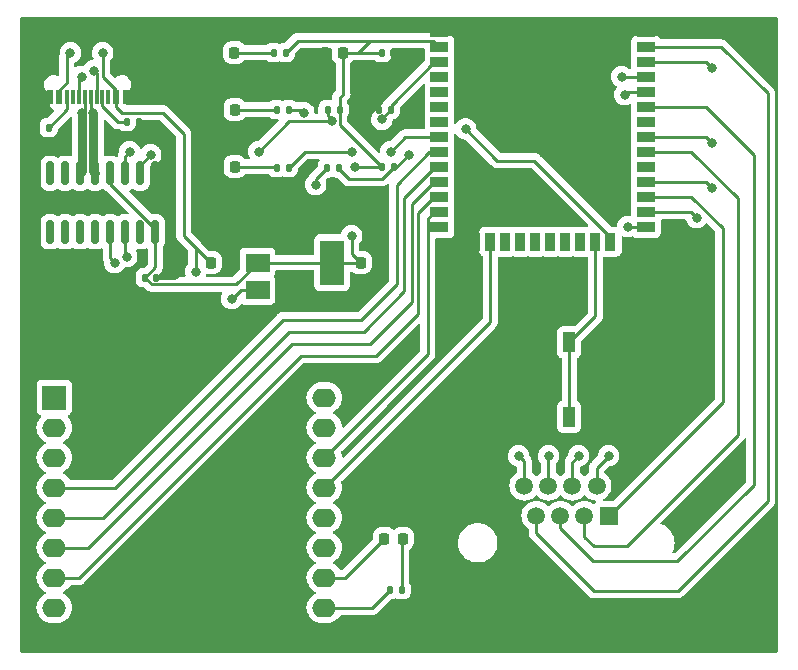
<source format=gbr>
%TF.GenerationSoftware,KiCad,Pcbnew,(6.0.11-0)*%
%TF.CreationDate,2023-03-27T22:19:29-07:00*%
%TF.ProjectId,LED,4c45442e-6b69-4636-9164-5f7063625858,rev?*%
%TF.SameCoordinates,Original*%
%TF.FileFunction,Copper,L1,Top*%
%TF.FilePolarity,Positive*%
%FSLAX46Y46*%
G04 Gerber Fmt 4.6, Leading zero omitted, Abs format (unit mm)*
G04 Created by KiCad (PCBNEW (6.0.11-0)) date 2023-03-27 22:19:29*
%MOMM*%
%LPD*%
G01*
G04 APERTURE LIST*
G04 Aperture macros list*
%AMRoundRect*
0 Rectangle with rounded corners*
0 $1 Rounding radius*
0 $2 $3 $4 $5 $6 $7 $8 $9 X,Y pos of 4 corners*
0 Add a 4 corners polygon primitive as box body*
4,1,4,$2,$3,$4,$5,$6,$7,$8,$9,$2,$3,0*
0 Add four circle primitives for the rounded corners*
1,1,$1+$1,$2,$3*
1,1,$1+$1,$4,$5*
1,1,$1+$1,$6,$7*
1,1,$1+$1,$8,$9*
0 Add four rect primitives between the rounded corners*
20,1,$1+$1,$2,$3,$4,$5,0*
20,1,$1+$1,$4,$5,$6,$7,0*
20,1,$1+$1,$6,$7,$8,$9,0*
20,1,$1+$1,$8,$9,$2,$3,0*%
G04 Aperture macros list end*
%TA.AperFunction,ComponentPad*%
%ADD10R,2.000000X2.000000*%
%TD*%
%TA.AperFunction,ComponentPad*%
%ADD11O,2.000000X1.600000*%
%TD*%
%TA.AperFunction,SMDPad,CuDef*%
%ADD12RoundRect,0.225000X0.225000X0.250000X-0.225000X0.250000X-0.225000X-0.250000X0.225000X-0.250000X0*%
%TD*%
%TA.AperFunction,SMDPad,CuDef*%
%ADD13RoundRect,0.135000X0.135000X0.185000X-0.135000X0.185000X-0.135000X-0.185000X0.135000X-0.185000X0*%
%TD*%
%TA.AperFunction,SMDPad,CuDef*%
%ADD14RoundRect,0.140000X0.140000X0.170000X-0.140000X0.170000X-0.140000X-0.170000X0.140000X-0.170000X0*%
%TD*%
%TA.AperFunction,SMDPad,CuDef*%
%ADD15R,2.000000X1.500000*%
%TD*%
%TA.AperFunction,SMDPad,CuDef*%
%ADD16R,2.000000X3.800000*%
%TD*%
%TA.AperFunction,SMDPad,CuDef*%
%ADD17RoundRect,0.218750X-0.218750X-0.256250X0.218750X-0.256250X0.218750X0.256250X-0.218750X0.256250X0*%
%TD*%
%TA.AperFunction,SMDPad,CuDef*%
%ADD18RoundRect,0.135000X-0.135000X-0.185000X0.135000X-0.185000X0.135000X0.185000X-0.135000X0.185000X0*%
%TD*%
%TA.AperFunction,SMDPad,CuDef*%
%ADD19RoundRect,0.225000X-0.225000X-0.250000X0.225000X-0.250000X0.225000X0.250000X-0.225000X0.250000X0*%
%TD*%
%TA.AperFunction,ComponentPad*%
%ADD20R,1.500000X1.500000*%
%TD*%
%TA.AperFunction,ComponentPad*%
%ADD21C,1.500000*%
%TD*%
%TA.AperFunction,SMDPad,CuDef*%
%ADD22R,1.000000X1.700000*%
%TD*%
%TA.AperFunction,SMDPad,CuDef*%
%ADD23RoundRect,0.140000X-0.140000X-0.170000X0.140000X-0.170000X0.140000X0.170000X-0.140000X0.170000X0*%
%TD*%
%TA.AperFunction,SMDPad,CuDef*%
%ADD24R,1.500000X0.900000*%
%TD*%
%TA.AperFunction,SMDPad,CuDef*%
%ADD25R,0.900000X1.500000*%
%TD*%
%TA.AperFunction,SMDPad,CuDef*%
%ADD26R,1.050000X1.050000*%
%TD*%
%TA.AperFunction,HeatsinkPad*%
%ADD27C,0.700000*%
%TD*%
%TA.AperFunction,SMDPad,CuDef*%
%ADD28R,4.200000X4.200000*%
%TD*%
%TA.AperFunction,SMDPad,CuDef*%
%ADD29RoundRect,0.150000X-0.150000X0.825000X-0.150000X-0.825000X0.150000X-0.825000X0.150000X0.825000X0*%
%TD*%
%TA.AperFunction,SMDPad,CuDef*%
%ADD30R,0.600000X1.160000*%
%TD*%
%TA.AperFunction,SMDPad,CuDef*%
%ADD31R,0.300000X1.160000*%
%TD*%
%TA.AperFunction,ComponentPad*%
%ADD32O,0.900000X2.000000*%
%TD*%
%TA.AperFunction,ComponentPad*%
%ADD33O,0.900000X1.700000*%
%TD*%
%TA.AperFunction,ViaPad*%
%ADD34C,0.800000*%
%TD*%
%TA.AperFunction,Conductor*%
%ADD35C,0.250000*%
%TD*%
%TA.AperFunction,Conductor*%
%ADD36C,0.770000*%
%TD*%
G04 APERTURE END LIST*
D10*
%TO.P,U2,1,~{RST}*%
%TO.N,unconnected-(U2-Pad1)*%
X73373000Y-92710000D03*
D11*
%TO.P,U2,2,A0*%
%TO.N,unconnected-(U2-Pad2)*%
X73373000Y-95250000D03*
%TO.P,U2,3,D0*%
%TO.N,unconnected-(U2-Pad3)*%
X73373000Y-97790000D03*
%TO.P,U2,4,SCK/D5*%
%TO.N,/W_SIG*%
X73373000Y-100330000D03*
%TO.P,U2,5,MISO/D6*%
%TO.N,/B_SIG*%
X73373000Y-102870000D03*
%TO.P,U2,6,MOSI/D7*%
%TO.N,/R_SIG*%
X73373000Y-105410000D03*
%TO.P,U2,7,CS/D8*%
%TO.N,/G_SIG*%
X73373000Y-107950000D03*
%TO.P,U2,8,3V3*%
%TO.N,unconnected-(U2-Pad8)*%
X73373000Y-110490000D03*
%TO.P,U2,9,5V*%
%TO.N,Net-(R4-Pad2)*%
X96233000Y-110490000D03*
%TO.P,U2,10,GND*%
%TO.N,/WEMOS_GND*%
X96233000Y-107950000D03*
%TO.P,U2,11,D4*%
%TO.N,unconnected-(U2-Pad11)*%
X96233000Y-105410000D03*
%TO.P,U2,12,D3*%
%TO.N,unconnected-(U2-Pad12)*%
X96233000Y-102870000D03*
%TO.P,U2,13,SDA/D2*%
%TO.N,/ARGB1*%
X96233000Y-100330000D03*
%TO.P,U2,14,SCL/D1*%
%TO.N,/ARGB2*%
X96233000Y-97790000D03*
%TO.P,U2,15,RX*%
%TO.N,unconnected-(U2-Pad15)*%
X96233000Y-95250000D03*
%TO.P,U2,16,TX*%
%TO.N,unconnected-(U2-Pad16)*%
X96233000Y-92710000D03*
%TD*%
D12*
%TO.P,C2,1*%
%TO.N,+3.3V*%
X97816000Y-63500000D03*
%TO.P,C2,2*%
%TO.N,GND*%
X96266000Y-63500000D03*
%TD*%
D13*
%TO.P,R4,1*%
%TO.N,Net-(D2-Pad2)*%
X102797231Y-108978000D03*
%TO.P,R4,2*%
%TO.N,Net-(R4-Pad2)*%
X101777231Y-108978000D03*
%TD*%
D14*
%TO.P,C1,1*%
%TO.N,/RST*%
X101837000Y-68326000D03*
%TO.P,C1,2*%
%TO.N,GND*%
X100877000Y-68326000D03*
%TD*%
D15*
%TO.P,U4,1,GND*%
%TO.N,GND*%
X90576000Y-78980000D03*
D16*
%TO.P,U4,2,VO*%
%TO.N,+3.3V*%
X96876000Y-81280000D03*
D15*
X90576000Y-81280000D03*
%TO.P,U4,3,VI*%
%TO.N,+5V*%
X90576000Y-83580000D03*
%TD*%
D17*
%TO.P,D3,1,K*%
%TO.N,GND*%
X87040000Y-63500000D03*
%TO.P,D3,2,A*%
%TO.N,Net-(D3-Pad2)*%
X88615000Y-63500000D03*
%TD*%
D18*
%TO.P,R7,1*%
%TO.N,+3.3V*%
X101101000Y-73202800D03*
%TO.P,R7,2*%
%TO.N,/GPI0O*%
X102121000Y-73202800D03*
%TD*%
D13*
%TO.P,R6,1*%
%TO.N,Net-(U3-Pad24)*%
X93207500Y-68326000D03*
%TO.P,R6,2*%
%TO.N,Net-(D1-Pad2)*%
X92187500Y-68326000D03*
%TD*%
%TO.P,R1,1*%
%TO.N,Net-(J1-PadB5)*%
X72900000Y-69850000D03*
%TO.P,R1,2*%
%TO.N,GND*%
X71880000Y-69850000D03*
%TD*%
D18*
%TO.P,R2,1*%
%TO.N,Net-(J1-PadA5)*%
X79500000Y-69342000D03*
%TO.P,R2,2*%
%TO.N,GND*%
X80520000Y-69342000D03*
%TD*%
D19*
%TO.P,C4,1*%
%TO.N,+5V*%
X86601000Y-81280000D03*
%TO.P,C4,2*%
%TO.N,GND*%
X88151000Y-81280000D03*
%TD*%
D20*
%TO.P,J2,1*%
%TO.N,/PIN1_GOOD*%
X120299829Y-102713169D03*
D21*
%TO.P,J2,2*%
%TO.N,/PIN2_GOOD*%
X119279829Y-100173169D03*
%TO.P,J2,3*%
%TO.N,/PIN3_GOOD*%
X118259829Y-102713169D03*
%TO.P,J2,4*%
%TO.N,/PIN4_GOOD*%
X117239829Y-100173169D03*
%TO.P,J2,5*%
%TO.N,/PIN5_GOOD*%
X116219829Y-102713169D03*
%TO.P,J2,6*%
%TO.N,/PIN6_GOOD*%
X115199829Y-100173169D03*
%TO.P,J2,7*%
%TO.N,/PIN7_GOOD*%
X114179829Y-102713169D03*
%TO.P,J2,8*%
%TO.N,/PIN8_GOOD*%
X113159829Y-100173169D03*
%TD*%
D13*
%TO.P,R8,1*%
%TO.N,Net-(U3-Pad8)*%
X93207500Y-73240000D03*
%TO.P,R8,2*%
%TO.N,Net-(D4-Pad2)*%
X92187500Y-73240000D03*
%TD*%
D22*
%TO.P,SW1,1,1*%
%TO.N,/SW1*%
X116972000Y-94336000D03*
X116972000Y-88036000D03*
%TO.P,SW1,2,2*%
%TO.N,GND*%
X120772000Y-94336000D03*
X120772000Y-88036000D03*
%TD*%
D17*
%TO.P,D1,1,K*%
%TO.N,GND*%
X87084000Y-68326000D03*
%TO.P,D1,2,A*%
%TO.N,Net-(D1-Pad2)*%
X88659000Y-68326000D03*
%TD*%
D23*
%TO.P,C6,1*%
%TO.N,+3.3V*%
X81054000Y-82550000D03*
%TO.P,C6,2*%
%TO.N,GND*%
X82014000Y-82550000D03*
%TD*%
D18*
%TO.P,R9,1*%
%TO.N,Net-(D3-Pad2)*%
X91931500Y-63500000D03*
%TO.P,R9,2*%
%TO.N,+3.3V*%
X92951500Y-63500000D03*
%TD*%
D13*
%TO.P,R5,1*%
%TO.N,+3.3V*%
X97538000Y-68326000D03*
%TO.P,R5,2*%
%TO.N,/RST*%
X96518000Y-68326000D03*
%TD*%
D24*
%TO.P,U3,1,GND*%
%TO.N,GND*%
X105976500Y-61748000D03*
%TO.P,U3,2,VDD*%
%TO.N,+3.3V*%
X105976500Y-63018000D03*
%TO.P,U3,3,EN*%
%TO.N,/RST*%
X105976500Y-64288000D03*
%TO.P,U3,4,SENSOR_VP*%
%TO.N,unconnected-(U3-Pad4)*%
X105976500Y-65558000D03*
%TO.P,U3,5,SENSOR_VN*%
%TO.N,unconnected-(U3-Pad5)*%
X105976500Y-66828000D03*
%TO.P,U3,6,IO34*%
%TO.N,unconnected-(U3-Pad6)*%
X105976500Y-68098000D03*
%TO.P,U3,7,IO35*%
%TO.N,unconnected-(U3-Pad7)*%
X105976500Y-69368000D03*
%TO.P,U3,8,IO32*%
%TO.N,Net-(U3-Pad8)*%
X105976500Y-70638000D03*
%TO.P,U3,9,IO33*%
%TO.N,/W_SIG*%
X105976500Y-71908000D03*
%TO.P,U3,10,IO25*%
%TO.N,/B_SIG*%
X105976500Y-73178000D03*
%TO.P,U3,11,IO26*%
%TO.N,/R_SIG*%
X105976500Y-74448000D03*
%TO.P,U3,12,IO27*%
%TO.N,/G_SIG*%
X105976500Y-75718000D03*
%TO.P,U3,13,IO14*%
%TO.N,/ARGB2*%
X105976500Y-76988000D03*
%TO.P,U3,14,IO12*%
%TO.N,unconnected-(U3-Pad14)*%
X105976500Y-78258000D03*
D25*
%TO.P,U3,15,GND*%
%TO.N,GND*%
X109016500Y-79508000D03*
%TO.P,U3,16,IO13*%
%TO.N,/ARGB1*%
X110286500Y-79508000D03*
%TO.P,U3,17,SHD/SD2*%
%TO.N,unconnected-(U3-Pad17)*%
X111556500Y-79508000D03*
%TO.P,U3,18,SWP/SD3*%
%TO.N,unconnected-(U3-Pad18)*%
X112826500Y-79508000D03*
%TO.P,U3,19,SCS/CMD*%
%TO.N,unconnected-(U3-Pad19)*%
X114096500Y-79508000D03*
%TO.P,U3,20,SCK/CLK*%
%TO.N,unconnected-(U3-Pad20)*%
X115366500Y-79508000D03*
%TO.P,U3,21,SDO/SD0*%
%TO.N,unconnected-(U3-Pad21)*%
X116636500Y-79508000D03*
%TO.P,U3,22,SDI/SD1*%
%TO.N,unconnected-(U3-Pad22)*%
X117906500Y-79508000D03*
%TO.P,U3,23,IO15*%
%TO.N,/SW1*%
X119176500Y-79508000D03*
%TO.P,U3,24,IO2*%
%TO.N,Net-(U3-Pad24)*%
X120446500Y-79508000D03*
D24*
%TO.P,U3,25,IO0*%
%TO.N,/GPI0O*%
X123476500Y-78258000D03*
%TO.P,U3,26,IO4*%
%TO.N,/PIN8_GOOD*%
X123476500Y-76988000D03*
%TO.P,U3,27,IO16*%
%TO.N,/PIN1_GOOD*%
X123476500Y-75718000D03*
%TO.P,U3,28,IO17*%
%TO.N,/PIN6_GOOD*%
X123476500Y-74448000D03*
%TO.P,U3,29,IO5*%
%TO.N,unconnected-(U3-Pad29)*%
X123476500Y-73178000D03*
%TO.P,U3,30,IO18*%
%TO.N,/PIN3_GOOD*%
X123476500Y-71908000D03*
%TO.P,U3,31,IO19*%
%TO.N,/PIN4_GOOD*%
X123476500Y-70638000D03*
%TO.P,U3,32,NC*%
%TO.N,unconnected-(U3-Pad32)*%
X123476500Y-69368000D03*
%TO.P,U3,33,IO21*%
%TO.N,/PIN5_GOOD*%
X123476500Y-68098000D03*
%TO.P,U3,34,RXD0/IO3*%
%TO.N,/TXD*%
X123476500Y-66828000D03*
%TO.P,U3,35,TXD0/IO1*%
%TO.N,/RXD*%
X123476500Y-65558000D03*
%TO.P,U3,36,IO22*%
%TO.N,/PIN2_GOOD*%
X123476500Y-64288000D03*
%TO.P,U3,37,IO23*%
%TO.N,/PIN7_GOOD*%
X123476500Y-63018000D03*
%TO.P,U3,38,GND*%
%TO.N,GND*%
X123476500Y-61748000D03*
D26*
%TO.P,U3,39,GND*%
X112521500Y-70613000D03*
X115571500Y-69088000D03*
X115571500Y-70613000D03*
D27*
X114809000Y-67563000D03*
X114046500Y-69850500D03*
X114809000Y-70613000D03*
D26*
X112521500Y-67563000D03*
D27*
X113284000Y-69088000D03*
X114809000Y-69088000D03*
X112521500Y-69850500D03*
X114046500Y-68325500D03*
X113284000Y-70613000D03*
D26*
X114046500Y-70613000D03*
D27*
X115571500Y-68325500D03*
D26*
X112521500Y-69088000D03*
X114046500Y-67563000D03*
D27*
X115571500Y-69850500D03*
X112521500Y-68325500D03*
X113284000Y-67563000D03*
D26*
X114046500Y-69088000D03*
D28*
X114046500Y-69088000D03*
D26*
X115571500Y-67563000D03*
%TD*%
D29*
%TO.P,U1,1,GND*%
%TO.N,GND*%
X81915000Y-73725000D03*
%TO.P,U1,2,TXD*%
%TO.N,/TXD*%
X80645000Y-73725000D03*
%TO.P,U1,3,RXD*%
%TO.N,/RXD*%
X79375000Y-73725000D03*
%TO.P,U1,4,V3*%
%TO.N,+3.3V*%
X78105000Y-73725000D03*
%TO.P,U1,5,UD+*%
%TO.N,/D+*%
X76835000Y-73725000D03*
%TO.P,U1,6,UD-*%
%TO.N,/D-*%
X75565000Y-73725000D03*
%TO.P,U1,7,NC*%
%TO.N,unconnected-(U1-Pad7)*%
X74295000Y-73725000D03*
%TO.P,U1,8,NC*%
%TO.N,unconnected-(U1-Pad8)*%
X73025000Y-73725000D03*
%TO.P,U1,9,~{CTS}*%
%TO.N,unconnected-(U1-Pad9)*%
X73025000Y-78675000D03*
%TO.P,U1,10,~{DSR}*%
%TO.N,unconnected-(U1-Pad10)*%
X74295000Y-78675000D03*
%TO.P,U1,11,~{RI}*%
%TO.N,unconnected-(U1-Pad11)*%
X75565000Y-78675000D03*
%TO.P,U1,12,~{DCD}*%
%TO.N,unconnected-(U1-Pad12)*%
X76835000Y-78675000D03*
%TO.P,U1,13,~{DTR}*%
%TO.N,Net-(R3-Pad1)*%
X78105000Y-78675000D03*
%TO.P,U1,14,~{RTS}*%
%TO.N,/RST*%
X79375000Y-78675000D03*
%TO.P,U1,15,R232*%
%TO.N,unconnected-(U1-Pad15)*%
X80645000Y-78675000D03*
%TO.P,U1,16,VCC*%
%TO.N,+3.3V*%
X81915000Y-78675000D03*
%TD*%
D30*
%TO.P,J1,A1,GND*%
%TO.N,GND*%
X79400000Y-67280000D03*
%TO.P,J1,A4,VBUS*%
%TO.N,+5V*%
X78600000Y-67280000D03*
D31*
%TO.P,J1,A5,CC1*%
%TO.N,Net-(J1-PadA5)*%
X77450000Y-67280000D03*
%TO.P,J1,A6,D+*%
%TO.N,/D+*%
X76450000Y-67280000D03*
%TO.P,J1,A7,D-*%
%TO.N,/D-*%
X75950000Y-67280000D03*
%TO.P,J1,A8,SBU1*%
%TO.N,unconnected-(J1-PadA8)*%
X74950000Y-67280000D03*
D30*
%TO.P,J1,A9,VBUS*%
%TO.N,+5V*%
X73800000Y-67280000D03*
%TO.P,J1,A12,GND*%
%TO.N,GND*%
X73000000Y-67280000D03*
%TO.P,J1,B1,GND*%
X73000000Y-67280000D03*
%TO.P,J1,B4,VBUS*%
%TO.N,+5V*%
X73800000Y-67280000D03*
D31*
%TO.P,J1,B5,CC2*%
%TO.N,Net-(J1-PadB5)*%
X74450000Y-67280000D03*
%TO.P,J1,B6,D+*%
%TO.N,/D+*%
X75450000Y-67280000D03*
%TO.P,J1,B7,D-*%
%TO.N,/D-*%
X76950000Y-67280000D03*
%TO.P,J1,B8,SBU2*%
%TO.N,unconnected-(J1-PadB8)*%
X77950000Y-67280000D03*
D30*
%TO.P,J1,B9,VBUS*%
%TO.N,+5V*%
X78600000Y-67280000D03*
%TO.P,J1,B12,GND*%
%TO.N,GND*%
X79400000Y-67280000D03*
D32*
%TO.P,J1,S1,SHIELD*%
X71880000Y-66700000D03*
D33*
X80520000Y-62530000D03*
D32*
X80520000Y-66700000D03*
D33*
X71880000Y-62530000D03*
%TD*%
D23*
%TO.P,C3,1*%
%TO.N,+3.3V*%
X101103000Y-63500000D03*
%TO.P,C3,2*%
%TO.N,GND*%
X102063000Y-63500000D03*
%TD*%
D17*
%TO.P,D4,1,K*%
%TO.N,GND*%
X87084000Y-73152000D03*
%TO.P,D4,2,A*%
%TO.N,Net-(D4-Pad2)*%
X88659000Y-73152000D03*
%TD*%
%TO.P,D2,1,K*%
%TO.N,/WEMOS_GND*%
X101320500Y-104648000D03*
%TO.P,D2,2,A*%
%TO.N,Net-(D2-Pad2)*%
X102895500Y-104648000D03*
%TD*%
D19*
%TO.P,C5,1*%
%TO.N,+3.3V*%
X99301000Y-81280000D03*
%TO.P,C5,2*%
%TO.N,GND*%
X100851000Y-81280000D03*
%TD*%
D18*
%TO.P,R3,1*%
%TO.N,Net-(R3-Pad1)*%
X96467200Y-73253600D03*
%TO.P,R3,2*%
%TO.N,/GPI0O*%
X97487200Y-73253600D03*
%TD*%
D34*
%TO.N,/RST*%
X96886500Y-69311281D03*
X101100769Y-69157216D03*
X90678000Y-71882000D03*
X79502000Y-80772000D03*
%TO.N,GND*%
X109982000Y-63754000D03*
X83566000Y-82296000D03*
X83566000Y-62484000D03*
X110490000Y-112268000D03*
X85344000Y-88900000D03*
X84836000Y-102616000D03*
X94742000Y-64516000D03*
X105664000Y-102362000D03*
X91186000Y-102616000D03*
X117602000Y-112268000D03*
X125984000Y-85090000D03*
X129032000Y-100838000D03*
X100584000Y-77978000D03*
X91186000Y-112268000D03*
X131318000Y-107696000D03*
X72390000Y-89154000D03*
X85344000Y-72136000D03*
X78232000Y-70866000D03*
X110490000Y-96520000D03*
X99314000Y-91440000D03*
X84836000Y-107442000D03*
X131318000Y-112268000D03*
X110236000Y-74930000D03*
X90932000Y-76454000D03*
X91186000Y-107442000D03*
X78486000Y-95250000D03*
X78486000Y-88900000D03*
X123698000Y-112268000D03*
X78486000Y-83312000D03*
X118618000Y-74930000D03*
X110490000Y-91694000D03*
X132842000Y-62738000D03*
X91440000Y-96774000D03*
X99314000Y-112268000D03*
X105918000Y-112268000D03*
X105918000Y-107188000D03*
X78486000Y-107442000D03*
X110490000Y-102362000D03*
X85344000Y-76454000D03*
X118618000Y-63754000D03*
X78486000Y-112268000D03*
X74168000Y-70866000D03*
X125984000Y-91186000D03*
X110236000Y-107696000D03*
X99568000Y-67056000D03*
X83566000Y-67056000D03*
X103378000Y-64262000D03*
X84836000Y-112268000D03*
X105664000Y-96520000D03*
X72390000Y-83312000D03*
%TO.N,+3.3V*%
X98552000Y-78994000D03*
X98806000Y-73152000D03*
%TO.N,+5V*%
X74742194Y-63500000D03*
X85344000Y-82042000D03*
X88392000Y-84328000D03*
X77470000Y-63500000D03*
%TO.N,/D+*%
X75692000Y-65532000D03*
X76665303Y-68626763D03*
%TO.N,/D-*%
X76708000Y-65024000D03*
X75738800Y-68626763D03*
%TO.N,Net-(R3-Pad1)*%
X78486000Y-81280000D03*
X95504000Y-74676000D03*
%TO.N,/GPI0O*%
X103378000Y-72136000D03*
X121920000Y-78232000D03*
%TO.N,Net-(U3-Pad8)*%
X98552000Y-71882000D03*
X101854000Y-71882000D03*
%TO.N,/TXD*%
X81534000Y-72136000D03*
X121666000Y-67056000D03*
%TO.N,/RXD*%
X79756000Y-71882000D03*
X121412000Y-65532000D03*
%TO.N,/PIN2_GOOD*%
X129032000Y-64770000D03*
X120299829Y-97633169D03*
%TO.N,/PIN4_GOOD*%
X129032000Y-71120000D03*
X117759829Y-97633169D03*
%TO.N,/PIN6_GOOD*%
X115219829Y-97633169D03*
X129032000Y-74930000D03*
%TO.N,/PIN8_GOOD*%
X127762000Y-77470000D03*
X112679829Y-97633169D03*
%TO.N,Net-(U3-Pad24)*%
X94488000Y-68580000D03*
X108204000Y-69960500D03*
%TD*%
D35*
%TO.N,/RST*%
X90678000Y-71882000D02*
X93248719Y-69311281D01*
X96997281Y-69311281D02*
X96886500Y-69311281D01*
X105542500Y-64288000D02*
X105976500Y-64288000D01*
X101837000Y-68326000D02*
X101092000Y-69071000D01*
X101837000Y-67993500D02*
X105542500Y-64288000D01*
X101092000Y-69148447D02*
X101100769Y-69157216D01*
X101092000Y-69088000D02*
X101092000Y-69148447D01*
X79375000Y-78675000D02*
X79375000Y-80645000D01*
X93248719Y-69311281D02*
X96886500Y-69311281D01*
X96518000Y-68326000D02*
X96518000Y-68832000D01*
X101092000Y-69071000D02*
X101092000Y-69088000D01*
X79375000Y-80645000D02*
X79502000Y-80772000D01*
X101837000Y-68326000D02*
X101837000Y-67993500D01*
X96518000Y-68832000D02*
X96997281Y-69311281D01*
%TO.N,GND*%
X79940000Y-67280000D02*
X80520000Y-66700000D01*
X79400000Y-67280000D02*
X79940000Y-67280000D01*
X72420000Y-66700000D02*
X73000000Y-67280000D01*
X71880000Y-66700000D02*
X72420000Y-66700000D01*
X82014000Y-82550000D02*
X83312000Y-82550000D01*
X83312000Y-82550000D02*
X83566000Y-82296000D01*
%TO.N,+3.3V*%
X98552000Y-78994000D02*
X98552000Y-80531000D01*
X105442500Y-62484000D02*
X105976500Y-63018000D01*
X97538000Y-69639800D02*
X101101000Y-73202800D01*
X90576000Y-81280000D02*
X96876000Y-81280000D01*
X88744000Y-83112000D02*
X90576000Y-81280000D01*
X81915000Y-78401486D02*
X81915000Y-78675000D01*
X97538000Y-68326000D02*
X97538000Y-69639800D01*
X81054000Y-82550000D02*
X81616000Y-83112000D01*
X92951500Y-63500000D02*
X93967500Y-62484000D01*
X78105000Y-74591486D02*
X81915000Y-78401486D01*
X81915000Y-78675000D02*
X81915000Y-81689000D01*
X97816000Y-65558000D02*
X97816000Y-67028000D01*
X98552000Y-80531000D02*
X99301000Y-81280000D01*
X98856800Y-73202800D02*
X98806000Y-73152000D01*
X99060000Y-63500000D02*
X101103000Y-63500000D01*
X81915000Y-81689000D02*
X81054000Y-82550000D01*
X100076000Y-62484000D02*
X105442500Y-62484000D01*
X97816000Y-63500000D02*
X97816000Y-65558000D01*
X78105000Y-73725000D02*
X78105000Y-74591486D01*
X101101000Y-73202800D02*
X98856800Y-73202800D01*
X93967500Y-62484000D02*
X100076000Y-62484000D01*
X97538000Y-68326000D02*
X97538000Y-67306000D01*
X96876000Y-81280000D02*
X99301000Y-81280000D01*
X97816000Y-63500000D02*
X99060000Y-63500000D01*
X97538000Y-67306000D02*
X97816000Y-67028000D01*
X81616000Y-83112000D02*
X88744000Y-83112000D01*
X100076000Y-62484000D02*
X99060000Y-63500000D01*
%TO.N,+5V*%
X89140000Y-83580000D02*
X88392000Y-84328000D01*
X78600000Y-68110000D02*
X79070000Y-68580000D01*
X90576000Y-83580000D02*
X89140000Y-83580000D01*
X74444596Y-63797598D02*
X74444596Y-66040000D01*
X85337500Y-80016500D02*
X85344000Y-80023000D01*
X74444596Y-66040000D02*
X73800000Y-66684596D01*
X85344000Y-80023000D02*
X85344000Y-82042000D01*
X73800000Y-66684596D02*
X73800000Y-67280000D01*
X78600000Y-67280000D02*
X78600000Y-68110000D01*
X82550000Y-68580000D02*
X84328000Y-70358000D01*
X78600000Y-66684596D02*
X78600000Y-67280000D01*
X84328000Y-70358000D02*
X84328000Y-79007000D01*
X77470000Y-63500000D02*
X77470000Y-65554596D01*
X85337500Y-80016500D02*
X86601000Y-81280000D01*
X74742194Y-63500000D02*
X74444596Y-63797598D01*
X77470000Y-65554596D02*
X78600000Y-66684596D01*
X79070000Y-68580000D02*
X82550000Y-68580000D01*
X84328000Y-79007000D02*
X85337500Y-80016500D01*
%TO.N,/WEMOS_GND*%
X98018500Y-107950000D02*
X96233000Y-107950000D01*
X101320500Y-104648000D02*
X98018500Y-107950000D01*
%TO.N,Net-(D2-Pad2)*%
X102895500Y-104648000D02*
X102797231Y-104746269D01*
X102797231Y-104746269D02*
X102797231Y-108978000D01*
%TO.N,Net-(D4-Pad2)*%
X92099500Y-73152000D02*
X92187500Y-73240000D01*
X88659000Y-73152000D02*
X92099500Y-73152000D01*
%TO.N,Net-(J1-PadA5)*%
X78740000Y-69342000D02*
X79500000Y-69342000D01*
X77450000Y-68052000D02*
X77450000Y-67280000D01*
X77450000Y-68052000D02*
X78740000Y-69342000D01*
D36*
%TO.N,/D+*%
X76835000Y-73725000D02*
X76661200Y-73551200D01*
X76661200Y-73551200D02*
X76661200Y-68626763D01*
D35*
X76450000Y-68411460D02*
X76665303Y-68626763D01*
X75450000Y-65774000D02*
X75692000Y-65532000D01*
X75450000Y-67280000D02*
X75450000Y-65774000D01*
X76450000Y-67280000D02*
X76450000Y-68411460D01*
X76661200Y-68626763D02*
X76665303Y-68626763D01*
%TO.N,/D-*%
X75950000Y-68415563D02*
X75738800Y-68626763D01*
X75950000Y-67280000D02*
X75950000Y-68415563D01*
X76950000Y-67280000D02*
X76950000Y-65266000D01*
D36*
X75738800Y-73551200D02*
X75738800Y-68626763D01*
D35*
X76950000Y-65266000D02*
X76708000Y-65024000D01*
D36*
X75565000Y-73725000D02*
X75738800Y-73551200D01*
D35*
%TO.N,Net-(J1-PadB5)*%
X74450000Y-68300000D02*
X72900000Y-69850000D01*
X74450000Y-67280000D02*
X74450000Y-68300000D01*
%TO.N,Net-(R3-Pad1)*%
X95504000Y-74216800D02*
X96467200Y-73253600D01*
X78105000Y-80899000D02*
X78486000Y-81280000D01*
X78105000Y-78675000D02*
X78105000Y-80899000D01*
X95504000Y-74676000D02*
X95504000Y-74216800D01*
%TO.N,/GPI0O*%
X121920000Y-78232000D02*
X123450500Y-78232000D01*
X101155800Y-74168000D02*
X99314000Y-74168000D01*
X102121000Y-73202800D02*
X102311200Y-73202800D01*
X102311200Y-73202800D02*
X103378000Y-72136000D01*
X99314000Y-74168000D02*
X98298000Y-74168000D01*
X123450500Y-78232000D02*
X123476500Y-78258000D01*
X102121000Y-73202800D02*
X101155800Y-74168000D01*
X97487200Y-73357200D02*
X97487200Y-73253600D01*
X98298000Y-74168000D02*
X97487200Y-73357200D01*
%TO.N,Net-(R4-Pad2)*%
X100265231Y-110490000D02*
X96233000Y-110490000D01*
X101777231Y-108978000D02*
X100265231Y-110490000D01*
%TO.N,Net-(U3-Pad8)*%
X93207500Y-73240000D02*
X94565500Y-71882000D01*
X94565500Y-71882000D02*
X98552000Y-71882000D01*
X105976500Y-70638000D02*
X103098000Y-70638000D01*
X103098000Y-70638000D02*
X101854000Y-71882000D01*
%TO.N,/TXD*%
X80645000Y-73725000D02*
X80645000Y-73025000D01*
X121894000Y-66828000D02*
X121666000Y-67056000D01*
X123476500Y-66828000D02*
X121894000Y-66828000D01*
X80645000Y-73025000D02*
X81534000Y-72136000D01*
%TO.N,/RXD*%
X121438000Y-65558000D02*
X121412000Y-65532000D01*
X79375000Y-72263000D02*
X79756000Y-71882000D01*
X123476500Y-65558000D02*
X121438000Y-65558000D01*
X79375000Y-73725000D02*
X79375000Y-72263000D01*
%TO.N,/W_SIG*%
X99314000Y-86106000D02*
X92710000Y-86106000D01*
X92710000Y-86106000D02*
X78486000Y-100330000D01*
X78486000Y-100330000D02*
X73373000Y-100330000D01*
X105130000Y-71908000D02*
X102362000Y-74676000D01*
X102362000Y-74676000D02*
X102362000Y-83058000D01*
X105976500Y-71908000D02*
X105130000Y-71908000D01*
X102362000Y-83058000D02*
X99314000Y-86106000D01*
%TO.N,/B_SIG*%
X99568000Y-87122000D02*
X93218000Y-87122000D01*
X103001000Y-83689000D02*
X99568000Y-87122000D01*
X105976500Y-73178000D02*
X105638000Y-73178000D01*
X105453000Y-73180000D02*
X106033000Y-73180000D01*
X103001000Y-75815000D02*
X103001000Y-83689000D01*
X77470000Y-102870000D02*
X73373000Y-102870000D01*
X93218000Y-87122000D02*
X77470000Y-102870000D01*
X105638000Y-73178000D02*
X103001000Y-75815000D01*
%TO.N,/R_SIG*%
X103632000Y-84582000D02*
X100076000Y-88138000D01*
X105542500Y-74448000D02*
X103632000Y-76358500D01*
X105976500Y-74448000D02*
X105542500Y-74448000D01*
X100076000Y-88138000D02*
X93472000Y-88138000D01*
X103632000Y-76358500D02*
X103632000Y-84582000D01*
X93472000Y-88138000D02*
X76200000Y-105410000D01*
X76200000Y-105410000D02*
X73373000Y-105410000D01*
%TO.N,/G_SIG*%
X100584000Y-89154000D02*
X94234000Y-89154000D01*
X104140000Y-85598000D02*
X100584000Y-89154000D01*
X75438000Y-107950000D02*
X73373000Y-107950000D01*
X105976500Y-75718000D02*
X105542500Y-75718000D01*
X94234000Y-89154000D02*
X75438000Y-107950000D01*
X105542500Y-75718000D02*
X104140000Y-77120500D01*
X104140000Y-77120500D02*
X104140000Y-85598000D01*
%TO.N,/ARGB1*%
X110286500Y-86276500D02*
X96233000Y-100330000D01*
X110286500Y-79508000D02*
X110286500Y-86276500D01*
%TO.N,/ARGB2*%
X104974500Y-77556000D02*
X104974500Y-89048500D01*
X105976500Y-76988000D02*
X105542500Y-76988000D01*
X105542500Y-76988000D02*
X104974500Y-77556000D01*
X104974500Y-89048500D02*
X96233000Y-97790000D01*
%TO.N,/SW1*%
X119176500Y-85831500D02*
X116972000Y-88036000D01*
X116972000Y-88036000D02*
X116972000Y-94336000D01*
X119176500Y-79508000D02*
X119176500Y-85831500D01*
%TO.N,/PIN1_GOOD*%
X127282000Y-75720000D02*
X129951829Y-78389829D01*
X129951829Y-78389829D02*
X129951829Y-93061169D01*
X124970000Y-75718000D02*
X124972000Y-75720000D01*
X123476500Y-75718000D02*
X124970000Y-75718000D01*
X124972000Y-75720000D02*
X127282000Y-75720000D01*
X129951829Y-93061169D02*
X120299829Y-102713169D01*
%TO.N,/PIN2_GOOD*%
X128552000Y-64290000D02*
X124972000Y-64290000D01*
X119279829Y-98653169D02*
X120299829Y-97633169D01*
X129032000Y-64770000D02*
X128552000Y-64290000D01*
X124972000Y-64290000D02*
X124970000Y-64288000D01*
X119279829Y-100173169D02*
X119279829Y-98653169D01*
X124970000Y-64288000D02*
X123476500Y-64288000D01*
%TO.N,/PIN3_GOOD*%
X123476500Y-71908000D02*
X124970000Y-71908000D01*
X131221829Y-95864491D02*
X121833151Y-105253169D01*
X124970000Y-71908000D02*
X124972000Y-71910000D01*
X118259829Y-104483169D02*
X118259829Y-102713169D01*
X119029829Y-105253169D02*
X118259829Y-104483169D01*
X121833151Y-105253169D02*
X119029829Y-105253169D01*
X124972000Y-71910000D02*
X127282000Y-71910000D01*
X127282000Y-71910000D02*
X131221829Y-75849829D01*
X131221829Y-75849829D02*
X131221829Y-95864491D01*
%TO.N,/PIN4_GOOD*%
X124972000Y-70640000D02*
X124970000Y-70638000D01*
X117239829Y-100173169D02*
X117239829Y-98153169D01*
X124970000Y-70638000D02*
X123476500Y-70638000D01*
X117239829Y-98153169D02*
X117759829Y-97633169D01*
X129032000Y-71120000D02*
X128552000Y-70640000D01*
X128552000Y-70640000D02*
X124972000Y-70640000D01*
%TO.N,/PIN5_GOOD*%
X124972000Y-68100000D02*
X128552000Y-68100000D01*
X124970000Y-68098000D02*
X124972000Y-68100000D01*
X123476500Y-68098000D02*
X124970000Y-68098000D01*
X132588000Y-72136000D02*
X132588000Y-100076998D01*
X118984170Y-106538170D02*
X116219829Y-103773829D01*
X126126828Y-106538170D02*
X118984170Y-106538170D01*
X128552000Y-68100000D02*
X132588000Y-72136000D01*
X116219829Y-103773829D02*
X116219829Y-102713169D01*
X132588000Y-100076998D02*
X126126828Y-106538170D01*
%TO.N,/PIN6_GOOD*%
X125194000Y-74450000D02*
X125192000Y-74448000D01*
X115219829Y-97633169D02*
X115199829Y-97653169D01*
X125192000Y-74448000D02*
X123476500Y-74448000D01*
X115199829Y-97653169D02*
X115199829Y-100173169D01*
X129032000Y-74930000D02*
X128552000Y-74450000D01*
X128552000Y-74450000D02*
X125194000Y-74450000D01*
%TO.N,/PIN7_GOOD*%
X119029829Y-109063169D02*
X114179829Y-104213169D01*
X129822000Y-63020000D02*
X133761829Y-66959829D01*
X125446000Y-63018000D02*
X125448000Y-63020000D01*
X133761829Y-101443169D02*
X126141829Y-109063169D01*
X114179829Y-104213169D02*
X114179829Y-102713169D01*
X126141829Y-109063169D02*
X119029829Y-109063169D01*
X125448000Y-63020000D02*
X129822000Y-63020000D01*
X123476500Y-63018000D02*
X125446000Y-63018000D01*
X133761829Y-66959829D02*
X133761829Y-101443169D01*
%TO.N,/PIN8_GOOD*%
X125502000Y-76988000D02*
X123476500Y-76988000D01*
X127282000Y-76990000D02*
X125504000Y-76990000D01*
X127762000Y-77470000D02*
X127282000Y-76990000D01*
X113159829Y-100173169D02*
X113159829Y-98113169D01*
X125504000Y-76990000D02*
X125502000Y-76988000D01*
X113159829Y-98113169D02*
X112679829Y-97633169D01*
%TO.N,Net-(D1-Pad2)*%
X88659000Y-68326000D02*
X92187500Y-68326000D01*
%TO.N,Net-(U3-Pad24)*%
X114016500Y-72644000D02*
X120446500Y-79074000D01*
X120446500Y-79074000D02*
X120446500Y-79508000D01*
X94234000Y-68326000D02*
X94488000Y-68580000D01*
X93207500Y-68326000D02*
X94234000Y-68326000D01*
X110887500Y-72644000D02*
X114016500Y-72644000D01*
X108204000Y-69960500D02*
X110887500Y-72644000D01*
%TO.N,Net-(D3-Pad2)*%
X91931500Y-63500000D02*
X88615000Y-63500000D01*
%TD*%
%TA.AperFunction,Conductor*%
%TO.N,GND*%
G36*
X134578691Y-60527407D02*
G01*
X134614655Y-60576907D01*
X134619500Y-60607500D01*
X134619500Y-114200500D01*
X134600593Y-114258691D01*
X134551093Y-114294655D01*
X134520500Y-114299500D01*
X70607500Y-114299500D01*
X70549309Y-114280593D01*
X70513345Y-114231093D01*
X70508500Y-114200500D01*
X70508500Y-110490000D01*
X71859502Y-110490000D01*
X71879457Y-110718087D01*
X71880576Y-110722261D01*
X71880576Y-110722264D01*
X71933674Y-110920428D01*
X71938716Y-110939243D01*
X71940541Y-110943156D01*
X71940541Y-110943157D01*
X71957122Y-110978715D01*
X72035477Y-111146749D01*
X72166802Y-111334300D01*
X72328700Y-111496198D01*
X72516251Y-111627523D01*
X72723757Y-111724284D01*
X72727928Y-111725402D01*
X72727929Y-111725402D01*
X72940736Y-111782424D01*
X72940739Y-111782424D01*
X72944913Y-111783543D01*
X72989508Y-111787445D01*
X73113707Y-111798311D01*
X73113718Y-111798311D01*
X73115873Y-111798500D01*
X73630127Y-111798500D01*
X73632282Y-111798311D01*
X73632293Y-111798311D01*
X73756492Y-111787445D01*
X73801087Y-111783543D01*
X73805261Y-111782424D01*
X73805264Y-111782424D01*
X74018071Y-111725402D01*
X74018072Y-111725402D01*
X74022243Y-111724284D01*
X74229749Y-111627523D01*
X74417300Y-111496198D01*
X74579198Y-111334300D01*
X74710523Y-111146749D01*
X74788878Y-110978715D01*
X74805459Y-110943157D01*
X74805459Y-110943156D01*
X74807284Y-110939243D01*
X74812326Y-110920428D01*
X74865424Y-110722264D01*
X74865424Y-110722261D01*
X74866543Y-110718087D01*
X74886498Y-110490000D01*
X74866543Y-110261913D01*
X74807284Y-110040757D01*
X74710523Y-109833251D01*
X74579198Y-109645700D01*
X74417300Y-109483802D01*
X74229749Y-109352477D01*
X74225841Y-109350654D01*
X74225838Y-109350653D01*
X74138066Y-109309725D01*
X74093318Y-109267997D01*
X74081643Y-109207935D01*
X74107501Y-109152482D01*
X74138066Y-109130275D01*
X74225838Y-109089347D01*
X74225841Y-109089346D01*
X74229749Y-109087523D01*
X74417300Y-108956198D01*
X74579198Y-108794300D01*
X74697242Y-108625716D01*
X74746107Y-108588894D01*
X74778338Y-108583500D01*
X75358238Y-108583500D01*
X75367552Y-108583939D01*
X75371831Y-108584343D01*
X75377909Y-108585702D01*
X75446399Y-108583549D01*
X75449510Y-108583500D01*
X75477856Y-108583500D01*
X75480942Y-108583110D01*
X75480945Y-108583110D01*
X75483131Y-108582834D01*
X75492426Y-108582102D01*
X75508447Y-108581599D01*
X75531663Y-108580869D01*
X75531665Y-108580869D01*
X75537889Y-108580673D01*
X75559387Y-108574427D01*
X75574579Y-108571281D01*
X75596797Y-108568474D01*
X75639097Y-108551726D01*
X75647917Y-108548707D01*
X75691593Y-108536018D01*
X75696950Y-108532850D01*
X75696954Y-108532848D01*
X75710857Y-108524625D01*
X75724801Y-108517793D01*
X75745617Y-108509552D01*
X75782430Y-108482806D01*
X75790194Y-108477706D01*
X75829362Y-108454542D01*
X75845189Y-108438715D01*
X75857002Y-108428626D01*
X75870071Y-108419131D01*
X75870072Y-108419131D01*
X75875107Y-108415472D01*
X75879073Y-108410677D01*
X75879076Y-108410675D01*
X75904098Y-108380428D01*
X75910375Y-108373529D01*
X94467409Y-89816496D01*
X94521926Y-89788719D01*
X94537413Y-89787500D01*
X100504238Y-89787500D01*
X100513552Y-89787939D01*
X100517831Y-89788343D01*
X100523909Y-89789702D01*
X100592399Y-89787549D01*
X100595510Y-89787500D01*
X100623856Y-89787500D01*
X100626942Y-89787110D01*
X100626945Y-89787110D01*
X100629131Y-89786834D01*
X100638426Y-89786102D01*
X100654447Y-89785599D01*
X100677663Y-89784869D01*
X100677665Y-89784869D01*
X100683889Y-89784673D01*
X100705387Y-89778427D01*
X100720579Y-89775281D01*
X100742797Y-89772474D01*
X100785097Y-89755726D01*
X100793917Y-89752707D01*
X100837593Y-89740018D01*
X100842950Y-89736850D01*
X100842954Y-89736848D01*
X100856857Y-89728625D01*
X100870801Y-89721793D01*
X100891617Y-89713552D01*
X100928430Y-89686806D01*
X100936194Y-89681706D01*
X100975362Y-89658542D01*
X100991189Y-89642715D01*
X101003002Y-89632626D01*
X101016071Y-89623131D01*
X101016072Y-89623131D01*
X101021107Y-89619472D01*
X101025073Y-89614677D01*
X101025076Y-89614675D01*
X101050098Y-89584428D01*
X101056375Y-89577529D01*
X104171996Y-86461908D01*
X104226513Y-86434131D01*
X104286945Y-86443702D01*
X104330210Y-86486967D01*
X104341000Y-86531912D01*
X104341000Y-88745088D01*
X104322093Y-88803279D01*
X104312004Y-88815092D01*
X97907128Y-95219967D01*
X97852611Y-95247744D01*
X97792179Y-95238173D01*
X97748914Y-95194908D01*
X97738501Y-95158592D01*
X97726920Y-95026223D01*
X97726543Y-95021913D01*
X97667284Y-94800757D01*
X97570523Y-94593251D01*
X97439198Y-94405700D01*
X97277300Y-94243802D01*
X97089749Y-94112477D01*
X97085841Y-94110654D01*
X97085838Y-94110653D01*
X96998066Y-94069725D01*
X96953318Y-94027997D01*
X96941643Y-93967935D01*
X96967501Y-93912482D01*
X96998066Y-93890275D01*
X97085838Y-93849347D01*
X97085841Y-93849346D01*
X97089749Y-93847523D01*
X97277300Y-93716198D01*
X97439198Y-93554300D01*
X97570523Y-93366749D01*
X97632584Y-93233657D01*
X97665459Y-93163157D01*
X97665459Y-93163156D01*
X97667284Y-93159243D01*
X97685279Y-93092086D01*
X97725424Y-92942264D01*
X97725424Y-92942261D01*
X97726543Y-92938087D01*
X97746498Y-92710000D01*
X97726543Y-92481913D01*
X97667284Y-92260757D01*
X97570523Y-92053251D01*
X97439198Y-91865700D01*
X97277300Y-91703802D01*
X97089749Y-91572477D01*
X96882243Y-91475716D01*
X96878071Y-91474598D01*
X96665264Y-91417576D01*
X96665261Y-91417576D01*
X96661087Y-91416457D01*
X96616492Y-91412555D01*
X96492293Y-91401689D01*
X96492282Y-91401689D01*
X96490127Y-91401500D01*
X95975873Y-91401500D01*
X95973718Y-91401689D01*
X95973707Y-91401689D01*
X95849508Y-91412555D01*
X95804913Y-91416457D01*
X95800739Y-91417576D01*
X95800736Y-91417576D01*
X95587929Y-91474598D01*
X95583757Y-91475716D01*
X95376251Y-91572477D01*
X95188700Y-91703802D01*
X95026802Y-91865700D01*
X94895477Y-92053251D01*
X94798716Y-92260757D01*
X94739457Y-92481913D01*
X94719502Y-92710000D01*
X94739457Y-92938087D01*
X94740576Y-92942261D01*
X94740576Y-92942264D01*
X94780721Y-93092086D01*
X94798716Y-93159243D01*
X94800541Y-93163156D01*
X94800541Y-93163157D01*
X94833416Y-93233657D01*
X94895477Y-93366749D01*
X95026802Y-93554300D01*
X95188700Y-93716198D01*
X95376251Y-93847523D01*
X95380159Y-93849346D01*
X95380162Y-93849347D01*
X95467934Y-93890275D01*
X95512682Y-93932003D01*
X95524357Y-93992065D01*
X95498499Y-94047518D01*
X95467934Y-94069725D01*
X95380162Y-94110653D01*
X95380159Y-94110654D01*
X95376251Y-94112477D01*
X95188700Y-94243802D01*
X95026802Y-94405700D01*
X94895477Y-94593251D01*
X94798716Y-94800757D01*
X94739457Y-95021913D01*
X94719502Y-95250000D01*
X94739457Y-95478087D01*
X94740576Y-95482261D01*
X94740576Y-95482264D01*
X94761695Y-95561079D01*
X94798716Y-95699243D01*
X94895477Y-95906749D01*
X95026802Y-96094300D01*
X95188700Y-96256198D01*
X95376251Y-96387523D01*
X95380159Y-96389346D01*
X95380162Y-96389347D01*
X95467934Y-96430275D01*
X95512682Y-96472003D01*
X95524357Y-96532065D01*
X95498499Y-96587518D01*
X95467934Y-96609725D01*
X95380162Y-96650653D01*
X95380159Y-96650654D01*
X95376251Y-96652477D01*
X95188700Y-96783802D01*
X95026802Y-96945700D01*
X94895477Y-97133251D01*
X94893653Y-97137163D01*
X94801415Y-97334970D01*
X94798716Y-97340757D01*
X94739457Y-97561913D01*
X94719502Y-97790000D01*
X94739457Y-98018087D01*
X94740576Y-98022261D01*
X94740576Y-98022264D01*
X94786307Y-98192932D01*
X94798716Y-98239243D01*
X94800541Y-98243156D01*
X94800541Y-98243157D01*
X94816718Y-98277848D01*
X94895477Y-98446749D01*
X95026802Y-98634300D01*
X95188700Y-98796198D01*
X95376251Y-98927523D01*
X95380159Y-98929346D01*
X95380162Y-98929347D01*
X95467934Y-98970275D01*
X95512682Y-99012003D01*
X95524357Y-99072065D01*
X95498499Y-99127518D01*
X95467934Y-99149725D01*
X95380162Y-99190653D01*
X95380159Y-99190654D01*
X95376251Y-99192477D01*
X95188700Y-99323802D01*
X95026802Y-99485700D01*
X94895477Y-99673251D01*
X94893653Y-99677163D01*
X94801415Y-99874970D01*
X94798716Y-99880757D01*
X94797599Y-99884926D01*
X94797598Y-99884929D01*
X94779145Y-99953798D01*
X94739457Y-100101913D01*
X94719502Y-100330000D01*
X94739457Y-100558087D01*
X94740576Y-100562261D01*
X94740576Y-100562264D01*
X94743829Y-100574405D01*
X94798716Y-100779243D01*
X94895477Y-100986749D01*
X95026802Y-101174300D01*
X95188700Y-101336198D01*
X95376251Y-101467523D01*
X95380159Y-101469346D01*
X95380162Y-101469347D01*
X95467934Y-101510275D01*
X95512682Y-101552003D01*
X95524357Y-101612065D01*
X95498499Y-101667518D01*
X95467935Y-101689724D01*
X95433831Y-101705627D01*
X95380162Y-101730653D01*
X95380159Y-101730654D01*
X95376251Y-101732477D01*
X95188700Y-101863802D01*
X95026802Y-102025700D01*
X94895477Y-102213251D01*
X94798716Y-102420757D01*
X94797598Y-102424928D01*
X94797598Y-102424929D01*
X94779145Y-102493798D01*
X94739457Y-102641913D01*
X94719502Y-102870000D01*
X94739457Y-103098087D01*
X94798716Y-103319243D01*
X94895477Y-103526749D01*
X95026802Y-103714300D01*
X95188700Y-103876198D01*
X95376251Y-104007523D01*
X95380159Y-104009346D01*
X95380162Y-104009347D01*
X95418925Y-104027422D01*
X95457514Y-104045416D01*
X95467934Y-104050275D01*
X95512682Y-104092003D01*
X95524357Y-104152065D01*
X95498499Y-104207518D01*
X95467934Y-104229725D01*
X95380162Y-104270653D01*
X95380159Y-104270654D01*
X95376251Y-104272477D01*
X95188700Y-104403802D01*
X95026802Y-104565700D01*
X94895477Y-104753251D01*
X94798716Y-104960757D01*
X94797598Y-104964928D01*
X94797598Y-104964929D01*
X94772697Y-105057862D01*
X94739457Y-105181913D01*
X94719502Y-105410000D01*
X94739457Y-105638087D01*
X94740576Y-105642261D01*
X94740576Y-105642264D01*
X94790554Y-105828781D01*
X94798716Y-105859243D01*
X94800541Y-105863156D01*
X94800541Y-105863157D01*
X94811082Y-105885763D01*
X94895477Y-106066749D01*
X95026802Y-106254300D01*
X95188700Y-106416198D01*
X95376251Y-106547523D01*
X95380159Y-106549346D01*
X95380162Y-106549347D01*
X95467934Y-106590275D01*
X95512682Y-106632003D01*
X95524357Y-106692065D01*
X95498499Y-106747518D01*
X95467934Y-106769725D01*
X95380162Y-106810653D01*
X95380159Y-106810654D01*
X95376251Y-106812477D01*
X95188700Y-106943802D01*
X95026802Y-107105700D01*
X94895477Y-107293251D01*
X94798716Y-107500757D01*
X94739457Y-107721913D01*
X94719502Y-107950000D01*
X94739457Y-108178087D01*
X94740576Y-108182261D01*
X94740576Y-108182264D01*
X94793674Y-108380428D01*
X94798716Y-108399243D01*
X94800541Y-108403156D01*
X94800541Y-108403157D01*
X94817122Y-108438715D01*
X94895477Y-108606749D01*
X95026802Y-108794300D01*
X95188700Y-108956198D01*
X95376251Y-109087523D01*
X95380159Y-109089346D01*
X95380162Y-109089347D01*
X95467934Y-109130275D01*
X95512682Y-109172003D01*
X95524357Y-109232065D01*
X95498499Y-109287518D01*
X95467934Y-109309725D01*
X95380162Y-109350653D01*
X95380159Y-109350654D01*
X95376251Y-109352477D01*
X95188700Y-109483802D01*
X95026802Y-109645700D01*
X94895477Y-109833251D01*
X94798716Y-110040757D01*
X94739457Y-110261913D01*
X94719502Y-110490000D01*
X94739457Y-110718087D01*
X94740576Y-110722261D01*
X94740576Y-110722264D01*
X94793674Y-110920428D01*
X94798716Y-110939243D01*
X94800541Y-110943156D01*
X94800541Y-110943157D01*
X94817122Y-110978715D01*
X94895477Y-111146749D01*
X95026802Y-111334300D01*
X95188700Y-111496198D01*
X95376251Y-111627523D01*
X95583757Y-111724284D01*
X95587928Y-111725402D01*
X95587929Y-111725402D01*
X95800736Y-111782424D01*
X95800739Y-111782424D01*
X95804913Y-111783543D01*
X95849508Y-111787445D01*
X95973707Y-111798311D01*
X95973718Y-111798311D01*
X95975873Y-111798500D01*
X96490127Y-111798500D01*
X96492282Y-111798311D01*
X96492293Y-111798311D01*
X96616492Y-111787445D01*
X96661087Y-111783543D01*
X96665261Y-111782424D01*
X96665264Y-111782424D01*
X96878071Y-111725402D01*
X96878072Y-111725402D01*
X96882243Y-111724284D01*
X97089749Y-111627523D01*
X97277300Y-111496198D01*
X97439198Y-111334300D01*
X97557242Y-111165716D01*
X97606107Y-111128894D01*
X97638338Y-111123500D01*
X100185469Y-111123500D01*
X100194783Y-111123939D01*
X100199062Y-111124343D01*
X100205140Y-111125702D01*
X100273630Y-111123549D01*
X100276741Y-111123500D01*
X100305087Y-111123500D01*
X100308173Y-111123110D01*
X100308176Y-111123110D01*
X100310362Y-111122834D01*
X100319657Y-111122102D01*
X100335678Y-111121599D01*
X100358894Y-111120869D01*
X100358896Y-111120869D01*
X100365120Y-111120673D01*
X100386618Y-111114427D01*
X100401810Y-111111281D01*
X100424028Y-111108474D01*
X100466328Y-111091726D01*
X100475148Y-111088707D01*
X100518824Y-111076018D01*
X100524181Y-111072850D01*
X100524185Y-111072848D01*
X100538088Y-111064625D01*
X100552032Y-111057793D01*
X100572848Y-111049552D01*
X100609661Y-111022806D01*
X100617425Y-111017706D01*
X100656593Y-110994542D01*
X100672420Y-110978715D01*
X100684233Y-110968626D01*
X100697302Y-110959131D01*
X100697303Y-110959131D01*
X100702338Y-110955472D01*
X100706304Y-110950677D01*
X100706307Y-110950675D01*
X100731329Y-110920428D01*
X100737606Y-110913529D01*
X101815640Y-109835495D01*
X101870157Y-109807718D01*
X101885644Y-109806499D01*
X101977219Y-109806499D01*
X101979164Y-109806346D01*
X102008655Y-109804026D01*
X102008658Y-109804025D01*
X102013697Y-109803629D01*
X102018557Y-109802217D01*
X102163842Y-109760008D01*
X102163843Y-109760007D01*
X102169827Y-109758269D01*
X102175191Y-109755097D01*
X102175196Y-109755095D01*
X102236836Y-109718641D01*
X102296548Y-109705293D01*
X102337626Y-109718641D01*
X102399266Y-109755095D01*
X102399271Y-109755097D01*
X102404635Y-109758269D01*
X102410619Y-109760007D01*
X102410620Y-109760008D01*
X102464745Y-109775733D01*
X102560765Y-109803629D01*
X102565807Y-109804026D01*
X102565808Y-109804026D01*
X102570859Y-109804423D01*
X102597242Y-109806500D01*
X102797077Y-109806500D01*
X102997219Y-109806499D01*
X102999164Y-109806346D01*
X103028655Y-109804026D01*
X103028658Y-109804025D01*
X103033697Y-109803629D01*
X103038557Y-109802217D01*
X103183842Y-109760008D01*
X103183843Y-109760007D01*
X103189827Y-109758269D01*
X103293245Y-109697108D01*
X103324414Y-109678675D01*
X103324416Y-109678674D01*
X103329772Y-109675506D01*
X103444737Y-109560541D01*
X103455824Y-109541795D01*
X103488314Y-109486856D01*
X103527500Y-109420596D01*
X103572860Y-109264466D01*
X103575731Y-109227989D01*
X103575730Y-108728012D01*
X103572860Y-108691534D01*
X103541601Y-108583939D01*
X103529239Y-108541389D01*
X103529238Y-108541388D01*
X103527500Y-108535404D01*
X103444737Y-108395459D01*
X103447505Y-108393822D01*
X103430731Y-108344780D01*
X103430731Y-105618827D01*
X103449638Y-105560636D01*
X103477634Y-105534643D01*
X103569055Y-105478071D01*
X103579091Y-105468018D01*
X103684802Y-105362122D01*
X103688864Y-105358053D01*
X103777849Y-105213692D01*
X103831238Y-105052731D01*
X103835291Y-105013169D01*
X107566201Y-105013169D01*
X107566506Y-105017044D01*
X107582368Y-105218587D01*
X107586683Y-105273418D01*
X107587589Y-105277191D01*
X107646088Y-105520854D01*
X107647625Y-105527258D01*
X107747526Y-105768440D01*
X107883926Y-105991025D01*
X107886454Y-105993984D01*
X107886454Y-105993985D01*
X107943417Y-106060680D01*
X108053466Y-106189532D01*
X108251973Y-106359072D01*
X108474558Y-106495472D01*
X108715740Y-106595373D01*
X108719514Y-106596279D01*
X108719517Y-106596280D01*
X108855088Y-106628828D01*
X108969580Y-106656315D01*
X108973445Y-106656619D01*
X108973450Y-106656620D01*
X109094357Y-106666135D01*
X109164671Y-106671669D01*
X109294987Y-106671669D01*
X109365301Y-106666135D01*
X109486208Y-106656620D01*
X109486213Y-106656619D01*
X109490078Y-106656315D01*
X109604570Y-106628828D01*
X109740141Y-106596280D01*
X109740144Y-106596279D01*
X109743918Y-106595373D01*
X109985100Y-106495472D01*
X110207685Y-106359072D01*
X110406192Y-106189532D01*
X110516241Y-106060680D01*
X110573204Y-105993985D01*
X110573204Y-105993984D01*
X110575732Y-105991025D01*
X110712132Y-105768440D01*
X110812033Y-105527258D01*
X110813571Y-105520854D01*
X110872069Y-105277191D01*
X110872975Y-105273418D01*
X110877291Y-105218587D01*
X110893152Y-105017044D01*
X110893457Y-105013169D01*
X110872975Y-104752920D01*
X110827294Y-104562646D01*
X110812940Y-104502857D01*
X110812939Y-104502854D01*
X110812033Y-104499080D01*
X110712132Y-104257898D01*
X110575732Y-104035313D01*
X110568993Y-104027422D01*
X110408726Y-103839773D01*
X110406192Y-103836806D01*
X110207685Y-103667266D01*
X109985100Y-103530866D01*
X109743918Y-103430965D01*
X109740144Y-103430059D01*
X109740141Y-103430058D01*
X109604570Y-103397510D01*
X109490078Y-103370023D01*
X109486213Y-103369719D01*
X109486208Y-103369718D01*
X109365301Y-103360203D01*
X109294987Y-103354669D01*
X109164671Y-103354669D01*
X109094357Y-103360203D01*
X108973450Y-103369718D01*
X108973445Y-103369719D01*
X108969580Y-103370023D01*
X108855088Y-103397510D01*
X108719517Y-103430058D01*
X108719514Y-103430059D01*
X108715740Y-103430965D01*
X108474558Y-103530866D01*
X108251973Y-103667266D01*
X108053466Y-103836806D01*
X108050932Y-103839773D01*
X107890666Y-104027422D01*
X107883926Y-104035313D01*
X107747526Y-104257898D01*
X107647625Y-104499080D01*
X107646719Y-104502854D01*
X107646718Y-104502857D01*
X107632364Y-104562646D01*
X107586683Y-104752920D01*
X107566201Y-105013169D01*
X103835291Y-105013169D01*
X103841500Y-104952572D01*
X103841500Y-104343428D01*
X103830978Y-104242018D01*
X103829265Y-104236883D01*
X103829264Y-104236879D01*
X103779127Y-104086603D01*
X103777308Y-104081151D01*
X103688071Y-103936945D01*
X103683745Y-103932626D01*
X103572122Y-103821198D01*
X103568053Y-103817136D01*
X103563157Y-103814118D01*
X103428587Y-103731168D01*
X103428585Y-103731167D01*
X103423692Y-103728151D01*
X103418235Y-103726341D01*
X103418233Y-103726340D01*
X103288764Y-103683397D01*
X103262731Y-103674762D01*
X103162572Y-103664500D01*
X102628428Y-103664500D01*
X102527018Y-103675022D01*
X102521883Y-103676735D01*
X102521879Y-103676736D01*
X102373201Y-103726340D01*
X102366151Y-103728692D01*
X102221945Y-103817929D01*
X102183963Y-103855978D01*
X102178038Y-103861913D01*
X102123546Y-103889739D01*
X102063105Y-103880220D01*
X102038030Y-103862035D01*
X102031963Y-103855978D01*
X101993053Y-103817136D01*
X101892295Y-103755028D01*
X101853587Y-103731168D01*
X101853585Y-103731167D01*
X101848692Y-103728151D01*
X101843235Y-103726341D01*
X101843233Y-103726340D01*
X101713764Y-103683397D01*
X101687731Y-103674762D01*
X101587572Y-103664500D01*
X101053428Y-103664500D01*
X100952018Y-103675022D01*
X100946883Y-103676735D01*
X100946879Y-103676736D01*
X100798201Y-103726340D01*
X100791151Y-103728692D01*
X100714101Y-103776372D01*
X100653104Y-103814118D01*
X100646945Y-103817929D01*
X100642888Y-103821993D01*
X100634236Y-103830660D01*
X100527136Y-103937947D01*
X100524118Y-103942843D01*
X100451507Y-104060641D01*
X100438151Y-104082308D01*
X100436341Y-104087765D01*
X100436340Y-104087767D01*
X100423017Y-104127935D01*
X100384762Y-104243269D01*
X100374500Y-104343428D01*
X100374500Y-104657087D01*
X100355593Y-104715278D01*
X100345504Y-104727091D01*
X97785091Y-107287504D01*
X97730574Y-107315281D01*
X97715087Y-107316500D01*
X97638338Y-107316500D01*
X97580147Y-107297593D01*
X97557242Y-107274284D01*
X97439198Y-107105700D01*
X97277300Y-106943802D01*
X97089749Y-106812477D01*
X97085841Y-106810654D01*
X97085838Y-106810653D01*
X96998066Y-106769725D01*
X96953318Y-106727997D01*
X96941643Y-106667935D01*
X96967501Y-106612482D01*
X96998066Y-106590275D01*
X97085838Y-106549347D01*
X97085841Y-106549346D01*
X97089749Y-106547523D01*
X97277300Y-106416198D01*
X97439198Y-106254300D01*
X97570523Y-106066749D01*
X97654918Y-105885763D01*
X97665459Y-105863157D01*
X97665459Y-105863156D01*
X97667284Y-105859243D01*
X97675446Y-105828781D01*
X97725424Y-105642264D01*
X97725424Y-105642261D01*
X97726543Y-105638087D01*
X97746498Y-105410000D01*
X97726543Y-105181913D01*
X97693304Y-105057862D01*
X97668402Y-104964929D01*
X97668402Y-104964928D01*
X97667284Y-104960757D01*
X97570523Y-104753251D01*
X97439198Y-104565700D01*
X97277300Y-104403802D01*
X97089749Y-104272477D01*
X97085841Y-104270654D01*
X97085838Y-104270653D01*
X96998066Y-104229725D01*
X96953318Y-104187997D01*
X96941643Y-104127935D01*
X96967501Y-104072482D01*
X96998066Y-104050275D01*
X97008487Y-104045416D01*
X97047075Y-104027422D01*
X97085838Y-104009347D01*
X97085841Y-104009346D01*
X97089749Y-104007523D01*
X97277300Y-103876198D01*
X97439198Y-103714300D01*
X97570523Y-103526749D01*
X97667284Y-103319243D01*
X97726543Y-103098087D01*
X97746498Y-102870000D01*
X97726543Y-102641913D01*
X97686856Y-102493798D01*
X97668402Y-102424929D01*
X97668402Y-102424928D01*
X97667284Y-102420757D01*
X97570523Y-102213251D01*
X97439198Y-102025700D01*
X97277300Y-101863802D01*
X97089749Y-101732477D01*
X97085841Y-101730654D01*
X97085838Y-101730653D01*
X97032169Y-101705627D01*
X96998066Y-101689725D01*
X96953318Y-101647997D01*
X96941643Y-101587935D01*
X96967501Y-101532482D01*
X96998066Y-101510275D01*
X97085838Y-101469347D01*
X97085841Y-101469346D01*
X97089749Y-101467523D01*
X97277300Y-101336198D01*
X97439198Y-101174300D01*
X97570523Y-100986749D01*
X97667284Y-100779243D01*
X97722171Y-100574405D01*
X97725424Y-100562264D01*
X97725424Y-100562261D01*
X97726543Y-100558087D01*
X97746498Y-100330000D01*
X97726543Y-100101913D01*
X97667284Y-99880757D01*
X97665458Y-99876842D01*
X97664777Y-99874970D01*
X97662639Y-99813822D01*
X97687801Y-99771103D01*
X110678056Y-86780848D01*
X110684954Y-86774572D01*
X110688260Y-86771837D01*
X110693518Y-86768500D01*
X110740421Y-86718553D01*
X110742584Y-86716320D01*
X110762634Y-86696270D01*
X110764529Y-86693827D01*
X110764535Y-86693820D01*
X110765887Y-86692076D01*
X110771950Y-86684977D01*
X110798825Y-86656359D01*
X110798827Y-86656357D01*
X110803086Y-86651821D01*
X110813870Y-86632205D01*
X110822401Y-86619218D01*
X110832294Y-86606464D01*
X110836113Y-86601541D01*
X110854175Y-86559804D01*
X110858277Y-86551431D01*
X110877195Y-86517018D01*
X110877196Y-86517015D01*
X110880195Y-86511560D01*
X110885762Y-86489878D01*
X110890795Y-86475180D01*
X110897205Y-86460369D01*
X110897207Y-86460362D01*
X110899681Y-86454645D01*
X110906797Y-86409720D01*
X110908688Y-86400590D01*
X110918452Y-86362560D01*
X110918452Y-86362559D01*
X110920000Y-86356530D01*
X110920000Y-86334149D01*
X110921219Y-86318662D01*
X110923746Y-86302709D01*
X110923746Y-86302706D01*
X110924720Y-86296557D01*
X110920439Y-86251269D01*
X110920000Y-86241952D01*
X110920000Y-80861806D01*
X110938907Y-80803615D01*
X110988407Y-80767651D01*
X111029692Y-80763385D01*
X111058366Y-80766500D01*
X112054634Y-80766500D01*
X112083309Y-80763385D01*
X112110642Y-80760416D01*
X112110644Y-80760415D01*
X112116816Y-80759745D01*
X112156748Y-80744775D01*
X112217873Y-80742052D01*
X112226251Y-80744775D01*
X112266184Y-80759745D01*
X112272356Y-80760415D01*
X112272358Y-80760416D01*
X112299691Y-80763385D01*
X112328366Y-80766500D01*
X113324634Y-80766500D01*
X113353309Y-80763385D01*
X113380642Y-80760416D01*
X113380644Y-80760415D01*
X113386816Y-80759745D01*
X113426748Y-80744775D01*
X113487873Y-80742052D01*
X113496251Y-80744775D01*
X113536184Y-80759745D01*
X113542356Y-80760415D01*
X113542358Y-80760416D01*
X113569691Y-80763385D01*
X113598366Y-80766500D01*
X114594634Y-80766500D01*
X114623309Y-80763385D01*
X114650642Y-80760416D01*
X114650644Y-80760415D01*
X114656816Y-80759745D01*
X114696748Y-80744775D01*
X114757873Y-80742052D01*
X114766251Y-80744775D01*
X114806184Y-80759745D01*
X114812356Y-80760415D01*
X114812358Y-80760416D01*
X114839691Y-80763385D01*
X114868366Y-80766500D01*
X115864634Y-80766500D01*
X115893309Y-80763385D01*
X115920642Y-80760416D01*
X115920644Y-80760415D01*
X115926816Y-80759745D01*
X115966748Y-80744775D01*
X116027873Y-80742052D01*
X116036251Y-80744775D01*
X116076184Y-80759745D01*
X116082356Y-80760415D01*
X116082358Y-80760416D01*
X116109691Y-80763385D01*
X116138366Y-80766500D01*
X117134634Y-80766500D01*
X117163309Y-80763385D01*
X117190642Y-80760416D01*
X117190644Y-80760415D01*
X117196816Y-80759745D01*
X117236748Y-80744775D01*
X117297873Y-80742052D01*
X117306251Y-80744775D01*
X117346184Y-80759745D01*
X117352356Y-80760415D01*
X117352358Y-80760416D01*
X117379691Y-80763385D01*
X117408366Y-80766500D01*
X118404634Y-80766500D01*
X118433308Y-80763385D01*
X118493200Y-80775897D01*
X118534300Y-80821224D01*
X118543000Y-80861806D01*
X118543000Y-85528088D01*
X118524093Y-85586279D01*
X118514004Y-85598092D01*
X117463591Y-86648504D01*
X117409074Y-86676281D01*
X117393587Y-86677500D01*
X116423866Y-86677500D01*
X116403837Y-86679676D01*
X116367858Y-86683584D01*
X116367856Y-86683585D01*
X116361684Y-86684255D01*
X116355869Y-86686435D01*
X116270192Y-86718554D01*
X116225295Y-86735385D01*
X116108739Y-86822739D01*
X116021385Y-86939295D01*
X115970255Y-87075684D01*
X115963500Y-87137866D01*
X115963500Y-88934134D01*
X115970255Y-88996316D01*
X115972435Y-89002131D01*
X116011430Y-89106149D01*
X116021385Y-89132705D01*
X116108739Y-89249261D01*
X116225295Y-89336615D01*
X116231897Y-89339090D01*
X116274251Y-89354968D01*
X116322102Y-89393098D01*
X116338500Y-89447668D01*
X116338500Y-92924332D01*
X116319593Y-92982523D01*
X116274251Y-93017032D01*
X116225295Y-93035385D01*
X116108739Y-93122739D01*
X116021385Y-93239295D01*
X115970255Y-93375684D01*
X115969585Y-93381856D01*
X115969584Y-93381858D01*
X115966522Y-93410047D01*
X115963500Y-93437866D01*
X115963500Y-95234134D01*
X115970255Y-95296316D01*
X116021385Y-95432705D01*
X116108739Y-95549261D01*
X116225295Y-95636615D01*
X116361684Y-95687745D01*
X116367856Y-95688415D01*
X116367858Y-95688416D01*
X116403837Y-95692324D01*
X116423866Y-95694500D01*
X117520134Y-95694500D01*
X117540163Y-95692324D01*
X117576142Y-95688416D01*
X117576144Y-95688415D01*
X117582316Y-95687745D01*
X117718705Y-95636615D01*
X117835261Y-95549261D01*
X117922615Y-95432705D01*
X117973745Y-95296316D01*
X117980500Y-95234134D01*
X117980500Y-93437866D01*
X117977478Y-93410047D01*
X117974416Y-93381858D01*
X117974415Y-93381856D01*
X117973745Y-93375684D01*
X117922615Y-93239295D01*
X117835261Y-93122739D01*
X117718705Y-93035385D01*
X117669749Y-93017032D01*
X117621898Y-92978902D01*
X117605500Y-92924332D01*
X117605500Y-89447668D01*
X117624407Y-89389477D01*
X117669749Y-89354968D01*
X117712103Y-89339090D01*
X117718705Y-89336615D01*
X117835261Y-89249261D01*
X117922615Y-89132705D01*
X117932571Y-89106149D01*
X117971565Y-89002131D01*
X117973745Y-88996316D01*
X117980500Y-88934134D01*
X117980500Y-87964412D01*
X117999407Y-87906221D01*
X118009496Y-87894408D01*
X119568066Y-86335839D01*
X119574966Y-86329562D01*
X119578261Y-86326836D01*
X119583518Y-86323500D01*
X119587777Y-86318964D01*
X119587780Y-86318962D01*
X119630405Y-86273570D01*
X119632569Y-86271336D01*
X119652635Y-86251270D01*
X119654619Y-86248712D01*
X119655898Y-86247064D01*
X119661951Y-86239977D01*
X119688826Y-86211357D01*
X119693086Y-86206821D01*
X119703868Y-86187210D01*
X119712396Y-86174227D01*
X119722296Y-86161464D01*
X119722298Y-86161461D01*
X119726114Y-86156541D01*
X119728591Y-86150818D01*
X119744181Y-86114794D01*
X119748283Y-86106420D01*
X119767195Y-86072018D01*
X119767196Y-86072015D01*
X119770195Y-86066560D01*
X119771742Y-86060534D01*
X119771745Y-86060527D01*
X119775763Y-86044878D01*
X119780793Y-86030185D01*
X119787208Y-86015360D01*
X119787208Y-86015359D01*
X119789681Y-86009645D01*
X119796797Y-85964720D01*
X119798688Y-85955590D01*
X119808452Y-85917560D01*
X119808452Y-85917559D01*
X119810000Y-85911530D01*
X119810000Y-85889149D01*
X119811219Y-85873662D01*
X119813746Y-85857709D01*
X119813746Y-85857706D01*
X119814720Y-85851557D01*
X119810439Y-85806269D01*
X119810000Y-85796952D01*
X119810000Y-80861806D01*
X119828907Y-80803615D01*
X119878407Y-80767651D01*
X119919692Y-80763385D01*
X119948366Y-80766500D01*
X120944634Y-80766500D01*
X120973309Y-80763385D01*
X121000642Y-80760416D01*
X121000644Y-80760415D01*
X121006816Y-80759745D01*
X121081501Y-80731747D01*
X121136606Y-80711089D01*
X121136607Y-80711089D01*
X121143205Y-80708615D01*
X121259761Y-80621261D01*
X121347115Y-80504705D01*
X121398245Y-80368316D01*
X121399270Y-80358887D01*
X121402824Y-80326163D01*
X121405000Y-80306134D01*
X121405000Y-79149631D01*
X121423907Y-79091440D01*
X121473407Y-79055476D01*
X121534593Y-79055476D01*
X121544267Y-79059190D01*
X121632974Y-79098685D01*
X121632978Y-79098686D01*
X121637712Y-79100794D01*
X121642782Y-79101872D01*
X121642783Y-79101872D01*
X121677917Y-79109340D01*
X121824513Y-79140500D01*
X122015487Y-79140500D01*
X122162083Y-79109340D01*
X122197217Y-79101872D01*
X122197218Y-79101872D01*
X122202288Y-79100794D01*
X122207022Y-79098686D01*
X122207026Y-79098685D01*
X122274862Y-79068482D01*
X122335712Y-79062086D01*
X122374502Y-79079703D01*
X122474152Y-79154387D01*
X122474156Y-79154389D01*
X122479795Y-79158615D01*
X122616184Y-79209745D01*
X122622356Y-79210415D01*
X122622358Y-79210416D01*
X122658337Y-79214324D01*
X122678366Y-79216500D01*
X124274634Y-79216500D01*
X124294663Y-79214324D01*
X124330642Y-79210416D01*
X124330644Y-79210415D01*
X124336816Y-79209745D01*
X124473205Y-79158615D01*
X124589761Y-79071261D01*
X124677115Y-78954705D01*
X124728245Y-78818316D01*
X124729793Y-78804072D01*
X124734711Y-78758793D01*
X124735000Y-78756134D01*
X124735000Y-77759866D01*
X124731885Y-77731192D01*
X124744397Y-77671300D01*
X124789724Y-77630200D01*
X124830306Y-77621500D01*
X125408141Y-77621500D01*
X125418791Y-77622170D01*
X125423970Y-77623500D01*
X125446358Y-77623500D01*
X125461845Y-77624719D01*
X125477792Y-77627245D01*
X125477794Y-77627245D01*
X125483943Y-77628219D01*
X125529223Y-77623939D01*
X125538540Y-77623500D01*
X126784694Y-77623500D01*
X126842885Y-77642407D01*
X126878848Y-77691906D01*
X126927473Y-77841556D01*
X126930065Y-77846045D01*
X126930067Y-77846050D01*
X126989363Y-77948753D01*
X127022960Y-78006944D01*
X127026432Y-78010800D01*
X127147277Y-78145013D01*
X127147281Y-78145017D01*
X127150747Y-78148866D01*
X127305248Y-78261118D01*
X127403609Y-78304911D01*
X127474974Y-78336685D01*
X127474978Y-78336686D01*
X127479712Y-78338794D01*
X127484782Y-78339872D01*
X127484783Y-78339872D01*
X127485696Y-78340066D01*
X127666513Y-78378500D01*
X127857487Y-78378500D01*
X128038304Y-78340066D01*
X128039217Y-78339872D01*
X128039218Y-78339872D01*
X128044288Y-78338794D01*
X128049022Y-78336686D01*
X128049026Y-78336685D01*
X128120391Y-78304911D01*
X128218752Y-78261118D01*
X128373253Y-78148866D01*
X128376719Y-78145017D01*
X128376723Y-78145013D01*
X128497568Y-78010800D01*
X128501040Y-78006944D01*
X128503631Y-78002456D01*
X128504902Y-78000707D01*
X128554404Y-77964747D01*
X128615589Y-77964750D01*
X128654995Y-77988899D01*
X129289333Y-78623237D01*
X129317110Y-78677754D01*
X129318329Y-78693241D01*
X129318329Y-92757756D01*
X129299422Y-92815947D01*
X129289333Y-92827760D01*
X120691420Y-101425673D01*
X120636903Y-101453450D01*
X120621416Y-101454669D01*
X119955541Y-101454669D01*
X119897350Y-101435762D01*
X119861386Y-101386262D01*
X119861386Y-101325076D01*
X119897350Y-101275576D01*
X119906038Y-101269934D01*
X119907571Y-101269049D01*
X119911483Y-101267225D01*
X120091867Y-101140918D01*
X120247578Y-100985207D01*
X120373885Y-100804822D01*
X120466949Y-100605245D01*
X120523944Y-100392540D01*
X120543136Y-100173169D01*
X120523944Y-99953798D01*
X120466949Y-99741093D01*
X120373885Y-99541516D01*
X120247578Y-99361131D01*
X120091867Y-99205420D01*
X119955545Y-99109966D01*
X119918723Y-99061101D01*
X119913329Y-99028870D01*
X119913329Y-98956580D01*
X119932236Y-98898389D01*
X119942326Y-98886576D01*
X120258238Y-98570665D01*
X120312754Y-98542888D01*
X120328241Y-98541669D01*
X120395316Y-98541669D01*
X120541912Y-98510509D01*
X120577046Y-98503041D01*
X120577047Y-98503041D01*
X120582117Y-98501963D01*
X120586851Y-98499855D01*
X120586855Y-98499854D01*
X120688757Y-98454484D01*
X120756581Y-98424287D01*
X120911082Y-98312035D01*
X120914548Y-98308186D01*
X120914552Y-98308182D01*
X121035397Y-98173969D01*
X121038869Y-98170113D01*
X121072994Y-98111007D01*
X121131762Y-98009219D01*
X121131764Y-98009214D01*
X121134356Y-98004725D01*
X121160539Y-97924142D01*
X121191769Y-97828029D01*
X121191770Y-97828024D01*
X121193371Y-97823097D01*
X121213333Y-97633169D01*
X121193371Y-97443241D01*
X121191770Y-97438314D01*
X121191769Y-97438309D01*
X121151081Y-97313086D01*
X121134356Y-97261613D01*
X121131764Y-97257124D01*
X121131762Y-97257119D01*
X121041464Y-97100720D01*
X121038869Y-97096225D01*
X121028405Y-97084603D01*
X120914552Y-96958156D01*
X120914548Y-96958152D01*
X120911082Y-96954303D01*
X120756581Y-96842051D01*
X120654106Y-96796427D01*
X120586855Y-96766484D01*
X120586851Y-96766483D01*
X120582117Y-96764375D01*
X120577047Y-96763297D01*
X120577046Y-96763297D01*
X120541912Y-96755829D01*
X120395316Y-96724669D01*
X120204342Y-96724669D01*
X120057746Y-96755829D01*
X120022612Y-96763297D01*
X120022611Y-96763297D01*
X120017541Y-96764375D01*
X120012807Y-96766483D01*
X120012803Y-96766484D01*
X119945552Y-96796427D01*
X119843077Y-96842051D01*
X119688576Y-96954303D01*
X119685110Y-96958152D01*
X119685106Y-96958156D01*
X119571253Y-97084603D01*
X119560789Y-97096225D01*
X119558194Y-97100720D01*
X119467896Y-97257119D01*
X119467894Y-97257124D01*
X119465302Y-97261613D01*
X119448577Y-97313086D01*
X119407889Y-97438309D01*
X119407888Y-97438314D01*
X119406287Y-97443241D01*
X119388626Y-97611284D01*
X119387923Y-97617969D01*
X119359468Y-97677625D01*
X118888262Y-98148830D01*
X118881363Y-98155107D01*
X118878068Y-98157833D01*
X118872811Y-98161169D01*
X118868552Y-98165705D01*
X118868549Y-98165707D01*
X118825924Y-98211099D01*
X118823760Y-98213333D01*
X118803694Y-98233399D01*
X118801789Y-98235855D01*
X118800431Y-98237605D01*
X118794378Y-98244692D01*
X118763243Y-98277848D01*
X118760244Y-98283303D01*
X118752461Y-98297459D01*
X118743933Y-98310442D01*
X118734033Y-98323205D01*
X118734031Y-98323208D01*
X118730215Y-98328128D01*
X118727740Y-98333848D01*
X118727738Y-98333851D01*
X118712148Y-98369875D01*
X118708046Y-98378249D01*
X118689134Y-98412651D01*
X118689133Y-98412654D01*
X118686134Y-98418109D01*
X118684587Y-98424135D01*
X118684584Y-98424142D01*
X118680566Y-98439791D01*
X118675536Y-98454484D01*
X118666648Y-98475024D01*
X118665674Y-98481174D01*
X118659532Y-98519949D01*
X118657641Y-98529079D01*
X118646329Y-98573139D01*
X118646329Y-98595520D01*
X118645110Y-98611007D01*
X118641609Y-98633112D01*
X118642195Y-98639310D01*
X118645890Y-98678400D01*
X118646329Y-98687717D01*
X118646329Y-99028870D01*
X118627422Y-99087061D01*
X118604113Y-99109966D01*
X118467791Y-99205420D01*
X118329833Y-99343378D01*
X118275316Y-99371155D01*
X118214884Y-99361584D01*
X118189825Y-99343378D01*
X118051867Y-99205420D01*
X117915545Y-99109966D01*
X117878723Y-99061101D01*
X117873329Y-99028870D01*
X117873329Y-98618009D01*
X117892236Y-98559818D01*
X117941736Y-98523854D01*
X117951746Y-98521172D01*
X118037046Y-98503041D01*
X118037047Y-98503041D01*
X118042117Y-98501963D01*
X118046851Y-98499855D01*
X118046855Y-98499854D01*
X118148757Y-98454484D01*
X118216581Y-98424287D01*
X118371082Y-98312035D01*
X118374548Y-98308186D01*
X118374552Y-98308182D01*
X118495397Y-98173969D01*
X118498869Y-98170113D01*
X118532994Y-98111007D01*
X118591762Y-98009219D01*
X118591764Y-98009214D01*
X118594356Y-98004725D01*
X118620539Y-97924142D01*
X118651769Y-97828029D01*
X118651770Y-97828024D01*
X118653371Y-97823097D01*
X118673333Y-97633169D01*
X118653371Y-97443241D01*
X118651770Y-97438314D01*
X118651769Y-97438309D01*
X118611081Y-97313086D01*
X118594356Y-97261613D01*
X118591764Y-97257124D01*
X118591762Y-97257119D01*
X118501464Y-97100720D01*
X118498869Y-97096225D01*
X118488405Y-97084603D01*
X118374552Y-96958156D01*
X118374548Y-96958152D01*
X118371082Y-96954303D01*
X118216581Y-96842051D01*
X118114106Y-96796427D01*
X118046855Y-96766484D01*
X118046851Y-96766483D01*
X118042117Y-96764375D01*
X118037047Y-96763297D01*
X118037046Y-96763297D01*
X118001912Y-96755829D01*
X117855316Y-96724669D01*
X117664342Y-96724669D01*
X117517746Y-96755829D01*
X117482612Y-96763297D01*
X117482611Y-96763297D01*
X117477541Y-96764375D01*
X117472807Y-96766483D01*
X117472803Y-96766484D01*
X117405552Y-96796427D01*
X117303077Y-96842051D01*
X117148576Y-96954303D01*
X117145110Y-96958152D01*
X117145106Y-96958156D01*
X117031253Y-97084603D01*
X117020789Y-97096225D01*
X117018194Y-97100720D01*
X116927896Y-97257119D01*
X116927894Y-97257124D01*
X116925302Y-97261613D01*
X116908577Y-97313086D01*
X116867889Y-97438309D01*
X116867888Y-97438314D01*
X116866287Y-97443241D01*
X116865745Y-97448399D01*
X116848197Y-97615359D01*
X116821907Y-97672781D01*
X116785924Y-97711099D01*
X116783760Y-97713333D01*
X116763694Y-97733399D01*
X116761789Y-97735855D01*
X116760431Y-97737605D01*
X116754378Y-97744692D01*
X116723243Y-97777848D01*
X116720244Y-97783303D01*
X116712461Y-97797459D01*
X116703933Y-97810442D01*
X116694033Y-97823205D01*
X116694031Y-97823208D01*
X116690215Y-97828128D01*
X116687740Y-97833848D01*
X116687738Y-97833851D01*
X116672148Y-97869875D01*
X116668046Y-97878249D01*
X116649134Y-97912651D01*
X116649133Y-97912654D01*
X116646134Y-97918109D01*
X116644587Y-97924135D01*
X116644584Y-97924142D01*
X116640566Y-97939791D01*
X116635536Y-97954484D01*
X116626648Y-97975024D01*
X116622725Y-97999794D01*
X116619532Y-98019949D01*
X116617641Y-98029079D01*
X116606329Y-98073139D01*
X116606329Y-98095520D01*
X116605110Y-98111007D01*
X116601609Y-98133112D01*
X116602195Y-98139310D01*
X116605890Y-98178400D01*
X116606329Y-98187717D01*
X116606329Y-99028870D01*
X116587422Y-99087061D01*
X116564113Y-99109966D01*
X116427791Y-99205420D01*
X116289833Y-99343378D01*
X116235316Y-99371155D01*
X116174884Y-99361584D01*
X116149825Y-99343378D01*
X116011867Y-99205420D01*
X115875545Y-99109966D01*
X115838723Y-99061101D01*
X115833329Y-99028870D01*
X115833329Y-98347541D01*
X115852236Y-98289350D01*
X115858758Y-98281297D01*
X115873329Y-98265115D01*
X115958869Y-98170113D01*
X115992994Y-98111007D01*
X116051762Y-98009219D01*
X116051764Y-98009214D01*
X116054356Y-98004725D01*
X116080539Y-97924142D01*
X116111769Y-97828029D01*
X116111770Y-97828024D01*
X116113371Y-97823097D01*
X116133333Y-97633169D01*
X116113371Y-97443241D01*
X116111770Y-97438314D01*
X116111769Y-97438309D01*
X116071081Y-97313086D01*
X116054356Y-97261613D01*
X116051764Y-97257124D01*
X116051762Y-97257119D01*
X115961464Y-97100720D01*
X115958869Y-97096225D01*
X115948405Y-97084603D01*
X115834552Y-96958156D01*
X115834548Y-96958152D01*
X115831082Y-96954303D01*
X115676581Y-96842051D01*
X115574106Y-96796427D01*
X115506855Y-96766484D01*
X115506851Y-96766483D01*
X115502117Y-96764375D01*
X115497047Y-96763297D01*
X115497046Y-96763297D01*
X115461912Y-96755829D01*
X115315316Y-96724669D01*
X115124342Y-96724669D01*
X114977746Y-96755829D01*
X114942612Y-96763297D01*
X114942611Y-96763297D01*
X114937541Y-96764375D01*
X114932807Y-96766483D01*
X114932803Y-96766484D01*
X114865552Y-96796427D01*
X114763077Y-96842051D01*
X114608576Y-96954303D01*
X114605110Y-96958152D01*
X114605106Y-96958156D01*
X114491253Y-97084603D01*
X114480789Y-97096225D01*
X114478194Y-97100720D01*
X114387896Y-97257119D01*
X114387894Y-97257124D01*
X114385302Y-97261613D01*
X114368577Y-97313086D01*
X114327889Y-97438309D01*
X114327888Y-97438314D01*
X114326287Y-97443241D01*
X114306325Y-97633169D01*
X114326287Y-97823097D01*
X114327888Y-97828024D01*
X114327889Y-97828029D01*
X114359119Y-97924142D01*
X114385302Y-98004725D01*
X114387894Y-98009214D01*
X114387896Y-98009219D01*
X114446664Y-98111007D01*
X114480789Y-98170113D01*
X114518728Y-98212248D01*
X114540900Y-98236873D01*
X114565787Y-98292769D01*
X114566329Y-98303117D01*
X114566329Y-99028870D01*
X114547422Y-99087061D01*
X114524113Y-99109966D01*
X114387791Y-99205420D01*
X114249833Y-99343378D01*
X114195316Y-99371155D01*
X114134884Y-99361584D01*
X114109825Y-99343378D01*
X113971867Y-99205420D01*
X113835545Y-99109966D01*
X113798723Y-99061101D01*
X113793329Y-99028870D01*
X113793329Y-98192932D01*
X113793768Y-98183617D01*
X113794172Y-98179340D01*
X113795531Y-98173261D01*
X113793378Y-98104757D01*
X113793329Y-98101647D01*
X113793329Y-98073313D01*
X113792664Y-98068047D01*
X113791932Y-98058747D01*
X113790699Y-98019505D01*
X113790699Y-98019502D01*
X113790503Y-98013280D01*
X113784256Y-97991777D01*
X113781107Y-97976569D01*
X113779084Y-97960551D01*
X113779083Y-97960548D01*
X113778303Y-97954372D01*
X113761559Y-97912082D01*
X113758539Y-97903259D01*
X113747587Y-97865560D01*
X113747585Y-97865556D01*
X113745848Y-97859576D01*
X113734451Y-97840304D01*
X113727619Y-97826358D01*
X113726328Y-97823097D01*
X113719381Y-97805552D01*
X113692641Y-97768748D01*
X113687522Y-97760953D01*
X113667544Y-97727172D01*
X113667543Y-97727171D01*
X113664371Y-97721807D01*
X113648544Y-97705980D01*
X113638455Y-97694167D01*
X113628960Y-97681098D01*
X113628960Y-97681097D01*
X113625301Y-97676062D01*
X113620505Y-97672094D01*
X113617323Y-97668706D01*
X113591033Y-97611284D01*
X113573913Y-97448399D01*
X113573371Y-97443241D01*
X113571770Y-97438314D01*
X113571769Y-97438309D01*
X113531081Y-97313086D01*
X113514356Y-97261613D01*
X113511764Y-97257124D01*
X113511762Y-97257119D01*
X113421464Y-97100720D01*
X113418869Y-97096225D01*
X113408405Y-97084603D01*
X113294552Y-96958156D01*
X113294548Y-96958152D01*
X113291082Y-96954303D01*
X113136581Y-96842051D01*
X113034106Y-96796427D01*
X112966855Y-96766484D01*
X112966851Y-96766483D01*
X112962117Y-96764375D01*
X112957047Y-96763297D01*
X112957046Y-96763297D01*
X112921912Y-96755829D01*
X112775316Y-96724669D01*
X112584342Y-96724669D01*
X112437746Y-96755829D01*
X112402612Y-96763297D01*
X112402611Y-96763297D01*
X112397541Y-96764375D01*
X112392807Y-96766483D01*
X112392803Y-96766484D01*
X112325552Y-96796427D01*
X112223077Y-96842051D01*
X112068576Y-96954303D01*
X112065110Y-96958152D01*
X112065106Y-96958156D01*
X111951253Y-97084603D01*
X111940789Y-97096225D01*
X111938194Y-97100720D01*
X111847896Y-97257119D01*
X111847894Y-97257124D01*
X111845302Y-97261613D01*
X111828577Y-97313086D01*
X111787889Y-97438309D01*
X111787888Y-97438314D01*
X111786287Y-97443241D01*
X111766325Y-97633169D01*
X111786287Y-97823097D01*
X111787888Y-97828024D01*
X111787889Y-97828029D01*
X111819119Y-97924142D01*
X111845302Y-98004725D01*
X111847894Y-98009214D01*
X111847896Y-98009219D01*
X111906664Y-98111007D01*
X111940789Y-98170113D01*
X111944261Y-98173969D01*
X112065106Y-98308182D01*
X112065110Y-98308186D01*
X112068576Y-98312035D01*
X112223077Y-98424287D01*
X112290901Y-98454484D01*
X112392803Y-98499854D01*
X112392807Y-98499855D01*
X112397541Y-98501963D01*
X112402616Y-98503042D01*
X112402620Y-98503043D01*
X112447913Y-98512671D01*
X112500901Y-98543264D01*
X112525787Y-98599159D01*
X112526329Y-98609507D01*
X112526329Y-99028870D01*
X112507422Y-99087061D01*
X112484113Y-99109966D01*
X112347791Y-99205420D01*
X112192080Y-99361131D01*
X112065773Y-99541516D01*
X111972709Y-99741093D01*
X111915714Y-99953798D01*
X111896522Y-100173169D01*
X111915714Y-100392540D01*
X111972709Y-100605245D01*
X112065773Y-100804822D01*
X112192080Y-100985207D01*
X112347791Y-101140918D01*
X112528175Y-101267225D01*
X112532087Y-101269049D01*
X112681406Y-101338677D01*
X112727753Y-101360289D01*
X112940458Y-101417284D01*
X113159829Y-101436476D01*
X113379200Y-101417284D01*
X113591905Y-101360289D01*
X113638253Y-101338677D01*
X113787571Y-101269049D01*
X113791483Y-101267225D01*
X113971867Y-101140918D01*
X114109825Y-101002960D01*
X114164342Y-100975183D01*
X114224774Y-100984754D01*
X114249833Y-101002960D01*
X114387791Y-101140918D01*
X114568175Y-101267225D01*
X114572087Y-101269049D01*
X114721406Y-101338677D01*
X114767753Y-101360289D01*
X114980458Y-101417284D01*
X115199829Y-101436476D01*
X115419200Y-101417284D01*
X115631905Y-101360289D01*
X115678253Y-101338677D01*
X115827571Y-101269049D01*
X115831483Y-101267225D01*
X116011867Y-101140918D01*
X116149825Y-101002960D01*
X116204342Y-100975183D01*
X116264774Y-100984754D01*
X116289833Y-101002960D01*
X116427791Y-101140918D01*
X116608175Y-101267225D01*
X116612087Y-101269049D01*
X116761406Y-101338677D01*
X116807753Y-101360289D01*
X117020458Y-101417284D01*
X117239829Y-101436476D01*
X117459200Y-101417284D01*
X117671905Y-101360289D01*
X117718253Y-101338677D01*
X117867571Y-101269049D01*
X117871483Y-101267225D01*
X118051867Y-101140918D01*
X118189825Y-101002960D01*
X118244342Y-100975183D01*
X118304774Y-100984754D01*
X118329833Y-101002960D01*
X118467791Y-101140918D01*
X118648175Y-101267225D01*
X118652087Y-101269049D01*
X118801406Y-101338677D01*
X118847753Y-101360289D01*
X119060458Y-101417284D01*
X119083402Y-101419291D01*
X119134156Y-101423732D01*
X119190477Y-101447639D01*
X119221990Y-101500085D01*
X119216657Y-101561038D01*
X119195531Y-101592359D01*
X119192212Y-101595678D01*
X119186568Y-101599908D01*
X119182338Y-101605552D01*
X119182334Y-101605556D01*
X119133054Y-101671310D01*
X119083026Y-101706535D01*
X119021848Y-101705627D01*
X118997057Y-101693037D01*
X118891483Y-101619113D01*
X118705701Y-101532482D01*
X118695819Y-101527874D01*
X118695818Y-101527874D01*
X118691905Y-101526049D01*
X118479200Y-101469054D01*
X118259829Y-101449862D01*
X118040458Y-101469054D01*
X117827753Y-101526049D01*
X117823840Y-101527874D01*
X117823839Y-101527874D01*
X117813957Y-101532482D01*
X117628176Y-101619113D01*
X117624643Y-101621587D01*
X117624638Y-101621590D01*
X117553631Y-101671310D01*
X117447791Y-101745420D01*
X117309833Y-101883378D01*
X117255316Y-101911155D01*
X117194884Y-101901584D01*
X117169825Y-101883378D01*
X117031867Y-101745420D01*
X116851483Y-101619113D01*
X116665701Y-101532482D01*
X116655819Y-101527874D01*
X116655818Y-101527874D01*
X116651905Y-101526049D01*
X116439200Y-101469054D01*
X116219829Y-101449862D01*
X116000458Y-101469054D01*
X115787753Y-101526049D01*
X115783840Y-101527874D01*
X115783839Y-101527874D01*
X115773957Y-101532482D01*
X115588176Y-101619113D01*
X115584643Y-101621587D01*
X115584638Y-101621590D01*
X115513631Y-101671310D01*
X115407791Y-101745420D01*
X115269833Y-101883378D01*
X115215316Y-101911155D01*
X115154884Y-101901584D01*
X115129825Y-101883378D01*
X114991867Y-101745420D01*
X114811483Y-101619113D01*
X114625701Y-101532482D01*
X114615819Y-101527874D01*
X114615818Y-101527874D01*
X114611905Y-101526049D01*
X114399200Y-101469054D01*
X114179829Y-101449862D01*
X113960458Y-101469054D01*
X113747753Y-101526049D01*
X113743840Y-101527874D01*
X113743839Y-101527874D01*
X113733957Y-101532482D01*
X113548176Y-101619113D01*
X113544643Y-101621587D01*
X113544638Y-101621590D01*
X113473631Y-101671310D01*
X113367791Y-101745420D01*
X113212080Y-101901131D01*
X113085773Y-102081516D01*
X112992709Y-102281093D01*
X112935714Y-102493798D01*
X112916522Y-102713169D01*
X112935714Y-102932540D01*
X112992709Y-103145245D01*
X113085773Y-103344822D01*
X113212080Y-103525207D01*
X113367791Y-103680918D01*
X113440338Y-103731716D01*
X113504113Y-103776372D01*
X113540935Y-103825237D01*
X113546329Y-103857468D01*
X113546329Y-104133407D01*
X113545890Y-104142721D01*
X113545486Y-104147000D01*
X113544127Y-104153078D01*
X113545838Y-104207518D01*
X113546280Y-104221568D01*
X113546329Y-104224679D01*
X113546329Y-104253025D01*
X113546719Y-104256111D01*
X113546719Y-104256114D01*
X113546995Y-104258300D01*
X113547727Y-104267595D01*
X113549156Y-104313058D01*
X113555402Y-104334556D01*
X113558548Y-104349748D01*
X113561355Y-104371966D01*
X113563647Y-104377755D01*
X113578103Y-104414266D01*
X113581122Y-104423086D01*
X113593811Y-104466762D01*
X113596979Y-104472119D01*
X113596981Y-104472123D01*
X113605204Y-104486026D01*
X113612036Y-104499970D01*
X113620277Y-104520786D01*
X113647023Y-104557599D01*
X113652123Y-104565363D01*
X113675287Y-104604531D01*
X113691114Y-104620358D01*
X113701202Y-104632170D01*
X113714357Y-104650276D01*
X113719152Y-104654242D01*
X113719154Y-104654245D01*
X113749401Y-104679267D01*
X113756300Y-104685544D01*
X118525490Y-109454735D01*
X118531767Y-109461635D01*
X118534493Y-109464930D01*
X118537829Y-109470187D01*
X118542365Y-109474446D01*
X118542367Y-109474449D01*
X118587759Y-109517074D01*
X118589993Y-109519238D01*
X118610059Y-109539304D01*
X118612515Y-109541209D01*
X118614265Y-109542567D01*
X118621352Y-109548620D01*
X118654508Y-109579755D01*
X118659963Y-109582754D01*
X118674119Y-109590537D01*
X118687102Y-109599065D01*
X118699865Y-109608965D01*
X118699868Y-109608967D01*
X118704788Y-109612783D01*
X118710508Y-109615258D01*
X118710511Y-109615260D01*
X118746535Y-109630850D01*
X118754909Y-109634952D01*
X118789311Y-109653864D01*
X118789314Y-109653865D01*
X118794769Y-109656864D01*
X118800795Y-109658411D01*
X118800802Y-109658414D01*
X118816451Y-109662432D01*
X118831144Y-109667462D01*
X118839563Y-109671105D01*
X118851684Y-109676350D01*
X118885100Y-109681643D01*
X118896609Y-109683466D01*
X118905739Y-109685357D01*
X118943769Y-109695121D01*
X118943770Y-109695121D01*
X118949799Y-109696669D01*
X118972180Y-109696669D01*
X118987667Y-109697888D01*
X119003620Y-109700415D01*
X119003623Y-109700415D01*
X119009772Y-109701389D01*
X119055060Y-109697108D01*
X119064377Y-109696669D01*
X126062067Y-109696669D01*
X126071381Y-109697108D01*
X126075660Y-109697512D01*
X126081738Y-109698871D01*
X126150228Y-109696718D01*
X126153339Y-109696669D01*
X126181685Y-109696669D01*
X126184771Y-109696279D01*
X126184774Y-109696279D01*
X126186960Y-109696003D01*
X126196255Y-109695271D01*
X126212276Y-109694768D01*
X126235492Y-109694038D01*
X126235494Y-109694038D01*
X126241718Y-109693842D01*
X126263216Y-109687596D01*
X126278408Y-109684450D01*
X126300626Y-109681643D01*
X126311535Y-109677324D01*
X126342926Y-109664895D01*
X126351746Y-109661876D01*
X126395422Y-109649187D01*
X126400779Y-109646019D01*
X126400783Y-109646017D01*
X126414686Y-109637794D01*
X126428630Y-109630962D01*
X126449446Y-109622721D01*
X126486259Y-109595975D01*
X126494023Y-109590875D01*
X126533191Y-109567711D01*
X126549018Y-109551884D01*
X126560831Y-109541795D01*
X126573900Y-109532300D01*
X126573901Y-109532300D01*
X126578936Y-109528641D01*
X126582902Y-109523846D01*
X126582905Y-109523844D01*
X126607927Y-109493597D01*
X126614204Y-109486698D01*
X134153385Y-101947517D01*
X134160283Y-101941241D01*
X134163589Y-101938506D01*
X134168847Y-101935169D01*
X134215750Y-101885222D01*
X134217913Y-101882989D01*
X134237963Y-101862939D01*
X134239858Y-101860496D01*
X134239864Y-101860489D01*
X134241216Y-101858745D01*
X134247279Y-101851646D01*
X134274154Y-101823028D01*
X134274156Y-101823026D01*
X134278415Y-101818490D01*
X134289199Y-101798874D01*
X134297730Y-101785887D01*
X134307623Y-101773133D01*
X134311442Y-101768210D01*
X134319983Y-101748474D01*
X134329504Y-101726473D01*
X134333606Y-101718100D01*
X134352524Y-101683687D01*
X134352525Y-101683684D01*
X134355524Y-101678229D01*
X134357072Y-101672200D01*
X134361091Y-101656547D01*
X134366124Y-101641849D01*
X134372534Y-101627036D01*
X134372534Y-101627035D01*
X134375010Y-101621314D01*
X134382124Y-101576397D01*
X134384015Y-101567265D01*
X134385614Y-101561038D01*
X134395329Y-101523199D01*
X134395329Y-101500811D01*
X134396548Y-101485324D01*
X134399074Y-101469377D01*
X134399074Y-101469375D01*
X134400048Y-101463226D01*
X134395768Y-101417945D01*
X134395329Y-101408629D01*
X134395329Y-67039592D01*
X134395768Y-67030277D01*
X134396172Y-67026000D01*
X134397531Y-67019921D01*
X134395378Y-66951417D01*
X134395329Y-66948307D01*
X134395329Y-66919973D01*
X134394664Y-66914707D01*
X134393932Y-66905407D01*
X134392699Y-66866165D01*
X134392699Y-66866162D01*
X134392503Y-66859940D01*
X134386256Y-66838437D01*
X134383107Y-66823229D01*
X134381084Y-66807211D01*
X134381083Y-66807208D01*
X134380303Y-66801032D01*
X134363559Y-66758742D01*
X134360539Y-66749919D01*
X134349587Y-66712220D01*
X134349585Y-66712216D01*
X134347848Y-66706236D01*
X134336451Y-66686964D01*
X134329619Y-66673018D01*
X134323673Y-66658001D01*
X134321381Y-66652212D01*
X134294641Y-66615408D01*
X134289522Y-66607613D01*
X134269544Y-66573832D01*
X134269543Y-66573831D01*
X134266371Y-66568467D01*
X134250544Y-66552640D01*
X134240455Y-66540827D01*
X134230960Y-66527758D01*
X134230960Y-66527757D01*
X134227301Y-66522722D01*
X134222506Y-66518756D01*
X134222504Y-66518753D01*
X134192257Y-66493731D01*
X134185358Y-66487454D01*
X130326339Y-62628434D01*
X130320062Y-62621534D01*
X130317336Y-62618239D01*
X130314000Y-62612982D01*
X130309464Y-62608723D01*
X130309462Y-62608720D01*
X130264070Y-62566095D01*
X130261836Y-62563931D01*
X130241770Y-62543865D01*
X130239212Y-62541881D01*
X130237564Y-62540602D01*
X130230477Y-62534549D01*
X130212009Y-62517207D01*
X130197321Y-62503414D01*
X130190579Y-62499708D01*
X130177710Y-62492632D01*
X130164727Y-62484104D01*
X130151964Y-62474204D01*
X130151961Y-62474202D01*
X130147041Y-62470386D01*
X130141321Y-62467911D01*
X130141318Y-62467909D01*
X130105294Y-62452319D01*
X130096920Y-62448217D01*
X130062518Y-62429305D01*
X130062515Y-62429304D01*
X130057060Y-62426305D01*
X130051034Y-62424758D01*
X130051027Y-62424755D01*
X130035378Y-62420737D01*
X130020685Y-62415707D01*
X130005860Y-62409292D01*
X130005859Y-62409292D01*
X130000145Y-62406819D01*
X129955221Y-62399703D01*
X129946090Y-62397812D01*
X129908060Y-62388048D01*
X129908059Y-62388048D01*
X129902030Y-62386500D01*
X129879649Y-62386500D01*
X129864162Y-62385281D01*
X129848209Y-62382754D01*
X129848206Y-62382754D01*
X129842057Y-62381780D01*
X129817927Y-62384061D01*
X129796769Y-62386061D01*
X129787452Y-62386500D01*
X125541859Y-62386500D01*
X125531209Y-62385830D01*
X125526030Y-62384500D01*
X125503649Y-62384500D01*
X125488162Y-62383281D01*
X125472209Y-62380754D01*
X125472206Y-62380754D01*
X125466057Y-62379780D01*
X125434596Y-62382754D01*
X125420769Y-62384061D01*
X125411452Y-62384500D01*
X124769244Y-62384500D01*
X124711053Y-62365593D01*
X124682406Y-62333040D01*
X124679589Y-62327894D01*
X124677115Y-62321295D01*
X124589761Y-62204739D01*
X124473205Y-62117385D01*
X124336816Y-62066255D01*
X124330644Y-62065585D01*
X124330642Y-62065584D01*
X124283572Y-62060471D01*
X124274634Y-62059500D01*
X122678366Y-62059500D01*
X122669428Y-62060471D01*
X122622358Y-62065584D01*
X122622356Y-62065585D01*
X122616184Y-62066255D01*
X122479795Y-62117385D01*
X122363239Y-62204739D01*
X122275885Y-62321295D01*
X122224755Y-62457684D01*
X122224085Y-62463856D01*
X122224084Y-62463858D01*
X122220176Y-62499837D01*
X122218000Y-62519866D01*
X122218000Y-63516134D01*
X122224755Y-63578316D01*
X122226935Y-63584131D01*
X122239725Y-63618248D01*
X122242448Y-63679373D01*
X122239725Y-63687751D01*
X122224755Y-63727684D01*
X122224085Y-63733856D01*
X122224084Y-63733858D01*
X122222332Y-63749989D01*
X122218000Y-63789866D01*
X122218000Y-64786134D01*
X122219895Y-64803574D01*
X122207384Y-64863464D01*
X122162058Y-64904565D01*
X122101231Y-64911174D01*
X122047903Y-64880511D01*
X122026722Y-64856987D01*
X122023253Y-64853134D01*
X121868752Y-64740882D01*
X121766277Y-64695258D01*
X121699026Y-64665315D01*
X121699022Y-64665314D01*
X121694288Y-64663206D01*
X121689218Y-64662128D01*
X121689217Y-64662128D01*
X121654083Y-64654660D01*
X121507487Y-64623500D01*
X121316513Y-64623500D01*
X121169917Y-64654660D01*
X121134783Y-64662128D01*
X121134782Y-64662128D01*
X121129712Y-64663206D01*
X121124978Y-64665314D01*
X121124974Y-64665315D01*
X121057723Y-64695258D01*
X120955248Y-64740882D01*
X120800747Y-64853134D01*
X120797281Y-64856983D01*
X120797277Y-64856987D01*
X120694350Y-64971300D01*
X120672960Y-64995056D01*
X120670365Y-64999551D01*
X120580067Y-65155950D01*
X120580065Y-65155955D01*
X120577473Y-65160444D01*
X120575871Y-65165375D01*
X120520060Y-65337140D01*
X120520059Y-65337145D01*
X120518458Y-65342072D01*
X120498496Y-65532000D01*
X120518458Y-65721928D01*
X120520059Y-65726855D01*
X120520060Y-65726860D01*
X120560748Y-65852083D01*
X120577473Y-65903556D01*
X120580065Y-65908045D01*
X120580067Y-65908050D01*
X120638007Y-66008404D01*
X120672960Y-66068944D01*
X120676432Y-66072800D01*
X120797277Y-66207013D01*
X120797281Y-66207017D01*
X120800747Y-66210866D01*
X120878950Y-66267684D01*
X120955248Y-66323118D01*
X120953776Y-66325144D01*
X120988151Y-66363320D01*
X120994547Y-66424170D01*
X120971283Y-66469831D01*
X120926960Y-66519056D01*
X120910750Y-66547132D01*
X120834067Y-66679950D01*
X120834065Y-66679955D01*
X120831473Y-66684444D01*
X120829871Y-66689375D01*
X120774060Y-66861140D01*
X120774059Y-66861145D01*
X120772458Y-66866072D01*
X120752496Y-67056000D01*
X120772458Y-67245928D01*
X120774059Y-67250855D01*
X120774060Y-67250860D01*
X120808861Y-67357964D01*
X120831473Y-67427556D01*
X120834065Y-67432045D01*
X120834067Y-67432050D01*
X120900959Y-67547909D01*
X120926960Y-67592944D01*
X120930432Y-67596800D01*
X121051277Y-67731013D01*
X121051281Y-67731017D01*
X121054747Y-67734866D01*
X121209248Y-67847118D01*
X121290748Y-67883404D01*
X121378974Y-67922685D01*
X121378978Y-67922686D01*
X121383712Y-67924794D01*
X121388782Y-67925872D01*
X121388783Y-67925872D01*
X121392439Y-67926649D01*
X121570513Y-67964500D01*
X121761487Y-67964500D01*
X121939561Y-67926649D01*
X121943217Y-67925872D01*
X121943218Y-67925872D01*
X121948288Y-67924794D01*
X121953022Y-67922686D01*
X121953026Y-67922685D01*
X122041252Y-67883404D01*
X122078734Y-67866716D01*
X122139583Y-67860320D01*
X122192571Y-67890913D01*
X122217458Y-67946809D01*
X122218000Y-67957157D01*
X122218000Y-68596134D01*
X122224755Y-68658316D01*
X122226935Y-68664131D01*
X122239725Y-68698248D01*
X122242448Y-68759373D01*
X122239725Y-68767751D01*
X122224755Y-68807684D01*
X122224085Y-68813856D01*
X122224084Y-68813858D01*
X122221115Y-68841192D01*
X122218000Y-68869866D01*
X122218000Y-69866134D01*
X122218289Y-69868793D01*
X122223949Y-69920893D01*
X122224755Y-69928316D01*
X122238016Y-69963688D01*
X122239725Y-69968248D01*
X122242448Y-70029373D01*
X122239725Y-70037751D01*
X122224755Y-70077684D01*
X122224085Y-70083856D01*
X122224084Y-70083858D01*
X122220256Y-70119097D01*
X122218000Y-70139866D01*
X122218000Y-71136134D01*
X122224755Y-71198316D01*
X122226935Y-71204131D01*
X122239725Y-71238248D01*
X122242448Y-71299373D01*
X122239725Y-71307751D01*
X122224755Y-71347684D01*
X122224085Y-71353856D01*
X122224084Y-71353858D01*
X122221366Y-71378879D01*
X122218000Y-71409866D01*
X122218000Y-72406134D01*
X122218289Y-72408793D01*
X122223634Y-72457993D01*
X122224755Y-72468316D01*
X122226935Y-72474131D01*
X122239725Y-72508248D01*
X122242448Y-72569373D01*
X122239725Y-72577751D01*
X122224755Y-72617684D01*
X122224085Y-72623856D01*
X122224084Y-72623858D01*
X122222722Y-72636399D01*
X122218000Y-72679866D01*
X122218000Y-73676134D01*
X122218289Y-73678793D01*
X122223780Y-73729338D01*
X122224755Y-73738316D01*
X122227671Y-73746093D01*
X122239725Y-73778248D01*
X122242448Y-73839373D01*
X122239725Y-73847751D01*
X122224755Y-73887684D01*
X122224085Y-73893856D01*
X122224084Y-73893858D01*
X122220176Y-73929837D01*
X122218000Y-73949866D01*
X122218000Y-74946134D01*
X122224755Y-75008316D01*
X122226935Y-75014131D01*
X122239725Y-75048248D01*
X122242448Y-75109373D01*
X122239725Y-75117751D01*
X122224755Y-75157684D01*
X122224085Y-75163856D01*
X122224084Y-75163858D01*
X122223375Y-75170386D01*
X122218000Y-75219866D01*
X122218000Y-76216134D01*
X122224755Y-76278316D01*
X122226935Y-76284131D01*
X122239725Y-76318248D01*
X122242448Y-76379373D01*
X122239725Y-76387751D01*
X122224755Y-76427684D01*
X122218000Y-76489866D01*
X122218000Y-77244290D01*
X122199093Y-77302481D01*
X122149593Y-77338445D01*
X122098417Y-77341127D01*
X122045836Y-77329951D01*
X122015487Y-77323500D01*
X121824513Y-77323500D01*
X121690705Y-77351942D01*
X121642783Y-77362128D01*
X121642782Y-77362128D01*
X121637712Y-77363206D01*
X121632978Y-77365314D01*
X121632974Y-77365315D01*
X121565723Y-77395258D01*
X121463248Y-77440882D01*
X121308747Y-77553134D01*
X121305281Y-77556983D01*
X121305277Y-77556987D01*
X121212589Y-77659928D01*
X121180960Y-77695056D01*
X121178365Y-77699551D01*
X121088067Y-77855950D01*
X121088065Y-77855955D01*
X121085473Y-77860444D01*
X121083871Y-77865375D01*
X121028060Y-78037140D01*
X121028059Y-78037145D01*
X121026458Y-78042072D01*
X121025916Y-78047230D01*
X121013974Y-78160848D01*
X120989087Y-78216744D01*
X120936099Y-78247337D01*
X120915516Y-78249500D01*
X120558913Y-78249500D01*
X120500722Y-78230593D01*
X120488909Y-78220504D01*
X114520839Y-72252434D01*
X114514562Y-72245534D01*
X114511836Y-72242239D01*
X114508500Y-72236982D01*
X114503964Y-72232723D01*
X114503962Y-72232720D01*
X114458570Y-72190095D01*
X114456336Y-72187931D01*
X114436270Y-72167865D01*
X114433712Y-72165881D01*
X114432064Y-72164602D01*
X114424977Y-72158549D01*
X114400964Y-72136000D01*
X114391821Y-72127414D01*
X114385079Y-72123708D01*
X114372210Y-72116632D01*
X114359227Y-72108104D01*
X114346464Y-72098204D01*
X114346461Y-72098202D01*
X114341541Y-72094386D01*
X114335821Y-72091911D01*
X114335818Y-72091909D01*
X114299794Y-72076319D01*
X114291420Y-72072217D01*
X114257018Y-72053305D01*
X114257015Y-72053304D01*
X114251560Y-72050305D01*
X114245534Y-72048758D01*
X114245527Y-72048755D01*
X114229878Y-72044737D01*
X114215185Y-72039707D01*
X114200360Y-72033292D01*
X114200359Y-72033292D01*
X114194645Y-72030819D01*
X114149721Y-72023703D01*
X114140590Y-72021812D01*
X114102560Y-72012048D01*
X114102559Y-72012048D01*
X114096530Y-72010500D01*
X114074149Y-72010500D01*
X114058662Y-72009281D01*
X114042709Y-72006754D01*
X114042706Y-72006754D01*
X114036557Y-72005780D01*
X113999521Y-72009281D01*
X113991269Y-72010061D01*
X113981952Y-72010500D01*
X111190912Y-72010500D01*
X111132721Y-71991593D01*
X111120908Y-71981504D01*
X109144360Y-70004955D01*
X109115906Y-69945299D01*
X109115686Y-69943199D01*
X109097542Y-69770572D01*
X109095941Y-69765645D01*
X109095940Y-69765640D01*
X109040129Y-69593875D01*
X109038527Y-69588944D01*
X109035935Y-69584455D01*
X109035933Y-69584450D01*
X108945635Y-69428051D01*
X108943040Y-69423556D01*
X108923668Y-69402041D01*
X108818723Y-69285487D01*
X108818719Y-69285483D01*
X108815253Y-69281634D01*
X108660752Y-69169382D01*
X108539479Y-69115388D01*
X108491026Y-69093815D01*
X108491022Y-69093814D01*
X108486288Y-69091706D01*
X108481218Y-69090628D01*
X108481217Y-69090628D01*
X108397827Y-69072903D01*
X108299487Y-69052000D01*
X108108513Y-69052000D01*
X108010173Y-69072903D01*
X107926783Y-69090628D01*
X107926782Y-69090628D01*
X107921712Y-69091706D01*
X107916978Y-69093814D01*
X107916974Y-69093815D01*
X107868521Y-69115388D01*
X107747248Y-69169382D01*
X107592747Y-69281634D01*
X107589281Y-69285483D01*
X107589277Y-69285487D01*
X107484332Y-69402041D01*
X107464960Y-69423556D01*
X107462365Y-69428051D01*
X107419736Y-69501886D01*
X107374267Y-69542827D01*
X107313417Y-69549223D01*
X107260429Y-69518630D01*
X107235542Y-69462734D01*
X107235000Y-69452386D01*
X107235000Y-68869866D01*
X107231885Y-68841192D01*
X107228916Y-68813858D01*
X107228915Y-68813856D01*
X107228245Y-68807684D01*
X107213275Y-68767752D01*
X107210552Y-68706627D01*
X107213275Y-68698248D01*
X107226065Y-68664131D01*
X107228245Y-68658316D01*
X107235000Y-68596134D01*
X107235000Y-67599866D01*
X107232161Y-67573730D01*
X107228916Y-67543858D01*
X107228915Y-67543856D01*
X107228245Y-67537684D01*
X107213275Y-67497752D01*
X107210552Y-67436627D01*
X107213275Y-67428248D01*
X107225330Y-67396093D01*
X107228245Y-67388316D01*
X107231923Y-67354464D01*
X107234711Y-67328793D01*
X107235000Y-67326134D01*
X107235000Y-66329866D01*
X107228245Y-66267684D01*
X107213275Y-66227752D01*
X107210552Y-66166627D01*
X107213275Y-66158248D01*
X107226065Y-66124131D01*
X107228245Y-66118316D01*
X107235000Y-66056134D01*
X107235000Y-65059866D01*
X107228245Y-64997684D01*
X107213275Y-64957752D01*
X107210552Y-64896627D01*
X107213275Y-64888248D01*
X107216176Y-64880511D01*
X107228245Y-64848316D01*
X107235000Y-64786134D01*
X107235000Y-63789866D01*
X107230668Y-63749989D01*
X107228916Y-63733858D01*
X107228915Y-63733856D01*
X107228245Y-63727684D01*
X107213275Y-63687752D01*
X107210552Y-63626627D01*
X107213275Y-63618248D01*
X107226065Y-63584131D01*
X107228245Y-63578316D01*
X107235000Y-63516134D01*
X107235000Y-62519866D01*
X107232824Y-62499837D01*
X107228916Y-62463858D01*
X107228915Y-62463856D01*
X107228245Y-62457684D01*
X107177115Y-62321295D01*
X107089761Y-62204739D01*
X106973205Y-62117385D01*
X106836816Y-62066255D01*
X106830644Y-62065585D01*
X106830642Y-62065584D01*
X106783572Y-62060471D01*
X106774634Y-62059500D01*
X105955080Y-62059500D01*
X105896889Y-62040593D01*
X105887310Y-62032668D01*
X105884570Y-62030095D01*
X105882336Y-62027931D01*
X105862270Y-62007865D01*
X105859059Y-62005374D01*
X105858064Y-62004602D01*
X105850977Y-61998549D01*
X105835330Y-61983856D01*
X105817821Y-61967414D01*
X105811079Y-61963708D01*
X105798210Y-61956632D01*
X105785227Y-61948104D01*
X105772464Y-61938204D01*
X105772461Y-61938202D01*
X105767541Y-61934386D01*
X105761821Y-61931911D01*
X105761818Y-61931909D01*
X105725794Y-61916319D01*
X105717420Y-61912217D01*
X105683018Y-61893305D01*
X105683015Y-61893304D01*
X105677560Y-61890305D01*
X105671534Y-61888758D01*
X105671527Y-61888755D01*
X105655878Y-61884737D01*
X105641185Y-61879707D01*
X105626360Y-61873292D01*
X105626359Y-61873292D01*
X105620645Y-61870819D01*
X105575721Y-61863703D01*
X105566590Y-61861812D01*
X105528560Y-61852048D01*
X105528559Y-61852048D01*
X105522530Y-61850500D01*
X105500149Y-61850500D01*
X105484662Y-61849281D01*
X105468709Y-61846754D01*
X105468706Y-61846754D01*
X105462557Y-61845780D01*
X105425521Y-61849281D01*
X105417269Y-61850061D01*
X105407952Y-61850500D01*
X100155762Y-61850500D01*
X100146447Y-61850061D01*
X100142170Y-61849657D01*
X100136091Y-61848298D01*
X100068096Y-61850435D01*
X100067587Y-61850451D01*
X100064477Y-61850500D01*
X94047262Y-61850500D01*
X94037947Y-61850061D01*
X94033670Y-61849657D01*
X94027591Y-61848298D01*
X93959596Y-61850435D01*
X93959087Y-61850451D01*
X93955977Y-61850500D01*
X93927644Y-61850500D01*
X93924556Y-61850890D01*
X93922378Y-61851165D01*
X93913083Y-61851897D01*
X93897467Y-61852388D01*
X93873835Y-61853130D01*
X93873832Y-61853130D01*
X93867611Y-61853326D01*
X93849780Y-61858507D01*
X93846113Y-61859572D01*
X93830900Y-61862722D01*
X93814885Y-61864745D01*
X93814884Y-61864745D01*
X93808703Y-61865526D01*
X93766405Y-61882272D01*
X93757600Y-61885287D01*
X93713907Y-61897982D01*
X93708545Y-61901153D01*
X93708543Y-61901154D01*
X93694643Y-61909375D01*
X93680699Y-61916207D01*
X93659883Y-61924448D01*
X93623070Y-61951194D01*
X93615306Y-61956294D01*
X93576138Y-61979458D01*
X93560311Y-61995285D01*
X93548499Y-62005373D01*
X93530393Y-62018528D01*
X93526427Y-62023323D01*
X93526424Y-62023325D01*
X93501402Y-62053572D01*
X93495125Y-62060471D01*
X92913091Y-62642505D01*
X92858574Y-62670282D01*
X92843087Y-62671501D01*
X92751512Y-62671501D01*
X92749568Y-62671654D01*
X92749567Y-62671654D01*
X92720076Y-62673974D01*
X92720073Y-62673975D01*
X92715034Y-62674371D01*
X92710178Y-62675782D01*
X92710177Y-62675782D01*
X92564889Y-62717992D01*
X92564888Y-62717993D01*
X92558904Y-62719731D01*
X92553543Y-62722902D01*
X92553535Y-62722905D01*
X92491895Y-62759359D01*
X92432183Y-62772707D01*
X92391105Y-62759359D01*
X92329465Y-62722905D01*
X92329457Y-62722902D01*
X92324096Y-62719731D01*
X92318112Y-62717993D01*
X92318111Y-62717992D01*
X92263986Y-62702267D01*
X92167966Y-62674371D01*
X92162924Y-62673974D01*
X92162923Y-62673974D01*
X92157872Y-62673577D01*
X92131489Y-62671500D01*
X91931654Y-62671500D01*
X91731512Y-62671501D01*
X91729568Y-62671654D01*
X91729567Y-62671654D01*
X91700076Y-62673974D01*
X91700073Y-62673975D01*
X91695034Y-62674371D01*
X91690178Y-62675782D01*
X91690177Y-62675782D01*
X91544889Y-62717992D01*
X91544888Y-62717993D01*
X91538904Y-62719731D01*
X91471897Y-62759359D01*
X91404317Y-62799325D01*
X91404315Y-62799326D01*
X91398959Y-62802494D01*
X91363949Y-62837504D01*
X91309432Y-62865281D01*
X91293945Y-62866500D01*
X89510723Y-62866500D01*
X89452532Y-62847593D01*
X89426538Y-62819596D01*
X89410592Y-62793827D01*
X89407571Y-62788945D01*
X89287553Y-62669136D01*
X89282657Y-62666118D01*
X89148087Y-62583168D01*
X89148085Y-62583167D01*
X89143192Y-62580151D01*
X89137735Y-62578341D01*
X89137733Y-62578340D01*
X88987362Y-62528464D01*
X88987363Y-62528464D01*
X88982231Y-62526762D01*
X88882072Y-62516500D01*
X88347928Y-62516500D01*
X88246518Y-62527022D01*
X88241383Y-62528735D01*
X88241379Y-62528736D01*
X88135889Y-62563931D01*
X88085651Y-62580692D01*
X88005763Y-62630128D01*
X87947604Y-62666118D01*
X87941445Y-62669929D01*
X87821636Y-62789947D01*
X87818618Y-62794843D01*
X87775200Y-62865281D01*
X87732651Y-62934308D01*
X87730841Y-62939765D01*
X87730840Y-62939767D01*
X87693465Y-63052450D01*
X87679262Y-63095269D01*
X87669000Y-63195428D01*
X87669000Y-63804572D01*
X87679522Y-63905982D01*
X87681235Y-63911117D01*
X87681236Y-63911121D01*
X87720100Y-64027608D01*
X87733192Y-64066849D01*
X87822429Y-64211055D01*
X87942447Y-64330864D01*
X87947343Y-64333882D01*
X88079190Y-64415153D01*
X88086808Y-64419849D01*
X88092265Y-64421659D01*
X88092267Y-64421660D01*
X88204950Y-64459035D01*
X88247769Y-64473238D01*
X88347928Y-64483500D01*
X88882072Y-64483500D01*
X88983482Y-64472978D01*
X88988617Y-64471265D01*
X88988621Y-64471264D01*
X89138897Y-64421127D01*
X89144349Y-64419308D01*
X89280021Y-64335352D01*
X89283670Y-64333094D01*
X89288555Y-64330071D01*
X89408364Y-64210053D01*
X89411380Y-64205160D01*
X89411384Y-64205155D01*
X89426550Y-64180551D01*
X89473180Y-64140937D01*
X89510825Y-64133500D01*
X91293945Y-64133500D01*
X91352136Y-64152407D01*
X91363949Y-64162496D01*
X91398959Y-64197506D01*
X91404315Y-64200674D01*
X91404317Y-64200675D01*
X91427055Y-64214122D01*
X91538904Y-64280269D01*
X91544888Y-64282007D01*
X91544889Y-64282008D01*
X91576246Y-64291118D01*
X91695034Y-64325629D01*
X91700076Y-64326026D01*
X91700077Y-64326026D01*
X91705128Y-64326423D01*
X91731511Y-64328500D01*
X91931346Y-64328500D01*
X92131488Y-64328499D01*
X92133433Y-64328346D01*
X92162924Y-64326026D01*
X92162927Y-64326025D01*
X92167966Y-64325629D01*
X92191561Y-64318774D01*
X92318111Y-64282008D01*
X92318112Y-64282007D01*
X92324096Y-64280269D01*
X92329460Y-64277097D01*
X92329465Y-64277095D01*
X92391105Y-64240641D01*
X92450817Y-64227293D01*
X92491895Y-64240641D01*
X92553535Y-64277095D01*
X92553540Y-64277097D01*
X92558904Y-64280269D01*
X92564888Y-64282007D01*
X92564889Y-64282008D01*
X92596246Y-64291118D01*
X92715034Y-64325629D01*
X92720076Y-64326026D01*
X92720077Y-64326026D01*
X92725128Y-64326423D01*
X92751511Y-64328500D01*
X92951346Y-64328500D01*
X93151488Y-64328499D01*
X93153433Y-64328346D01*
X93182924Y-64326026D01*
X93182927Y-64326025D01*
X93187966Y-64325629D01*
X93211561Y-64318774D01*
X93338111Y-64282008D01*
X93338112Y-64282007D01*
X93344096Y-64280269D01*
X93455945Y-64214122D01*
X93478683Y-64200675D01*
X93478685Y-64200674D01*
X93484041Y-64197506D01*
X93599006Y-64082541D01*
X93607515Y-64068154D01*
X93658509Y-63981927D01*
X93681769Y-63942596D01*
X93683988Y-63934960D01*
X93705330Y-63861500D01*
X93727129Y-63786466D01*
X93730000Y-63749989D01*
X93730000Y-63658413D01*
X93748907Y-63600222D01*
X93758996Y-63588409D01*
X94200909Y-63146496D01*
X94255426Y-63118719D01*
X94270913Y-63117500D01*
X96758500Y-63117500D01*
X96816691Y-63136407D01*
X96852655Y-63185907D01*
X96857500Y-63216500D01*
X96857500Y-63798732D01*
X96868113Y-63901019D01*
X96869826Y-63906154D01*
X96869827Y-63906158D01*
X96914748Y-64040800D01*
X96922244Y-64063268D01*
X97012248Y-64208713D01*
X97016317Y-64212775D01*
X97041136Y-64237551D01*
X97133298Y-64329552D01*
X97138195Y-64332571D01*
X97142707Y-64336134D01*
X97141362Y-64337837D01*
X97175064Y-64377510D01*
X97182500Y-64415153D01*
X97182500Y-66724587D01*
X97163593Y-66782778D01*
X97153504Y-66794591D01*
X97146434Y-66801661D01*
X97139534Y-66807938D01*
X97136239Y-66810664D01*
X97130982Y-66814000D01*
X97126723Y-66818536D01*
X97126720Y-66818538D01*
X97084095Y-66863930D01*
X97081931Y-66866164D01*
X97061865Y-66886230D01*
X97059960Y-66888686D01*
X97058602Y-66890436D01*
X97052549Y-66897523D01*
X97021414Y-66930679D01*
X97018415Y-66936134D01*
X97010632Y-66950290D01*
X97002104Y-66963273D01*
X96992204Y-66976036D01*
X96992202Y-66976039D01*
X96988386Y-66980959D01*
X96985911Y-66986679D01*
X96985909Y-66986682D01*
X96970319Y-67022706D01*
X96966217Y-67031080D01*
X96947305Y-67065482D01*
X96947304Y-67065485D01*
X96944305Y-67070940D01*
X96942758Y-67076966D01*
X96942755Y-67076973D01*
X96938737Y-67092622D01*
X96933707Y-67107315D01*
X96924819Y-67127855D01*
X96923845Y-67134005D01*
X96917703Y-67172780D01*
X96915812Y-67181910D01*
X96904500Y-67225970D01*
X96904500Y-67248351D01*
X96903281Y-67263838D01*
X96899780Y-67285943D01*
X96900366Y-67292141D01*
X96904061Y-67331231D01*
X96904500Y-67340548D01*
X96904500Y-67412104D01*
X96885593Y-67470295D01*
X96836093Y-67506259D01*
X96777882Y-67507174D01*
X96754466Y-67500371D01*
X96749424Y-67499974D01*
X96749423Y-67499974D01*
X96744372Y-67499577D01*
X96717989Y-67497500D01*
X96518154Y-67497500D01*
X96318012Y-67497501D01*
X96316068Y-67497654D01*
X96316067Y-67497654D01*
X96286576Y-67499974D01*
X96286573Y-67499975D01*
X96281534Y-67500371D01*
X96276678Y-67501782D01*
X96276677Y-67501782D01*
X96131389Y-67543992D01*
X96131388Y-67543993D01*
X96125404Y-67545731D01*
X96064719Y-67581620D01*
X95990817Y-67625325D01*
X95990815Y-67625326D01*
X95985459Y-67628494D01*
X95870494Y-67743459D01*
X95867326Y-67748815D01*
X95867325Y-67748817D01*
X95860276Y-67760736D01*
X95787731Y-67883404D01*
X95785993Y-67889388D01*
X95785992Y-67889389D01*
X95781323Y-67905459D01*
X95742371Y-68039534D01*
X95739500Y-68076011D01*
X95739501Y-68575988D01*
X95739223Y-68575988D01*
X95722932Y-68633775D01*
X95674885Y-68671659D01*
X95640611Y-68677781D01*
X95499962Y-68677781D01*
X95441771Y-68658874D01*
X95405807Y-68609374D01*
X95401365Y-68581324D01*
X95401504Y-68580000D01*
X95381542Y-68390072D01*
X95379941Y-68385145D01*
X95379940Y-68385140D01*
X95327341Y-68223261D01*
X95322527Y-68208444D01*
X95319935Y-68203955D01*
X95319933Y-68203950D01*
X95232569Y-68052632D01*
X95227040Y-68043056D01*
X95195671Y-68008217D01*
X95102723Y-67904987D01*
X95102719Y-67904983D01*
X95099253Y-67901134D01*
X94944752Y-67788882D01*
X94830271Y-67737912D01*
X94775026Y-67713315D01*
X94775022Y-67713314D01*
X94770288Y-67711206D01*
X94765218Y-67710128D01*
X94765217Y-67710128D01*
X94724785Y-67701534D01*
X94583487Y-67671500D01*
X94392513Y-67671500D01*
X94321525Y-67686589D01*
X94307453Y-67689580D01*
X94271384Y-67690524D01*
X94260210Y-67688754D01*
X94260206Y-67688754D01*
X94254057Y-67687780D01*
X94225029Y-67690524D01*
X94208769Y-67692061D01*
X94199452Y-67692500D01*
X93845055Y-67692500D01*
X93786864Y-67673593D01*
X93775051Y-67663504D01*
X93740041Y-67628494D01*
X93734685Y-67625326D01*
X93734683Y-67625325D01*
X93660781Y-67581620D01*
X93600096Y-67545731D01*
X93594112Y-67543993D01*
X93594111Y-67543992D01*
X93511529Y-67520000D01*
X93443966Y-67500371D01*
X93438924Y-67499974D01*
X93438923Y-67499974D01*
X93433872Y-67499577D01*
X93407489Y-67497500D01*
X93207654Y-67497500D01*
X93007512Y-67497501D01*
X93005568Y-67497654D01*
X93005567Y-67497654D01*
X92976076Y-67499974D01*
X92976073Y-67499975D01*
X92971034Y-67500371D01*
X92966178Y-67501782D01*
X92966177Y-67501782D01*
X92820889Y-67543992D01*
X92820888Y-67543993D01*
X92814904Y-67545731D01*
X92809543Y-67548902D01*
X92809535Y-67548905D01*
X92747895Y-67585359D01*
X92688183Y-67598707D01*
X92647105Y-67585359D01*
X92585465Y-67548905D01*
X92585457Y-67548902D01*
X92580096Y-67545731D01*
X92574112Y-67543993D01*
X92574111Y-67543992D01*
X92491529Y-67520000D01*
X92423966Y-67500371D01*
X92418924Y-67499974D01*
X92418923Y-67499974D01*
X92413872Y-67499577D01*
X92387489Y-67497500D01*
X92187654Y-67497500D01*
X91987512Y-67497501D01*
X91985568Y-67497654D01*
X91985567Y-67497654D01*
X91956076Y-67499974D01*
X91956073Y-67499975D01*
X91951034Y-67500371D01*
X91946178Y-67501782D01*
X91946177Y-67501782D01*
X91800889Y-67543992D01*
X91800888Y-67543993D01*
X91794904Y-67545731D01*
X91734219Y-67581620D01*
X91660317Y-67625325D01*
X91660315Y-67625326D01*
X91654959Y-67628494D01*
X91619949Y-67663504D01*
X91565432Y-67691281D01*
X91549945Y-67692500D01*
X89554723Y-67692500D01*
X89496532Y-67673593D01*
X89470538Y-67645596D01*
X89454592Y-67619827D01*
X89451571Y-67614945D01*
X89331553Y-67495136D01*
X89291253Y-67470295D01*
X89192087Y-67409168D01*
X89192085Y-67409167D01*
X89187192Y-67406151D01*
X89181735Y-67404341D01*
X89181733Y-67404340D01*
X89031362Y-67354464D01*
X89031363Y-67354464D01*
X89026231Y-67352762D01*
X88926072Y-67342500D01*
X88391928Y-67342500D01*
X88290518Y-67353022D01*
X88285383Y-67354735D01*
X88285379Y-67354736D01*
X88156111Y-67397864D01*
X88129651Y-67406692D01*
X88027259Y-67470054D01*
X87991604Y-67492118D01*
X87985445Y-67495929D01*
X87865636Y-67615947D01*
X87862618Y-67620843D01*
X87789750Y-67739058D01*
X87776651Y-67760308D01*
X87774841Y-67765765D01*
X87774840Y-67765767D01*
X87767872Y-67786775D01*
X87723262Y-67921269D01*
X87713000Y-68021428D01*
X87713000Y-68630572D01*
X87723522Y-68731982D01*
X87725235Y-68737117D01*
X87725236Y-68737121D01*
X87768637Y-68867207D01*
X87777192Y-68892849D01*
X87866429Y-69037055D01*
X87986447Y-69156864D01*
X87991343Y-69159882D01*
X88109001Y-69232407D01*
X88130808Y-69245849D01*
X88136265Y-69247659D01*
X88136267Y-69247660D01*
X88195959Y-69267459D01*
X88291769Y-69299238D01*
X88391928Y-69309500D01*
X88926072Y-69309500D01*
X89027482Y-69298978D01*
X89032617Y-69297265D01*
X89032621Y-69297264D01*
X89182897Y-69247127D01*
X89188349Y-69245308D01*
X89311045Y-69169382D01*
X89327670Y-69159094D01*
X89332555Y-69156071D01*
X89452364Y-69036053D01*
X89455380Y-69031160D01*
X89455384Y-69031155D01*
X89470550Y-69006551D01*
X89517180Y-68966937D01*
X89554825Y-68959500D01*
X91549945Y-68959500D01*
X91608136Y-68978407D01*
X91619949Y-68988496D01*
X91654959Y-69023506D01*
X91660315Y-69026674D01*
X91660317Y-69026675D01*
X91683055Y-69040122D01*
X91794904Y-69106269D01*
X91800888Y-69108007D01*
X91800889Y-69108008D01*
X91855014Y-69123733D01*
X91951034Y-69151629D01*
X91956076Y-69152026D01*
X91956077Y-69152026D01*
X91961128Y-69152423D01*
X91987511Y-69154500D01*
X91994067Y-69154500D01*
X92270590Y-69154499D01*
X92328779Y-69173406D01*
X92364743Y-69222906D01*
X92364744Y-69284091D01*
X92340593Y-69323503D01*
X91527629Y-70136466D01*
X90719591Y-70944504D01*
X90665074Y-70972281D01*
X90649587Y-70973500D01*
X90582513Y-70973500D01*
X90435917Y-71004660D01*
X90400783Y-71012128D01*
X90400782Y-71012128D01*
X90395712Y-71013206D01*
X90390978Y-71015314D01*
X90390974Y-71015315D01*
X90323723Y-71045258D01*
X90221248Y-71090882D01*
X90066747Y-71203134D01*
X90063281Y-71206983D01*
X90063277Y-71206987D01*
X89964847Y-71316305D01*
X89938960Y-71345056D01*
X89936365Y-71349551D01*
X89846067Y-71505950D01*
X89846065Y-71505955D01*
X89843473Y-71510444D01*
X89841871Y-71515375D01*
X89786060Y-71687140D01*
X89786059Y-71687145D01*
X89784458Y-71692072D01*
X89764496Y-71882000D01*
X89784458Y-72071928D01*
X89786059Y-72076855D01*
X89786060Y-72076860D01*
X89822561Y-72189196D01*
X89843473Y-72253556D01*
X89910704Y-72370002D01*
X89923424Y-72429848D01*
X89898537Y-72485744D01*
X89845549Y-72516337D01*
X89824966Y-72518500D01*
X89554723Y-72518500D01*
X89496532Y-72499593D01*
X89470538Y-72471596D01*
X89468509Y-72468316D01*
X89451571Y-72440945D01*
X89331553Y-72321136D01*
X89282428Y-72290855D01*
X89192087Y-72235168D01*
X89192085Y-72235167D01*
X89187192Y-72232151D01*
X89181735Y-72230341D01*
X89181733Y-72230340D01*
X89069050Y-72192965D01*
X89026231Y-72178762D01*
X88926072Y-72168500D01*
X88391928Y-72168500D01*
X88290518Y-72179022D01*
X88285383Y-72180735D01*
X88285379Y-72180736D01*
X88165181Y-72220838D01*
X88129651Y-72232692D01*
X88032396Y-72292875D01*
X87991604Y-72318118D01*
X87985445Y-72321929D01*
X87981388Y-72325993D01*
X87938048Y-72369409D01*
X87865636Y-72441947D01*
X87862618Y-72446843D01*
X87791384Y-72562407D01*
X87776651Y-72586308D01*
X87774841Y-72591765D01*
X87774840Y-72591767D01*
X87746636Y-72676800D01*
X87723262Y-72747269D01*
X87713000Y-72847428D01*
X87713000Y-73456572D01*
X87723522Y-73557982D01*
X87725235Y-73563117D01*
X87725236Y-73563121D01*
X87775061Y-73712461D01*
X87777192Y-73718849D01*
X87866429Y-73863055D01*
X87986447Y-73982864D01*
X87991343Y-73985882D01*
X88125375Y-74068500D01*
X88130808Y-74071849D01*
X88136265Y-74073659D01*
X88136267Y-74073660D01*
X88231128Y-74105124D01*
X88291769Y-74125238D01*
X88391928Y-74135500D01*
X88926072Y-74135500D01*
X89027482Y-74124978D01*
X89032617Y-74123265D01*
X89032621Y-74123264D01*
X89182897Y-74073127D01*
X89188349Y-74071308D01*
X89313974Y-73993569D01*
X89327670Y-73985094D01*
X89332555Y-73982071D01*
X89452364Y-73862053D01*
X89455380Y-73857160D01*
X89455384Y-73857155D01*
X89470550Y-73832551D01*
X89517180Y-73792937D01*
X89554825Y-73785500D01*
X91463750Y-73785500D01*
X91521941Y-73804407D01*
X91539109Y-73821045D01*
X91539994Y-73822541D01*
X91654959Y-73937506D01*
X91660315Y-73940674D01*
X91660317Y-73940675D01*
X91680382Y-73952541D01*
X91794904Y-74020269D01*
X91800888Y-74022007D01*
X91800889Y-74022008D01*
X91830790Y-74030695D01*
X91951034Y-74065629D01*
X91956076Y-74066026D01*
X91956077Y-74066026D01*
X91961128Y-74066423D01*
X91987511Y-74068500D01*
X92187346Y-74068500D01*
X92387488Y-74068499D01*
X92390221Y-74068284D01*
X92418924Y-74066026D01*
X92418927Y-74066025D01*
X92423966Y-74065629D01*
X92544210Y-74030695D01*
X92574111Y-74022008D01*
X92574112Y-74022007D01*
X92580096Y-74020269D01*
X92585460Y-74017097D01*
X92585465Y-74017095D01*
X92647105Y-73980641D01*
X92706817Y-73967293D01*
X92747895Y-73980641D01*
X92809535Y-74017095D01*
X92809540Y-74017097D01*
X92814904Y-74020269D01*
X92820888Y-74022007D01*
X92820889Y-74022008D01*
X92850790Y-74030695D01*
X92971034Y-74065629D01*
X92976076Y-74066026D01*
X92976077Y-74066026D01*
X92981128Y-74066423D01*
X93007511Y-74068500D01*
X93207346Y-74068500D01*
X93407488Y-74068499D01*
X93410221Y-74068284D01*
X93438924Y-74066026D01*
X93438927Y-74066025D01*
X93443966Y-74065629D01*
X93564210Y-74030695D01*
X93594111Y-74022008D01*
X93594112Y-74022007D01*
X93600096Y-74020269D01*
X93714618Y-73952541D01*
X93734683Y-73940675D01*
X93734685Y-73940674D01*
X93740041Y-73937506D01*
X93855006Y-73822541D01*
X93859762Y-73814500D01*
X93912810Y-73724800D01*
X93937769Y-73682596D01*
X93939647Y-73676134D01*
X93981717Y-73531325D01*
X93983129Y-73526466D01*
X93986000Y-73489989D01*
X93986000Y-73398413D01*
X94004907Y-73340222D01*
X94014996Y-73328409D01*
X94798909Y-72544496D01*
X94853426Y-72516719D01*
X94868913Y-72515500D01*
X95739261Y-72515500D01*
X95797452Y-72534407D01*
X95833416Y-72583907D01*
X95833416Y-72645093D01*
X95819674Y-72671047D01*
X95819694Y-72671059D01*
X95736931Y-72811004D01*
X95735193Y-72816988D01*
X95735192Y-72816989D01*
X95730396Y-72833498D01*
X95691571Y-72967134D01*
X95688700Y-73003611D01*
X95688700Y-73095187D01*
X95669793Y-73153378D01*
X95659704Y-73165191D01*
X95112434Y-73712461D01*
X95105534Y-73718738D01*
X95102239Y-73721464D01*
X95096982Y-73724800D01*
X95092723Y-73729336D01*
X95092720Y-73729338D01*
X95050095Y-73774730D01*
X95047931Y-73776964D01*
X95027865Y-73797030D01*
X95025960Y-73799486D01*
X95024602Y-73801236D01*
X95018549Y-73808323D01*
X95013161Y-73814061D01*
X94987414Y-73841479D01*
X94984415Y-73846934D01*
X94976632Y-73861090D01*
X94968104Y-73874073D01*
X94958204Y-73886836D01*
X94958202Y-73886839D01*
X94954386Y-73891759D01*
X94951911Y-73897479D01*
X94951909Y-73897482D01*
X94936319Y-73933506D01*
X94932217Y-73941880D01*
X94918029Y-73967689D01*
X94897518Y-73993569D01*
X94896950Y-73994080D01*
X94892747Y-73997134D01*
X94764960Y-74139056D01*
X94762365Y-74143551D01*
X94672067Y-74299950D01*
X94672065Y-74299955D01*
X94669473Y-74304444D01*
X94667871Y-74309375D01*
X94612060Y-74481140D01*
X94612059Y-74481145D01*
X94610458Y-74486072D01*
X94590496Y-74676000D01*
X94610458Y-74865928D01*
X94612059Y-74870855D01*
X94612060Y-74870860D01*
X94652748Y-74996083D01*
X94669473Y-75047556D01*
X94672065Y-75052045D01*
X94672067Y-75052050D01*
X94735534Y-75161976D01*
X94764960Y-75212944D01*
X94768432Y-75216800D01*
X94889277Y-75351013D01*
X94889281Y-75351017D01*
X94892747Y-75354866D01*
X95047248Y-75467118D01*
X95124784Y-75501639D01*
X95216974Y-75542685D01*
X95216978Y-75542686D01*
X95221712Y-75544794D01*
X95226782Y-75545872D01*
X95226783Y-75545872D01*
X95261917Y-75553340D01*
X95408513Y-75584500D01*
X95599487Y-75584500D01*
X95746083Y-75553340D01*
X95781217Y-75545872D01*
X95781218Y-75545872D01*
X95786288Y-75544794D01*
X95791022Y-75542686D01*
X95791026Y-75542685D01*
X95883216Y-75501639D01*
X95960752Y-75467118D01*
X96115253Y-75354866D01*
X96118719Y-75351017D01*
X96118723Y-75351013D01*
X96239568Y-75216800D01*
X96243040Y-75212944D01*
X96272466Y-75161976D01*
X96335933Y-75052050D01*
X96335935Y-75052045D01*
X96338527Y-75047556D01*
X96355252Y-74996083D01*
X96395940Y-74870860D01*
X96395941Y-74870855D01*
X96397542Y-74865928D01*
X96417504Y-74676000D01*
X96397542Y-74486072D01*
X96395941Y-74481145D01*
X96395940Y-74481140D01*
X96350833Y-74342317D01*
X96350833Y-74281131D01*
X96374984Y-74241720D01*
X96505609Y-74111095D01*
X96560126Y-74083318D01*
X96575613Y-74082099D01*
X96667188Y-74082099D01*
X96669133Y-74081946D01*
X96698624Y-74079626D01*
X96698627Y-74079625D01*
X96703666Y-74079229D01*
X96722835Y-74073660D01*
X96853811Y-74035608D01*
X96853812Y-74035607D01*
X96859796Y-74033869D01*
X96865157Y-74030698D01*
X96865165Y-74030695D01*
X96926805Y-73994241D01*
X96986517Y-73980893D01*
X97027595Y-73994241D01*
X97089235Y-74030695D01*
X97089243Y-74030698D01*
X97094604Y-74033869D01*
X97100588Y-74035607D01*
X97100589Y-74035608D01*
X97154714Y-74051333D01*
X97250734Y-74079229D01*
X97255776Y-74079626D01*
X97255777Y-74079626D01*
X97261057Y-74080042D01*
X97282261Y-74081710D01*
X97338788Y-74105124D01*
X97344497Y-74110401D01*
X97793652Y-74559556D01*
X97799928Y-74566454D01*
X97802663Y-74569760D01*
X97806000Y-74575018D01*
X97810540Y-74579281D01*
X97855946Y-74621920D01*
X97858180Y-74624084D01*
X97878230Y-74644134D01*
X97880673Y-74646029D01*
X97880680Y-74646035D01*
X97882424Y-74647387D01*
X97889520Y-74653447D01*
X97895103Y-74658690D01*
X97918141Y-74680325D01*
X97918143Y-74680327D01*
X97922679Y-74684586D01*
X97928136Y-74687586D01*
X97942295Y-74695370D01*
X97955280Y-74703900D01*
X97972959Y-74717613D01*
X97978676Y-74720087D01*
X98014696Y-74735675D01*
X98023069Y-74739777D01*
X98057482Y-74758695D01*
X98057485Y-74758696D01*
X98062940Y-74761695D01*
X98068969Y-74763243D01*
X98084622Y-74767262D01*
X98099320Y-74772295D01*
X98114133Y-74778705D01*
X98119855Y-74781181D01*
X98126009Y-74782156D01*
X98126010Y-74782156D01*
X98164771Y-74788295D01*
X98173904Y-74790186D01*
X98217970Y-74801500D01*
X98240358Y-74801500D01*
X98255845Y-74802719D01*
X98271792Y-74805245D01*
X98271794Y-74805245D01*
X98277943Y-74806219D01*
X98323223Y-74801939D01*
X98332540Y-74801500D01*
X101076038Y-74801500D01*
X101085352Y-74801939D01*
X101089631Y-74802343D01*
X101095709Y-74803702D01*
X101164199Y-74801549D01*
X101167310Y-74801500D01*
X101195656Y-74801500D01*
X101198742Y-74801110D01*
X101198745Y-74801110D01*
X101200931Y-74800834D01*
X101210226Y-74800102D01*
X101226247Y-74799599D01*
X101249463Y-74798869D01*
X101249465Y-74798869D01*
X101255689Y-74798673D01*
X101277187Y-74792427D01*
X101292379Y-74789281D01*
X101314597Y-74786474D01*
X101327966Y-74781181D01*
X101356897Y-74769726D01*
X101365717Y-74766707D01*
X101409393Y-74754018D01*
X101414750Y-74750850D01*
X101414754Y-74750848D01*
X101428657Y-74742625D01*
X101442601Y-74735793D01*
X101463417Y-74727552D01*
X101500230Y-74700806D01*
X101507994Y-74695706D01*
X101547162Y-74672542D01*
X101559496Y-74660208D01*
X101614013Y-74632431D01*
X101674445Y-74642002D01*
X101717710Y-74685267D01*
X101728500Y-74730212D01*
X101728500Y-82754588D01*
X101709593Y-82812779D01*
X101699504Y-82824592D01*
X99080591Y-85443504D01*
X99026074Y-85471281D01*
X99010587Y-85472500D01*
X92789763Y-85472500D01*
X92780448Y-85472061D01*
X92776171Y-85471657D01*
X92770092Y-85470298D01*
X92702097Y-85472435D01*
X92701588Y-85472451D01*
X92698478Y-85472500D01*
X92670144Y-85472500D01*
X92667056Y-85472890D01*
X92664878Y-85473165D01*
X92655583Y-85473897D01*
X92639967Y-85474388D01*
X92616335Y-85475130D01*
X92616332Y-85475130D01*
X92610111Y-85475326D01*
X92592280Y-85480507D01*
X92588613Y-85481572D01*
X92573400Y-85484722D01*
X92557385Y-85486745D01*
X92557384Y-85486745D01*
X92551203Y-85487526D01*
X92508905Y-85504272D01*
X92500100Y-85507287D01*
X92456407Y-85519982D01*
X92451045Y-85523153D01*
X92451043Y-85523154D01*
X92437143Y-85531375D01*
X92423199Y-85538207D01*
X92402383Y-85546448D01*
X92365570Y-85573194D01*
X92357806Y-85578294D01*
X92318638Y-85601458D01*
X92302811Y-85617285D01*
X92290999Y-85627373D01*
X92272893Y-85640528D01*
X92268927Y-85645323D01*
X92268924Y-85645325D01*
X92243902Y-85675572D01*
X92237625Y-85682471D01*
X78252591Y-99667504D01*
X78198074Y-99695281D01*
X78182587Y-99696500D01*
X74778338Y-99696500D01*
X74720147Y-99677593D01*
X74697242Y-99654284D01*
X74618281Y-99541516D01*
X74579198Y-99485700D01*
X74417300Y-99323802D01*
X74229749Y-99192477D01*
X74225841Y-99190654D01*
X74225838Y-99190653D01*
X74138066Y-99149725D01*
X74093318Y-99107997D01*
X74081643Y-99047935D01*
X74107501Y-98992482D01*
X74138066Y-98970275D01*
X74225838Y-98929347D01*
X74225841Y-98929346D01*
X74229749Y-98927523D01*
X74417300Y-98796198D01*
X74579198Y-98634300D01*
X74710523Y-98446749D01*
X74789282Y-98277848D01*
X74805459Y-98243157D01*
X74805459Y-98243156D01*
X74807284Y-98239243D01*
X74819693Y-98192932D01*
X74865424Y-98022264D01*
X74865424Y-98022261D01*
X74866543Y-98018087D01*
X74886498Y-97790000D01*
X74866543Y-97561913D01*
X74807284Y-97340757D01*
X74804586Y-97334970D01*
X74712347Y-97137163D01*
X74710523Y-97133251D01*
X74579198Y-96945700D01*
X74417300Y-96783802D01*
X74229749Y-96652477D01*
X74225841Y-96650654D01*
X74225838Y-96650653D01*
X74138066Y-96609725D01*
X74093318Y-96567997D01*
X74081643Y-96507935D01*
X74107501Y-96452482D01*
X74138066Y-96430275D01*
X74225838Y-96389347D01*
X74225841Y-96389346D01*
X74229749Y-96387523D01*
X74417300Y-96256198D01*
X74579198Y-96094300D01*
X74710523Y-95906749D01*
X74807284Y-95699243D01*
X74844305Y-95561079D01*
X74865424Y-95482264D01*
X74865424Y-95482261D01*
X74866543Y-95478087D01*
X74886498Y-95250000D01*
X74866543Y-95021913D01*
X74807284Y-94800757D01*
X74710523Y-94593251D01*
X74579198Y-94405700D01*
X74520712Y-94347214D01*
X74492935Y-94292697D01*
X74502506Y-94232265D01*
X74545771Y-94189000D01*
X74555965Y-94184510D01*
X74613104Y-94163090D01*
X74613106Y-94163089D01*
X74619705Y-94160615D01*
X74736261Y-94073261D01*
X74823615Y-93956705D01*
X74828272Y-93944284D01*
X74872565Y-93826131D01*
X74874745Y-93820316D01*
X74881500Y-93758134D01*
X74881500Y-91661866D01*
X74874745Y-91599684D01*
X74828956Y-91477541D01*
X74826089Y-91469894D01*
X74826089Y-91469893D01*
X74823615Y-91463295D01*
X74736261Y-91346739D01*
X74619705Y-91259385D01*
X74483316Y-91208255D01*
X74477144Y-91207585D01*
X74477142Y-91207584D01*
X74441163Y-91203676D01*
X74421134Y-91201500D01*
X72324866Y-91201500D01*
X72304837Y-91203676D01*
X72268858Y-91207584D01*
X72268856Y-91207585D01*
X72262684Y-91208255D01*
X72126295Y-91259385D01*
X72009739Y-91346739D01*
X71922385Y-91463295D01*
X71919911Y-91469893D01*
X71919911Y-91469894D01*
X71917044Y-91477541D01*
X71871255Y-91599684D01*
X71864500Y-91661866D01*
X71864500Y-93758134D01*
X71871255Y-93820316D01*
X71873435Y-93826131D01*
X71917729Y-93944284D01*
X71922385Y-93956705D01*
X72009739Y-94073261D01*
X72126295Y-94160615D01*
X72132894Y-94163089D01*
X72132896Y-94163090D01*
X72190035Y-94184510D01*
X72237886Y-94222640D01*
X72254186Y-94281614D01*
X72232709Y-94338906D01*
X72225288Y-94347214D01*
X72166802Y-94405700D01*
X72035477Y-94593251D01*
X71938716Y-94800757D01*
X71879457Y-95021913D01*
X71859502Y-95250000D01*
X71879457Y-95478087D01*
X71880576Y-95482261D01*
X71880576Y-95482264D01*
X71901695Y-95561079D01*
X71938716Y-95699243D01*
X72035477Y-95906749D01*
X72166802Y-96094300D01*
X72328700Y-96256198D01*
X72516251Y-96387523D01*
X72520159Y-96389346D01*
X72520162Y-96389347D01*
X72607934Y-96430275D01*
X72652682Y-96472003D01*
X72664357Y-96532065D01*
X72638499Y-96587518D01*
X72607934Y-96609725D01*
X72520162Y-96650653D01*
X72520159Y-96650654D01*
X72516251Y-96652477D01*
X72328700Y-96783802D01*
X72166802Y-96945700D01*
X72035477Y-97133251D01*
X72033653Y-97137163D01*
X71941415Y-97334970D01*
X71938716Y-97340757D01*
X71879457Y-97561913D01*
X71859502Y-97790000D01*
X71879457Y-98018087D01*
X71880576Y-98022261D01*
X71880576Y-98022264D01*
X71926307Y-98192932D01*
X71938716Y-98239243D01*
X71940541Y-98243156D01*
X71940541Y-98243157D01*
X71956718Y-98277848D01*
X72035477Y-98446749D01*
X72166802Y-98634300D01*
X72328700Y-98796198D01*
X72516251Y-98927523D01*
X72520159Y-98929346D01*
X72520162Y-98929347D01*
X72607934Y-98970275D01*
X72652682Y-99012003D01*
X72664357Y-99072065D01*
X72638499Y-99127518D01*
X72607934Y-99149725D01*
X72520162Y-99190653D01*
X72520159Y-99190654D01*
X72516251Y-99192477D01*
X72328700Y-99323802D01*
X72166802Y-99485700D01*
X72035477Y-99673251D01*
X72033653Y-99677163D01*
X71941415Y-99874970D01*
X71938716Y-99880757D01*
X71937599Y-99884926D01*
X71937598Y-99884929D01*
X71919145Y-99953798D01*
X71879457Y-100101913D01*
X71859502Y-100330000D01*
X71879457Y-100558087D01*
X71880576Y-100562261D01*
X71880576Y-100562264D01*
X71883829Y-100574405D01*
X71938716Y-100779243D01*
X72035477Y-100986749D01*
X72166802Y-101174300D01*
X72328700Y-101336198D01*
X72516251Y-101467523D01*
X72520159Y-101469346D01*
X72520162Y-101469347D01*
X72607934Y-101510275D01*
X72652682Y-101552003D01*
X72664357Y-101612065D01*
X72638499Y-101667518D01*
X72607935Y-101689724D01*
X72573831Y-101705627D01*
X72520162Y-101730653D01*
X72520159Y-101730654D01*
X72516251Y-101732477D01*
X72328700Y-101863802D01*
X72166802Y-102025700D01*
X72035477Y-102213251D01*
X71938716Y-102420757D01*
X71937598Y-102424928D01*
X71937598Y-102424929D01*
X71919145Y-102493798D01*
X71879457Y-102641913D01*
X71859502Y-102870000D01*
X71879457Y-103098087D01*
X71938716Y-103319243D01*
X72035477Y-103526749D01*
X72166802Y-103714300D01*
X72328700Y-103876198D01*
X72516251Y-104007523D01*
X72520159Y-104009346D01*
X72520162Y-104009347D01*
X72558925Y-104027422D01*
X72597514Y-104045416D01*
X72607934Y-104050275D01*
X72652682Y-104092003D01*
X72664357Y-104152065D01*
X72638499Y-104207518D01*
X72607934Y-104229725D01*
X72520162Y-104270653D01*
X72520159Y-104270654D01*
X72516251Y-104272477D01*
X72328700Y-104403802D01*
X72166802Y-104565700D01*
X72035477Y-104753251D01*
X71938716Y-104960757D01*
X71937598Y-104964928D01*
X71937598Y-104964929D01*
X71912697Y-105057862D01*
X71879457Y-105181913D01*
X71859502Y-105410000D01*
X71879457Y-105638087D01*
X71880576Y-105642261D01*
X71880576Y-105642264D01*
X71930554Y-105828781D01*
X71938716Y-105859243D01*
X71940541Y-105863156D01*
X71940541Y-105863157D01*
X71951082Y-105885763D01*
X72035477Y-106066749D01*
X72166802Y-106254300D01*
X72328700Y-106416198D01*
X72516251Y-106547523D01*
X72520159Y-106549346D01*
X72520162Y-106549347D01*
X72607934Y-106590275D01*
X72652682Y-106632003D01*
X72664357Y-106692065D01*
X72638499Y-106747518D01*
X72607934Y-106769725D01*
X72520162Y-106810653D01*
X72520159Y-106810654D01*
X72516251Y-106812477D01*
X72328700Y-106943802D01*
X72166802Y-107105700D01*
X72035477Y-107293251D01*
X71938716Y-107500757D01*
X71879457Y-107721913D01*
X71859502Y-107950000D01*
X71879457Y-108178087D01*
X71880576Y-108182261D01*
X71880576Y-108182264D01*
X71933674Y-108380428D01*
X71938716Y-108399243D01*
X71940541Y-108403156D01*
X71940541Y-108403157D01*
X71957122Y-108438715D01*
X72035477Y-108606749D01*
X72166802Y-108794300D01*
X72328700Y-108956198D01*
X72516251Y-109087523D01*
X72520159Y-109089346D01*
X72520162Y-109089347D01*
X72607934Y-109130275D01*
X72652682Y-109172003D01*
X72664357Y-109232065D01*
X72638499Y-109287518D01*
X72607934Y-109309725D01*
X72520162Y-109350653D01*
X72520159Y-109350654D01*
X72516251Y-109352477D01*
X72328700Y-109483802D01*
X72166802Y-109645700D01*
X72035477Y-109833251D01*
X71938716Y-110040757D01*
X71879457Y-110261913D01*
X71859502Y-110490000D01*
X70508500Y-110490000D01*
X70508500Y-69600011D01*
X72121500Y-69600011D01*
X72121501Y-70099988D01*
X72121654Y-70101928D01*
X72121654Y-70101933D01*
X72123885Y-70130285D01*
X72124371Y-70136466D01*
X72125782Y-70141322D01*
X72125782Y-70141323D01*
X72151294Y-70229134D01*
X72169731Y-70292596D01*
X72192991Y-70331927D01*
X72218145Y-70374459D01*
X72252494Y-70432541D01*
X72367459Y-70547506D01*
X72372815Y-70550674D01*
X72372817Y-70550675D01*
X72421051Y-70579200D01*
X72507404Y-70630269D01*
X72513388Y-70632007D01*
X72513389Y-70632008D01*
X72538716Y-70639366D01*
X72663534Y-70675629D01*
X72668576Y-70676026D01*
X72668577Y-70676026D01*
X72673628Y-70676423D01*
X72700011Y-70678500D01*
X72899846Y-70678500D01*
X73099988Y-70678499D01*
X73101933Y-70678346D01*
X73131424Y-70676026D01*
X73131427Y-70676025D01*
X73136466Y-70675629D01*
X73141326Y-70674217D01*
X73286611Y-70632008D01*
X73286612Y-70632007D01*
X73292596Y-70630269D01*
X73378949Y-70579200D01*
X73427183Y-70550675D01*
X73427185Y-70550674D01*
X73432541Y-70547506D01*
X73547506Y-70432541D01*
X73581856Y-70374459D01*
X73607009Y-70331927D01*
X73630269Y-70292596D01*
X73675629Y-70136466D01*
X73676116Y-70130285D01*
X73676423Y-70126372D01*
X73678500Y-70099989D01*
X73678500Y-70008413D01*
X73697407Y-69950222D01*
X73707496Y-69938409D01*
X74676296Y-68969609D01*
X74730813Y-68941832D01*
X74791245Y-68951403D01*
X74834510Y-68994668D01*
X74845300Y-69039613D01*
X74845300Y-72200148D01*
X74826393Y-72258339D01*
X74776893Y-72294303D01*
X74715707Y-72294303D01*
X74712172Y-72292967D01*
X74708601Y-72290855D01*
X74548831Y-72244438D01*
X74543789Y-72244041D01*
X74543788Y-72244041D01*
X74537108Y-72243515D01*
X74511502Y-72241500D01*
X74078498Y-72241500D01*
X74052892Y-72243515D01*
X74046212Y-72244041D01*
X74046211Y-72244041D01*
X74041169Y-72244438D01*
X73881399Y-72290855D01*
X73812001Y-72331897D01*
X73744700Y-72371699D01*
X73738193Y-72375547D01*
X73730004Y-72383736D01*
X73675487Y-72411513D01*
X73615055Y-72401942D01*
X73589996Y-72383736D01*
X73581807Y-72375547D01*
X73575301Y-72371699D01*
X73507999Y-72331897D01*
X73438601Y-72290855D01*
X73278831Y-72244438D01*
X73273789Y-72244041D01*
X73273788Y-72244041D01*
X73267108Y-72243515D01*
X73241502Y-72241500D01*
X72808498Y-72241500D01*
X72782892Y-72243515D01*
X72776212Y-72244041D01*
X72776211Y-72244041D01*
X72771169Y-72244438D01*
X72611399Y-72290855D01*
X72542001Y-72331897D01*
X72474700Y-72371699D01*
X72468193Y-72375547D01*
X72350547Y-72493193D01*
X72265855Y-72636399D01*
X72219438Y-72796169D01*
X72219041Y-72801211D01*
X72219041Y-72801212D01*
X72218515Y-72807892D01*
X72216500Y-72833498D01*
X72216500Y-74616502D01*
X72219438Y-74653831D01*
X72250775Y-74761695D01*
X72262694Y-74802719D01*
X72265855Y-74813601D01*
X72269027Y-74818964D01*
X72345808Y-74948793D01*
X72350547Y-74956807D01*
X72468193Y-75074453D01*
X72473557Y-75077625D01*
X72473558Y-75077626D01*
X72488563Y-75086500D01*
X72611399Y-75159145D01*
X72771169Y-75205562D01*
X72776211Y-75205959D01*
X72776212Y-75205959D01*
X72782892Y-75206485D01*
X72808498Y-75208500D01*
X73241502Y-75208500D01*
X73267108Y-75206485D01*
X73273788Y-75205959D01*
X73273789Y-75205959D01*
X73278831Y-75205562D01*
X73438601Y-75159145D01*
X73561437Y-75086500D01*
X73576442Y-75077626D01*
X73576443Y-75077625D01*
X73581807Y-75074453D01*
X73589996Y-75066264D01*
X73644513Y-75038487D01*
X73704945Y-75048058D01*
X73730004Y-75066264D01*
X73738193Y-75074453D01*
X73743557Y-75077625D01*
X73743558Y-75077626D01*
X73758563Y-75086500D01*
X73881399Y-75159145D01*
X74041169Y-75205562D01*
X74046211Y-75205959D01*
X74046212Y-75205959D01*
X74052892Y-75206485D01*
X74078498Y-75208500D01*
X74511502Y-75208500D01*
X74537108Y-75206485D01*
X74543788Y-75205959D01*
X74543789Y-75205959D01*
X74548831Y-75205562D01*
X74708601Y-75159145D01*
X74831437Y-75086500D01*
X74846442Y-75077626D01*
X74846443Y-75077625D01*
X74851807Y-75074453D01*
X74859996Y-75066264D01*
X74914513Y-75038487D01*
X74974945Y-75048058D01*
X75000004Y-75066264D01*
X75008193Y-75074453D01*
X75013557Y-75077625D01*
X75013558Y-75077626D01*
X75028563Y-75086500D01*
X75151399Y-75159145D01*
X75311169Y-75205562D01*
X75316211Y-75205959D01*
X75316212Y-75205959D01*
X75322892Y-75206485D01*
X75348498Y-75208500D01*
X75781502Y-75208500D01*
X75807108Y-75206485D01*
X75813788Y-75205959D01*
X75813789Y-75205959D01*
X75818831Y-75205562D01*
X75978601Y-75159145D01*
X76101437Y-75086500D01*
X76116442Y-75077626D01*
X76116443Y-75077625D01*
X76121807Y-75074453D01*
X76129996Y-75066264D01*
X76184513Y-75038487D01*
X76244945Y-75048058D01*
X76270004Y-75066264D01*
X76278193Y-75074453D01*
X76283557Y-75077625D01*
X76283558Y-75077626D01*
X76298563Y-75086500D01*
X76421399Y-75159145D01*
X76581169Y-75205562D01*
X76586211Y-75205959D01*
X76586212Y-75205959D01*
X76592892Y-75206485D01*
X76618498Y-75208500D01*
X77051502Y-75208500D01*
X77077108Y-75206485D01*
X77083788Y-75205959D01*
X77083789Y-75205959D01*
X77088831Y-75205562D01*
X77248601Y-75159145D01*
X77371437Y-75086500D01*
X77386442Y-75077626D01*
X77386443Y-75077625D01*
X77391807Y-75074453D01*
X77399996Y-75066264D01*
X77454513Y-75038487D01*
X77514945Y-75048058D01*
X77540004Y-75066264D01*
X77548193Y-75074453D01*
X77553557Y-75077625D01*
X77553558Y-75077626D01*
X77568563Y-75086500D01*
X77691399Y-75159145D01*
X77697380Y-75160883D01*
X77697381Y-75160883D01*
X77787296Y-75187005D01*
X77829680Y-75212070D01*
X79640106Y-77022496D01*
X79667883Y-77077013D01*
X79658312Y-77137445D01*
X79615047Y-77180710D01*
X79570102Y-77191500D01*
X79158498Y-77191500D01*
X79132892Y-77193515D01*
X79126212Y-77194041D01*
X79126211Y-77194041D01*
X79121169Y-77194438D01*
X78961399Y-77240855D01*
X78818193Y-77325547D01*
X78810004Y-77333736D01*
X78755487Y-77361513D01*
X78695055Y-77351942D01*
X78669996Y-77333736D01*
X78661807Y-77325547D01*
X78518601Y-77240855D01*
X78358831Y-77194438D01*
X78353789Y-77194041D01*
X78353788Y-77194041D01*
X78347108Y-77193515D01*
X78321502Y-77191500D01*
X77888498Y-77191500D01*
X77862892Y-77193515D01*
X77856212Y-77194041D01*
X77856211Y-77194041D01*
X77851169Y-77194438D01*
X77691399Y-77240855D01*
X77548193Y-77325547D01*
X77540004Y-77333736D01*
X77485487Y-77361513D01*
X77425055Y-77351942D01*
X77399996Y-77333736D01*
X77391807Y-77325547D01*
X77248601Y-77240855D01*
X77088831Y-77194438D01*
X77083789Y-77194041D01*
X77083788Y-77194041D01*
X77077108Y-77193515D01*
X77051502Y-77191500D01*
X76618498Y-77191500D01*
X76592892Y-77193515D01*
X76586212Y-77194041D01*
X76586211Y-77194041D01*
X76581169Y-77194438D01*
X76421399Y-77240855D01*
X76278193Y-77325547D01*
X76270004Y-77333736D01*
X76215487Y-77361513D01*
X76155055Y-77351942D01*
X76129996Y-77333736D01*
X76121807Y-77325547D01*
X75978601Y-77240855D01*
X75818831Y-77194438D01*
X75813789Y-77194041D01*
X75813788Y-77194041D01*
X75807108Y-77193515D01*
X75781502Y-77191500D01*
X75348498Y-77191500D01*
X75322892Y-77193515D01*
X75316212Y-77194041D01*
X75316211Y-77194041D01*
X75311169Y-77194438D01*
X75151399Y-77240855D01*
X75008193Y-77325547D01*
X75000004Y-77333736D01*
X74945487Y-77361513D01*
X74885055Y-77351942D01*
X74859996Y-77333736D01*
X74851807Y-77325547D01*
X74708601Y-77240855D01*
X74548831Y-77194438D01*
X74543789Y-77194041D01*
X74543788Y-77194041D01*
X74537108Y-77193515D01*
X74511502Y-77191500D01*
X74078498Y-77191500D01*
X74052892Y-77193515D01*
X74046212Y-77194041D01*
X74046211Y-77194041D01*
X74041169Y-77194438D01*
X73881399Y-77240855D01*
X73738193Y-77325547D01*
X73730004Y-77333736D01*
X73675487Y-77361513D01*
X73615055Y-77351942D01*
X73589996Y-77333736D01*
X73581807Y-77325547D01*
X73438601Y-77240855D01*
X73278831Y-77194438D01*
X73273789Y-77194041D01*
X73273788Y-77194041D01*
X73267108Y-77193515D01*
X73241502Y-77191500D01*
X72808498Y-77191500D01*
X72782892Y-77193515D01*
X72776212Y-77194041D01*
X72776211Y-77194041D01*
X72771169Y-77194438D01*
X72611399Y-77240855D01*
X72468193Y-77325547D01*
X72350547Y-77443193D01*
X72265855Y-77586399D01*
X72264117Y-77592380D01*
X72264117Y-77592381D01*
X72255657Y-77621500D01*
X72219438Y-77746169D01*
X72216500Y-77783498D01*
X72216500Y-79566502D01*
X72219438Y-79603831D01*
X72265855Y-79763601D01*
X72350547Y-79906807D01*
X72468193Y-80024453D01*
X72611399Y-80109145D01*
X72771169Y-80155562D01*
X72776211Y-80155959D01*
X72776212Y-80155959D01*
X72782892Y-80156485D01*
X72808498Y-80158500D01*
X73241502Y-80158500D01*
X73267108Y-80156485D01*
X73273788Y-80155959D01*
X73273789Y-80155959D01*
X73278831Y-80155562D01*
X73438601Y-80109145D01*
X73581807Y-80024453D01*
X73589996Y-80016264D01*
X73644513Y-79988487D01*
X73704945Y-79998058D01*
X73730004Y-80016264D01*
X73738193Y-80024453D01*
X73881399Y-80109145D01*
X74041169Y-80155562D01*
X74046211Y-80155959D01*
X74046212Y-80155959D01*
X74052892Y-80156485D01*
X74078498Y-80158500D01*
X74511502Y-80158500D01*
X74537108Y-80156485D01*
X74543788Y-80155959D01*
X74543789Y-80155959D01*
X74548831Y-80155562D01*
X74708601Y-80109145D01*
X74851807Y-80024453D01*
X74859996Y-80016264D01*
X74914513Y-79988487D01*
X74974945Y-79998058D01*
X75000004Y-80016264D01*
X75008193Y-80024453D01*
X75151399Y-80109145D01*
X75311169Y-80155562D01*
X75316211Y-80155959D01*
X75316212Y-80155959D01*
X75322892Y-80156485D01*
X75348498Y-80158500D01*
X75781502Y-80158500D01*
X75807108Y-80156485D01*
X75813788Y-80155959D01*
X75813789Y-80155959D01*
X75818831Y-80155562D01*
X75978601Y-80109145D01*
X76121807Y-80024453D01*
X76129996Y-80016264D01*
X76184513Y-79988487D01*
X76244945Y-79998058D01*
X76270004Y-80016264D01*
X76278193Y-80024453D01*
X76421399Y-80109145D01*
X76581169Y-80155562D01*
X76586211Y-80155959D01*
X76586212Y-80155959D01*
X76592892Y-80156485D01*
X76618498Y-80158500D01*
X77051502Y-80158500D01*
X77077108Y-80156485D01*
X77083788Y-80155959D01*
X77083789Y-80155959D01*
X77088831Y-80155562D01*
X77248601Y-80109145D01*
X77322107Y-80065674D01*
X77381817Y-80052327D01*
X77437970Y-80076627D01*
X77469116Y-80129292D01*
X77471500Y-80150888D01*
X77471500Y-80819238D01*
X77471061Y-80828552D01*
X77470657Y-80832831D01*
X77469298Y-80838909D01*
X77469494Y-80845136D01*
X77471451Y-80907399D01*
X77471500Y-80910510D01*
X77471500Y-80938856D01*
X77471890Y-80941942D01*
X77471890Y-80941945D01*
X77472166Y-80944131D01*
X77472898Y-80953430D01*
X77473693Y-80978709D01*
X77474327Y-80998889D01*
X77480573Y-81020387D01*
X77483719Y-81035579D01*
X77486526Y-81057797D01*
X77488818Y-81063586D01*
X77503274Y-81100097D01*
X77506293Y-81108917D01*
X77518982Y-81152593D01*
X77522150Y-81157950D01*
X77522152Y-81157954D01*
X77530375Y-81171857D01*
X77537207Y-81185801D01*
X77545448Y-81206617D01*
X77549110Y-81211657D01*
X77554130Y-81218567D01*
X77572886Y-81276290D01*
X77572496Y-81280000D01*
X77592458Y-81469928D01*
X77594059Y-81474855D01*
X77594060Y-81474860D01*
X77623422Y-81565225D01*
X77651473Y-81651556D01*
X77654065Y-81656045D01*
X77654067Y-81656050D01*
X77700115Y-81735806D01*
X77746960Y-81816944D01*
X77750432Y-81820800D01*
X77871277Y-81955013D01*
X77871281Y-81955017D01*
X77874747Y-81958866D01*
X78029248Y-82071118D01*
X78104637Y-82104683D01*
X78198974Y-82146685D01*
X78198978Y-82146686D01*
X78203712Y-82148794D01*
X78208782Y-82149872D01*
X78208783Y-82149872D01*
X78243917Y-82157340D01*
X78390513Y-82188500D01*
X78581487Y-82188500D01*
X78728083Y-82157340D01*
X78763217Y-82149872D01*
X78763218Y-82149872D01*
X78768288Y-82148794D01*
X78773022Y-82146686D01*
X78773026Y-82146685D01*
X78867363Y-82104683D01*
X78942752Y-82071118D01*
X79097253Y-81958866D01*
X79100719Y-81955017D01*
X79100723Y-81955013D01*
X79221568Y-81820800D01*
X79225040Y-81816944D01*
X79279078Y-81723348D01*
X79324548Y-81682408D01*
X79385396Y-81676012D01*
X79401436Y-81679421D01*
X79401438Y-81679421D01*
X79406513Y-81680500D01*
X79597487Y-81680500D01*
X79744083Y-81649340D01*
X79779217Y-81641872D01*
X79779218Y-81641872D01*
X79784288Y-81640794D01*
X79789022Y-81638686D01*
X79789026Y-81638685D01*
X79856277Y-81608742D01*
X79958752Y-81563118D01*
X80113253Y-81450866D01*
X80116719Y-81447017D01*
X80116723Y-81447013D01*
X80237568Y-81312800D01*
X80241040Y-81308944D01*
X80276693Y-81247192D01*
X80333933Y-81148050D01*
X80333935Y-81148045D01*
X80336527Y-81143556D01*
X80389258Y-80981268D01*
X80393940Y-80966860D01*
X80393941Y-80966855D01*
X80395542Y-80961928D01*
X80415504Y-80772000D01*
X80395542Y-80582072D01*
X80393941Y-80577145D01*
X80393940Y-80577140D01*
X80351794Y-80447431D01*
X80336527Y-80400444D01*
X80333935Y-80395955D01*
X80333933Y-80395950D01*
X80283612Y-80308793D01*
X80278705Y-80300293D01*
X80265983Y-80240446D01*
X80290869Y-80184550D01*
X80343857Y-80153957D01*
X80382229Y-80153405D01*
X80386310Y-80154150D01*
X80391169Y-80155562D01*
X80396211Y-80155959D01*
X80396212Y-80155959D01*
X80402892Y-80156485D01*
X80428498Y-80158500D01*
X80861502Y-80158500D01*
X80887108Y-80156485D01*
X80893788Y-80155959D01*
X80893789Y-80155959D01*
X80898831Y-80155562D01*
X81058601Y-80109145D01*
X81132107Y-80065674D01*
X81191817Y-80052327D01*
X81247970Y-80076627D01*
X81279116Y-80129292D01*
X81281500Y-80150888D01*
X81281500Y-81385589D01*
X81262593Y-81443780D01*
X81252503Y-81455593D01*
X81005591Y-81702504D01*
X80951075Y-81730281D01*
X80935588Y-81731500D01*
X80848516Y-81731500D01*
X80823371Y-81733479D01*
X80816789Y-81733997D01*
X80816788Y-81733997D01*
X80811746Y-81734394D01*
X80692527Y-81769030D01*
X80671772Y-81775060D01*
X80654403Y-81780106D01*
X80585593Y-81820800D01*
X80541055Y-81847140D01*
X80513371Y-81863512D01*
X80397512Y-81979371D01*
X80314106Y-82120403D01*
X80268394Y-82277746D01*
X80265500Y-82314516D01*
X80265500Y-82785484D01*
X80268394Y-82822254D01*
X80314106Y-82979597D01*
X80397512Y-83120629D01*
X80513371Y-83236488D01*
X80654403Y-83319894D01*
X80811746Y-83365606D01*
X80816788Y-83366003D01*
X80816789Y-83366003D01*
X80823371Y-83366521D01*
X80848516Y-83368500D01*
X80935587Y-83368500D01*
X80993778Y-83387407D01*
X81005591Y-83397496D01*
X81111661Y-83503566D01*
X81117938Y-83510466D01*
X81120664Y-83513761D01*
X81124000Y-83519018D01*
X81128536Y-83523277D01*
X81128538Y-83523280D01*
X81173930Y-83565905D01*
X81176164Y-83568069D01*
X81196230Y-83588135D01*
X81198686Y-83590040D01*
X81200436Y-83591398D01*
X81207523Y-83597451D01*
X81240679Y-83628586D01*
X81246134Y-83631585D01*
X81260290Y-83639368D01*
X81273273Y-83647896D01*
X81286036Y-83657796D01*
X81286039Y-83657798D01*
X81290959Y-83661614D01*
X81296679Y-83664089D01*
X81296682Y-83664091D01*
X81332706Y-83679681D01*
X81341080Y-83683783D01*
X81375482Y-83702695D01*
X81375485Y-83702696D01*
X81380940Y-83705695D01*
X81386966Y-83707242D01*
X81386973Y-83707245D01*
X81402622Y-83711263D01*
X81417315Y-83716293D01*
X81432140Y-83722708D01*
X81437855Y-83725181D01*
X81472666Y-83730695D01*
X81482780Y-83732297D01*
X81491910Y-83734188D01*
X81529940Y-83743952D01*
X81529941Y-83743952D01*
X81535970Y-83745500D01*
X81558351Y-83745500D01*
X81573838Y-83746719D01*
X81589791Y-83749246D01*
X81589794Y-83749246D01*
X81595943Y-83750220D01*
X81641231Y-83745939D01*
X81650548Y-83745500D01*
X87507789Y-83745500D01*
X87565980Y-83764407D01*
X87601944Y-83813907D01*
X87601944Y-83875093D01*
X87593529Y-83893993D01*
X87557473Y-83956444D01*
X87555871Y-83961375D01*
X87500060Y-84133140D01*
X87500059Y-84133145D01*
X87498458Y-84138072D01*
X87478496Y-84328000D01*
X87498458Y-84517928D01*
X87500059Y-84522855D01*
X87500060Y-84522860D01*
X87517556Y-84576705D01*
X87557473Y-84699556D01*
X87560065Y-84704045D01*
X87560067Y-84704050D01*
X87605701Y-84783089D01*
X87652960Y-84864944D01*
X87656432Y-84868800D01*
X87777277Y-85003013D01*
X87777281Y-85003017D01*
X87780747Y-85006866D01*
X87935248Y-85119118D01*
X88037723Y-85164742D01*
X88104974Y-85194685D01*
X88104978Y-85194686D01*
X88109712Y-85196794D01*
X88114782Y-85197872D01*
X88114783Y-85197872D01*
X88149917Y-85205340D01*
X88296513Y-85236500D01*
X88487487Y-85236500D01*
X88634083Y-85205340D01*
X88669217Y-85197872D01*
X88669218Y-85197872D01*
X88674288Y-85196794D01*
X88679022Y-85194686D01*
X88679026Y-85194685D01*
X88746277Y-85164742D01*
X88848752Y-85119118D01*
X89003253Y-85006866D01*
X89006719Y-85003017D01*
X89006723Y-85003013D01*
X89127568Y-84868800D01*
X89131040Y-84864944D01*
X89169098Y-84799026D01*
X89214568Y-84758086D01*
X89275418Y-84751691D01*
X89314207Y-84769307D01*
X89329295Y-84780615D01*
X89465684Y-84831745D01*
X89471856Y-84832415D01*
X89471858Y-84832416D01*
X89507837Y-84836324D01*
X89527866Y-84838500D01*
X91624134Y-84838500D01*
X91644163Y-84836324D01*
X91680142Y-84832416D01*
X91680144Y-84832415D01*
X91686316Y-84831745D01*
X91773594Y-84799026D01*
X91816106Y-84783089D01*
X91816107Y-84783089D01*
X91822705Y-84780615D01*
X91939261Y-84693261D01*
X92026615Y-84576705D01*
X92077745Y-84440316D01*
X92084500Y-84378134D01*
X92084500Y-82781866D01*
X92077745Y-82719684D01*
X92026615Y-82583295D01*
X92022390Y-82577658D01*
X92022387Y-82577652D01*
X91956225Y-82489373D01*
X91936456Y-82431469D01*
X91956225Y-82370627D01*
X92022387Y-82282348D01*
X92022390Y-82282342D01*
X92026615Y-82276705D01*
X92031663Y-82263241D01*
X92075565Y-82146131D01*
X92077745Y-82140316D01*
X92078750Y-82131070D01*
X92084211Y-82080793D01*
X92084500Y-82078134D01*
X92084500Y-82012500D01*
X92103407Y-81954309D01*
X92152907Y-81918345D01*
X92183500Y-81913500D01*
X95268500Y-81913500D01*
X95326691Y-81932407D01*
X95362655Y-81981907D01*
X95367500Y-82012500D01*
X95367500Y-83228134D01*
X95374255Y-83290316D01*
X95376435Y-83296131D01*
X95403508Y-83368347D01*
X95425385Y-83426705D01*
X95512739Y-83543261D01*
X95629295Y-83630615D01*
X95635893Y-83633089D01*
X95635894Y-83633089D01*
X95675392Y-83647896D01*
X95765684Y-83681745D01*
X95771856Y-83682415D01*
X95771858Y-83682416D01*
X95807837Y-83686324D01*
X95827866Y-83688500D01*
X97924134Y-83688500D01*
X97944163Y-83686324D01*
X97980142Y-83682416D01*
X97980144Y-83682415D01*
X97986316Y-83681745D01*
X98076608Y-83647896D01*
X98116106Y-83633089D01*
X98116107Y-83633089D01*
X98122705Y-83630615D01*
X98239261Y-83543261D01*
X98326615Y-83426705D01*
X98348493Y-83368347D01*
X98375565Y-83296131D01*
X98377745Y-83290316D01*
X98384500Y-83228134D01*
X98384500Y-82114874D01*
X98403407Y-82056683D01*
X98452907Y-82020719D01*
X98514093Y-82020719D01*
X98553440Y-82044807D01*
X98618298Y-82109552D01*
X98623190Y-82112568D01*
X98623192Y-82112569D01*
X98759004Y-82196285D01*
X98759006Y-82196286D01*
X98763899Y-82199302D01*
X98769356Y-82201112D01*
X98769358Y-82201113D01*
X98921110Y-82251447D01*
X98921115Y-82251448D01*
X98926243Y-82253149D01*
X99027268Y-82263500D01*
X99574732Y-82263500D01*
X99677019Y-82252887D01*
X99682154Y-82251174D01*
X99682158Y-82251173D01*
X99833817Y-82200575D01*
X99833820Y-82200574D01*
X99839268Y-82198756D01*
X99984713Y-82108752D01*
X100105552Y-81987702D01*
X100109124Y-81981907D01*
X100192285Y-81846996D01*
X100192286Y-81846994D01*
X100195302Y-81842101D01*
X100197113Y-81836642D01*
X100247447Y-81684890D01*
X100247448Y-81684885D01*
X100249149Y-81679757D01*
X100259500Y-81578732D01*
X100259500Y-80981268D01*
X100248887Y-80878981D01*
X100247174Y-80873846D01*
X100247173Y-80873842D01*
X100196575Y-80722183D01*
X100196574Y-80722180D01*
X100194756Y-80716732D01*
X100104752Y-80571287D01*
X100080924Y-80547500D01*
X100031443Y-80498106D01*
X99983702Y-80450448D01*
X99933794Y-80419684D01*
X99842996Y-80363715D01*
X99842994Y-80363714D01*
X99838101Y-80360698D01*
X99832644Y-80358888D01*
X99832642Y-80358887D01*
X99680890Y-80308553D01*
X99680885Y-80308552D01*
X99675757Y-80306851D01*
X99574732Y-80296500D01*
X99284500Y-80296500D01*
X99226309Y-80277593D01*
X99190345Y-80228093D01*
X99185500Y-80197500D01*
X99185500Y-79686160D01*
X99204407Y-79627969D01*
X99210929Y-79619916D01*
X99225265Y-79603995D01*
X99291040Y-79530944D01*
X99322718Y-79476077D01*
X99383933Y-79370050D01*
X99383935Y-79370045D01*
X99386527Y-79365556D01*
X99418890Y-79265954D01*
X99443940Y-79188860D01*
X99443941Y-79188855D01*
X99445542Y-79183928D01*
X99465504Y-78994000D01*
X99445542Y-78804072D01*
X99443941Y-78799145D01*
X99443940Y-78799140D01*
X99394728Y-78647684D01*
X99386527Y-78622444D01*
X99383935Y-78617955D01*
X99383933Y-78617950D01*
X99293635Y-78461551D01*
X99291040Y-78457056D01*
X99280576Y-78445434D01*
X99166723Y-78318987D01*
X99166719Y-78318983D01*
X99163253Y-78315134D01*
X99008752Y-78202882D01*
X98894271Y-78151912D01*
X98839026Y-78127315D01*
X98839022Y-78127314D01*
X98834288Y-78125206D01*
X98829218Y-78124128D01*
X98829217Y-78124128D01*
X98763987Y-78110263D01*
X98647487Y-78085500D01*
X98456513Y-78085500D01*
X98340013Y-78110263D01*
X98274783Y-78124128D01*
X98274782Y-78124128D01*
X98269712Y-78125206D01*
X98264978Y-78127314D01*
X98264974Y-78127315D01*
X98209729Y-78151912D01*
X98095248Y-78202882D01*
X97940747Y-78315134D01*
X97937281Y-78318983D01*
X97937277Y-78318987D01*
X97823424Y-78445434D01*
X97812960Y-78457056D01*
X97810365Y-78461551D01*
X97720067Y-78617950D01*
X97720065Y-78617955D01*
X97717473Y-78622444D01*
X97686076Y-78719074D01*
X97658776Y-78803093D01*
X97622812Y-78852593D01*
X97564621Y-78871500D01*
X95827866Y-78871500D01*
X95807837Y-78873676D01*
X95771858Y-78877584D01*
X95771856Y-78877585D01*
X95765684Y-78878255D01*
X95629295Y-78929385D01*
X95512739Y-79016739D01*
X95425385Y-79133295D01*
X95422911Y-79139893D01*
X95422911Y-79139894D01*
X95404555Y-79188860D01*
X95374255Y-79269684D01*
X95367500Y-79331866D01*
X95367500Y-80547500D01*
X95348593Y-80605691D01*
X95299093Y-80641655D01*
X95268500Y-80646500D01*
X92183500Y-80646500D01*
X92125309Y-80627593D01*
X92089345Y-80578093D01*
X92084500Y-80547500D01*
X92084500Y-80481866D01*
X92077745Y-80419684D01*
X92032988Y-80300294D01*
X92029089Y-80289894D01*
X92029089Y-80289893D01*
X92026615Y-80283295D01*
X91939261Y-80166739D01*
X91822705Y-80079385D01*
X91686316Y-80028255D01*
X91680144Y-80027585D01*
X91680142Y-80027584D01*
X91644163Y-80023676D01*
X91624134Y-80021500D01*
X89527866Y-80021500D01*
X89507837Y-80023676D01*
X89471858Y-80027584D01*
X89471856Y-80027585D01*
X89465684Y-80028255D01*
X89329295Y-80079385D01*
X89212739Y-80166739D01*
X89125385Y-80283295D01*
X89122911Y-80289893D01*
X89122911Y-80289894D01*
X89119012Y-80300294D01*
X89074255Y-80419684D01*
X89067500Y-80481866D01*
X89067500Y-81851587D01*
X89048593Y-81909778D01*
X89038504Y-81921591D01*
X88510591Y-82449504D01*
X88456074Y-82477281D01*
X88440587Y-82478500D01*
X86293687Y-82478500D01*
X86235496Y-82459593D01*
X86199532Y-82410093D01*
X86199533Y-82348906D01*
X86205798Y-82329625D01*
X86241762Y-82280126D01*
X86299953Y-82261219D01*
X86310039Y-82261735D01*
X86327268Y-82263500D01*
X86874732Y-82263500D01*
X86977019Y-82252887D01*
X86982154Y-82251174D01*
X86982158Y-82251173D01*
X87133817Y-82200575D01*
X87133820Y-82200574D01*
X87139268Y-82198756D01*
X87284713Y-82108752D01*
X87405552Y-81987702D01*
X87409124Y-81981907D01*
X87492285Y-81846996D01*
X87492286Y-81846994D01*
X87495302Y-81842101D01*
X87497113Y-81836642D01*
X87547447Y-81684890D01*
X87547448Y-81684885D01*
X87549149Y-81679757D01*
X87559500Y-81578732D01*
X87559500Y-80981268D01*
X87548887Y-80878981D01*
X87547174Y-80873846D01*
X87547173Y-80873842D01*
X87496575Y-80722183D01*
X87496574Y-80722180D01*
X87494756Y-80716732D01*
X87404752Y-80571287D01*
X87380924Y-80547500D01*
X87331443Y-80498106D01*
X87283702Y-80450448D01*
X87233794Y-80419684D01*
X87142996Y-80363715D01*
X87142994Y-80363714D01*
X87138101Y-80360698D01*
X87132644Y-80358888D01*
X87132642Y-80358887D01*
X86980890Y-80308553D01*
X86980885Y-80308552D01*
X86975757Y-80306851D01*
X86874732Y-80296500D01*
X86554412Y-80296500D01*
X86496221Y-80277593D01*
X86484408Y-80267504D01*
X86164665Y-79947760D01*
X85832713Y-79615808D01*
X85822625Y-79603995D01*
X85813136Y-79590934D01*
X85813129Y-79590927D01*
X85809472Y-79585893D01*
X85804677Y-79581927D01*
X85804675Y-79581924D01*
X85774434Y-79556907D01*
X85767535Y-79550630D01*
X85757270Y-79540365D01*
X85757266Y-79540362D01*
X85375519Y-79158615D01*
X84990496Y-78773591D01*
X84962719Y-78719074D01*
X84961500Y-78703587D01*
X84961500Y-70437763D01*
X84961939Y-70428448D01*
X84962343Y-70424171D01*
X84963702Y-70418092D01*
X84961549Y-70349588D01*
X84961500Y-70346478D01*
X84961500Y-70318144D01*
X84960835Y-70312878D01*
X84960103Y-70303578D01*
X84959927Y-70297959D01*
X84958674Y-70258111D01*
X84952428Y-70236613D01*
X84949278Y-70221400D01*
X84947255Y-70205385D01*
X84947255Y-70205384D01*
X84946474Y-70199203D01*
X84929728Y-70156905D01*
X84926712Y-70148098D01*
X84925098Y-70142541D01*
X84914018Y-70104407D01*
X84902625Y-70085143D01*
X84895793Y-70071199D01*
X84887552Y-70050383D01*
X84860806Y-70013570D01*
X84855706Y-70005806D01*
X84832542Y-69966638D01*
X84816715Y-69950811D01*
X84806626Y-69938998D01*
X84804516Y-69936093D01*
X84793472Y-69920893D01*
X84788677Y-69916927D01*
X84788675Y-69916924D01*
X84758428Y-69891902D01*
X84751529Y-69885625D01*
X83054339Y-68188434D01*
X83048062Y-68181534D01*
X83045336Y-68178239D01*
X83042000Y-68172982D01*
X83037464Y-68168723D01*
X83037462Y-68168720D01*
X82992070Y-68126095D01*
X82989836Y-68123931D01*
X82969770Y-68103865D01*
X82965953Y-68100904D01*
X82965564Y-68100602D01*
X82958477Y-68094549D01*
X82940810Y-68077959D01*
X82925321Y-68063414D01*
X82918579Y-68059708D01*
X82905710Y-68052632D01*
X82892727Y-68044104D01*
X82879964Y-68034204D01*
X82879961Y-68034202D01*
X82875041Y-68030386D01*
X82869321Y-68027911D01*
X82869318Y-68027909D01*
X82833294Y-68012319D01*
X82824920Y-68008217D01*
X82790518Y-67989305D01*
X82790515Y-67989304D01*
X82785060Y-67986305D01*
X82779034Y-67984758D01*
X82779027Y-67984755D01*
X82763378Y-67980737D01*
X82748685Y-67975707D01*
X82733860Y-67969292D01*
X82733859Y-67969292D01*
X82728145Y-67966819D01*
X82683221Y-67959703D01*
X82674090Y-67957812D01*
X82636060Y-67948048D01*
X82636059Y-67948048D01*
X82630030Y-67946500D01*
X82607649Y-67946500D01*
X82592162Y-67945281D01*
X82576209Y-67942754D01*
X82576206Y-67942754D01*
X82570057Y-67941780D01*
X82533021Y-67945281D01*
X82524769Y-67946061D01*
X82515452Y-67946500D01*
X79507500Y-67946500D01*
X79449309Y-67927593D01*
X79413345Y-67878093D01*
X79408500Y-67847500D01*
X79408500Y-67029275D01*
X79427407Y-66971084D01*
X79455038Y-66945318D01*
X79469736Y-66936134D01*
X79595376Y-66857626D01*
X79599299Y-66853731D01*
X79599302Y-66853728D01*
X79720153Y-66733717D01*
X79720154Y-66733715D01*
X79724082Y-66729815D01*
X79799079Y-66611639D01*
X79818310Y-66581336D01*
X79818312Y-66581331D01*
X79821273Y-66576666D01*
X79882119Y-66405790D01*
X79883440Y-66394712D01*
X79902941Y-66231176D01*
X79902941Y-66231173D01*
X79903596Y-66225680D01*
X79884636Y-66045288D01*
X79836387Y-65903556D01*
X79827967Y-65878821D01*
X79827965Y-65878817D01*
X79826182Y-65873579D01*
X79823284Y-65868869D01*
X79823282Y-65868864D01*
X79734035Y-65723797D01*
X79731138Y-65719088D01*
X79718599Y-65706283D01*
X79639783Y-65625799D01*
X79604229Y-65589493D01*
X79451762Y-65491235D01*
X79281315Y-65429197D01*
X79141231Y-65411500D01*
X79044390Y-65411500D01*
X79019479Y-65414294D01*
X78915242Y-65425986D01*
X78915238Y-65425987D01*
X78909745Y-65426603D01*
X78904524Y-65428421D01*
X78904520Y-65428422D01*
X78814962Y-65459610D01*
X78738448Y-65486255D01*
X78584624Y-65582374D01*
X78580699Y-65586272D01*
X78580694Y-65586276D01*
X78558822Y-65607995D01*
X78504209Y-65635582D01*
X78443810Y-65625799D01*
X78419060Y-65607751D01*
X78132496Y-65321187D01*
X78104719Y-65266670D01*
X78103500Y-65251183D01*
X78103500Y-64192160D01*
X78122407Y-64133969D01*
X78128929Y-64125916D01*
X78138112Y-64115718D01*
X78209040Y-64036944D01*
X78243779Y-63976775D01*
X78301933Y-63876050D01*
X78301935Y-63876045D01*
X78304527Y-63871556D01*
X78336416Y-63773414D01*
X78361940Y-63694860D01*
X78361941Y-63694855D01*
X78363542Y-63689928D01*
X78383504Y-63500000D01*
X78363542Y-63310072D01*
X78361941Y-63305145D01*
X78361940Y-63305140D01*
X78321252Y-63179917D01*
X78304527Y-63128444D01*
X78301935Y-63123955D01*
X78301933Y-63123950D01*
X78211635Y-62967551D01*
X78209040Y-62963056D01*
X78122101Y-62866500D01*
X78084723Y-62824987D01*
X78084719Y-62824983D01*
X78081253Y-62821134D01*
X77926752Y-62708882D01*
X77824277Y-62663258D01*
X77757026Y-62633315D01*
X77757022Y-62633314D01*
X77752288Y-62631206D01*
X77747218Y-62630128D01*
X77747217Y-62630128D01*
X77706785Y-62621534D01*
X77565487Y-62591500D01*
X77374513Y-62591500D01*
X77233215Y-62621534D01*
X77192783Y-62630128D01*
X77192782Y-62630128D01*
X77187712Y-62631206D01*
X77182978Y-62633314D01*
X77182974Y-62633315D01*
X77115723Y-62663258D01*
X77013248Y-62708882D01*
X76858747Y-62821134D01*
X76855281Y-62824983D01*
X76855277Y-62824987D01*
X76817899Y-62866500D01*
X76730960Y-62963056D01*
X76728365Y-62967551D01*
X76638067Y-63123950D01*
X76638065Y-63123955D01*
X76635473Y-63128444D01*
X76618748Y-63179917D01*
X76578060Y-63305140D01*
X76578059Y-63305145D01*
X76576458Y-63310072D01*
X76556496Y-63500000D01*
X76576458Y-63689928D01*
X76578059Y-63694855D01*
X76578060Y-63694860D01*
X76603584Y-63773414D01*
X76635473Y-63871556D01*
X76638065Y-63876045D01*
X76638067Y-63876050D01*
X76658316Y-63911121D01*
X76679585Y-63947959D01*
X76691017Y-63967760D01*
X76703739Y-64027608D01*
X76678853Y-64083504D01*
X76625865Y-64114097D01*
X76617005Y-64115500D01*
X76612513Y-64115500D01*
X76517471Y-64135702D01*
X76430783Y-64154128D01*
X76430782Y-64154128D01*
X76425712Y-64155206D01*
X76420978Y-64157314D01*
X76420974Y-64157315D01*
X76368786Y-64180551D01*
X76251248Y-64232882D01*
X76096747Y-64345134D01*
X76093281Y-64348983D01*
X76093277Y-64348987D01*
X75983179Y-64471264D01*
X75968960Y-64487056D01*
X75966367Y-64491546D01*
X75966367Y-64491547D01*
X75914922Y-64580652D01*
X75869452Y-64621592D01*
X75808604Y-64627988D01*
X75792564Y-64624579D01*
X75792562Y-64624579D01*
X75787487Y-64623500D01*
X75596513Y-64623500D01*
X75449917Y-64654660D01*
X75414783Y-64662128D01*
X75414782Y-64662128D01*
X75409712Y-64663206D01*
X75404978Y-64665314D01*
X75404974Y-64665315D01*
X75239984Y-64738773D01*
X75239981Y-64738775D01*
X75235248Y-64740882D01*
X75231058Y-64743926D01*
X75226593Y-64746504D01*
X75166744Y-64759223D01*
X75110849Y-64734335D01*
X75080259Y-64681346D01*
X75078096Y-64660766D01*
X75078096Y-64409215D01*
X75097003Y-64351024D01*
X75136828Y-64318775D01*
X75198946Y-64291118D01*
X75353447Y-64178866D01*
X75356913Y-64175017D01*
X75356917Y-64175013D01*
X75477762Y-64040800D01*
X75481234Y-64036944D01*
X75515973Y-63976775D01*
X75574127Y-63876050D01*
X75574129Y-63876045D01*
X75576721Y-63871556D01*
X75608610Y-63773414D01*
X75634134Y-63694860D01*
X75634135Y-63694855D01*
X75635736Y-63689928D01*
X75655698Y-63500000D01*
X75635736Y-63310072D01*
X75634135Y-63305145D01*
X75634134Y-63305140D01*
X75593446Y-63179917D01*
X75576721Y-63128444D01*
X75574129Y-63123955D01*
X75574127Y-63123950D01*
X75483829Y-62967551D01*
X75481234Y-62963056D01*
X75394295Y-62866500D01*
X75356917Y-62824987D01*
X75356913Y-62824983D01*
X75353447Y-62821134D01*
X75198946Y-62708882D01*
X75096471Y-62663258D01*
X75029220Y-62633315D01*
X75029216Y-62633314D01*
X75024482Y-62631206D01*
X75019412Y-62630128D01*
X75019411Y-62630128D01*
X74978979Y-62621534D01*
X74837681Y-62591500D01*
X74646707Y-62591500D01*
X74505409Y-62621534D01*
X74464977Y-62630128D01*
X74464976Y-62630128D01*
X74459906Y-62631206D01*
X74455172Y-62633314D01*
X74455168Y-62633315D01*
X74387917Y-62663258D01*
X74285442Y-62708882D01*
X74130941Y-62821134D01*
X74127475Y-62824983D01*
X74127471Y-62824987D01*
X74090093Y-62866500D01*
X74003154Y-62963056D01*
X74000559Y-62967551D01*
X73910261Y-63123950D01*
X73910259Y-63123955D01*
X73907667Y-63128444D01*
X73890942Y-63179917D01*
X73850254Y-63305140D01*
X73850253Y-63305145D01*
X73848652Y-63310072D01*
X73828690Y-63500000D01*
X73829232Y-63505157D01*
X73836819Y-63577346D01*
X73833488Y-63614662D01*
X73831415Y-63619453D01*
X73830442Y-63625597D01*
X73830441Y-63625600D01*
X73824299Y-63664378D01*
X73822408Y-63673508D01*
X73819517Y-63684770D01*
X73811096Y-63717568D01*
X73811096Y-63739949D01*
X73809877Y-63755436D01*
X73806376Y-63777541D01*
X73806962Y-63783739D01*
X73810657Y-63822829D01*
X73811096Y-63832146D01*
X73811096Y-65401419D01*
X73792189Y-65459610D01*
X73742689Y-65495574D01*
X73681503Y-65495574D01*
X73673299Y-65492226D01*
X73671762Y-65491235D01*
X73666565Y-65489343D01*
X73666562Y-65489342D01*
X73584874Y-65459610D01*
X73501315Y-65429197D01*
X73361231Y-65411500D01*
X73264390Y-65411500D01*
X73239479Y-65414294D01*
X73135242Y-65425986D01*
X73135238Y-65425987D01*
X73129745Y-65426603D01*
X73124524Y-65428421D01*
X73124520Y-65428422D01*
X73034962Y-65459610D01*
X72958448Y-65486255D01*
X72915511Y-65513085D01*
X72809314Y-65579443D01*
X72809312Y-65579445D01*
X72804624Y-65582374D01*
X72800701Y-65586269D01*
X72800698Y-65586272D01*
X72679847Y-65706283D01*
X72675918Y-65710185D01*
X72668466Y-65721928D01*
X72581690Y-65858664D01*
X72581688Y-65858669D01*
X72578727Y-65863334D01*
X72517881Y-66034210D01*
X72517227Y-66039697D01*
X72517226Y-66039700D01*
X72514950Y-66058793D01*
X72496404Y-66214320D01*
X72515364Y-66394712D01*
X72517148Y-66399952D01*
X72517148Y-66399953D01*
X72569127Y-66552640D01*
X72573818Y-66566421D01*
X72576716Y-66571131D01*
X72576718Y-66571136D01*
X72647978Y-66686966D01*
X72668862Y-66720912D01*
X72672729Y-66724861D01*
X72672730Y-66724862D01*
X72697268Y-66749919D01*
X72795771Y-66850507D01*
X72800423Y-66853505D01*
X72946129Y-66947406D01*
X72984800Y-66994821D01*
X72991500Y-67030622D01*
X72991500Y-67908134D01*
X72992927Y-67921269D01*
X72996897Y-67957812D01*
X72998255Y-67970316D01*
X73000435Y-67976131D01*
X73038609Y-68077959D01*
X73049385Y-68106705D01*
X73136739Y-68223261D01*
X73253295Y-68310615D01*
X73308270Y-68331224D01*
X73320377Y-68335763D01*
X73368228Y-68373894D01*
X73384527Y-68432868D01*
X73363049Y-68490160D01*
X73355629Y-68498467D01*
X72861591Y-68992505D01*
X72807074Y-69020282D01*
X72791587Y-69021501D01*
X72700012Y-69021501D01*
X72698068Y-69021654D01*
X72698067Y-69021654D01*
X72668576Y-69023974D01*
X72668573Y-69023975D01*
X72663534Y-69024371D01*
X72658678Y-69025782D01*
X72658677Y-69025782D01*
X72513389Y-69067992D01*
X72513388Y-69067993D01*
X72507404Y-69069731D01*
X72442681Y-69108008D01*
X72372817Y-69149325D01*
X72372815Y-69149326D01*
X72367459Y-69152494D01*
X72252494Y-69267459D01*
X72249326Y-69272815D01*
X72249325Y-69272817D01*
X72233854Y-69298978D01*
X72169731Y-69407404D01*
X72167993Y-69413388D01*
X72167992Y-69413389D01*
X72153656Y-69462734D01*
X72124371Y-69563534D01*
X72121500Y-69600011D01*
X70508500Y-69600011D01*
X70508500Y-60607500D01*
X70527407Y-60549309D01*
X70576907Y-60513345D01*
X70607500Y-60508500D01*
X134520500Y-60508500D01*
X134578691Y-60527407D01*
G37*
%TD.AperFunction*%
%TA.AperFunction,Conductor*%
G36*
X131929761Y-96174880D02*
G01*
X131954061Y-96231033D01*
X131954500Y-96240350D01*
X131954500Y-99773586D01*
X131935593Y-99831777D01*
X131925504Y-99843590D01*
X125893419Y-105875674D01*
X125838902Y-105903451D01*
X125823415Y-105904670D01*
X125803868Y-105904670D01*
X125745677Y-105885763D01*
X125709713Y-105836263D01*
X125709713Y-105775077D01*
X125712404Y-105767784D01*
X125810546Y-105530848D01*
X125812033Y-105527258D01*
X125813571Y-105520854D01*
X125872069Y-105277191D01*
X125872975Y-105273418D01*
X125877291Y-105218587D01*
X125893152Y-105017044D01*
X125893457Y-105013169D01*
X125872975Y-104752920D01*
X125827294Y-104562646D01*
X125812940Y-104502857D01*
X125812939Y-104502854D01*
X125812033Y-104499080D01*
X125712132Y-104257898D01*
X125575732Y-104035313D01*
X125568993Y-104027422D01*
X125408726Y-103839773D01*
X125406192Y-103836806D01*
X125207685Y-103667266D01*
X124985100Y-103530866D01*
X124744573Y-103431236D01*
X124698049Y-103391500D01*
X124683765Y-103332006D01*
X124707180Y-103275478D01*
X124712456Y-103269769D01*
X131613395Y-96368830D01*
X131620295Y-96362553D01*
X131623590Y-96359827D01*
X131628847Y-96356491D01*
X131633106Y-96351955D01*
X131633109Y-96351953D01*
X131675734Y-96306561D01*
X131677898Y-96304327D01*
X131697964Y-96284261D01*
X131699948Y-96281703D01*
X131701227Y-96280055D01*
X131707280Y-96272968D01*
X131734155Y-96244348D01*
X131738415Y-96239812D01*
X131742121Y-96233070D01*
X131749197Y-96220201D01*
X131757725Y-96207218D01*
X131767629Y-96194449D01*
X131771443Y-96189532D01*
X131771860Y-96188568D01*
X131816182Y-96149492D01*
X131877096Y-96143734D01*
X131929761Y-96174880D01*
G37*
%TD.AperFunction*%
%TA.AperFunction,Conductor*%
G36*
X107414093Y-70410423D02*
G01*
X107419736Y-70419114D01*
X107464960Y-70497444D01*
X107468432Y-70501300D01*
X107589277Y-70635513D01*
X107589281Y-70635517D01*
X107592747Y-70639366D01*
X107747248Y-70751618D01*
X107849723Y-70797242D01*
X107916974Y-70827185D01*
X107916978Y-70827186D01*
X107921712Y-70829294D01*
X107926782Y-70830372D01*
X107926783Y-70830372D01*
X107961917Y-70837840D01*
X108108513Y-70869000D01*
X108175588Y-70869000D01*
X108233779Y-70887907D01*
X108245592Y-70897996D01*
X109327301Y-71979706D01*
X110383161Y-73035566D01*
X110389438Y-73042466D01*
X110392164Y-73045761D01*
X110395500Y-73051018D01*
X110400036Y-73055277D01*
X110400038Y-73055280D01*
X110445430Y-73097905D01*
X110447664Y-73100069D01*
X110467730Y-73120135D01*
X110470186Y-73122040D01*
X110471936Y-73123398D01*
X110479023Y-73129451D01*
X110512179Y-73160586D01*
X110517634Y-73163585D01*
X110531790Y-73171368D01*
X110544773Y-73179896D01*
X110557536Y-73189796D01*
X110557539Y-73189798D01*
X110562459Y-73193614D01*
X110568179Y-73196089D01*
X110568182Y-73196091D01*
X110604206Y-73211681D01*
X110612580Y-73215783D01*
X110646982Y-73234695D01*
X110646985Y-73234696D01*
X110652440Y-73237695D01*
X110658466Y-73239242D01*
X110658473Y-73239245D01*
X110674122Y-73243263D01*
X110688815Y-73248293D01*
X110703640Y-73254708D01*
X110709355Y-73257181D01*
X110744166Y-73262695D01*
X110754280Y-73264297D01*
X110763410Y-73266188D01*
X110801440Y-73275952D01*
X110801441Y-73275952D01*
X110807470Y-73277500D01*
X110829851Y-73277500D01*
X110845338Y-73278719D01*
X110861291Y-73281246D01*
X110861294Y-73281246D01*
X110867443Y-73282220D01*
X110912731Y-73277939D01*
X110922048Y-73277500D01*
X113713088Y-73277500D01*
X113771279Y-73296407D01*
X113783092Y-73306496D01*
X118569702Y-78093106D01*
X118597479Y-78147623D01*
X118587908Y-78208055D01*
X118544643Y-78251320D01*
X118484211Y-78260891D01*
X118476798Y-78259425D01*
X118472626Y-78258433D01*
X118466816Y-78256255D01*
X118404634Y-78249500D01*
X117408366Y-78249500D01*
X117388337Y-78251676D01*
X117352358Y-78255584D01*
X117352356Y-78255585D01*
X117346184Y-78256255D01*
X117340369Y-78258435D01*
X117306252Y-78271225D01*
X117245127Y-78273948D01*
X117236748Y-78271225D01*
X117202631Y-78258435D01*
X117196816Y-78256255D01*
X117190644Y-78255585D01*
X117190642Y-78255584D01*
X117154663Y-78251676D01*
X117134634Y-78249500D01*
X116138366Y-78249500D01*
X116118337Y-78251676D01*
X116082358Y-78255584D01*
X116082356Y-78255585D01*
X116076184Y-78256255D01*
X116070369Y-78258435D01*
X116036252Y-78271225D01*
X115975127Y-78273948D01*
X115966748Y-78271225D01*
X115932631Y-78258435D01*
X115926816Y-78256255D01*
X115920644Y-78255585D01*
X115920642Y-78255584D01*
X115884663Y-78251676D01*
X115864634Y-78249500D01*
X114868366Y-78249500D01*
X114848337Y-78251676D01*
X114812358Y-78255584D01*
X114812356Y-78255585D01*
X114806184Y-78256255D01*
X114800369Y-78258435D01*
X114766252Y-78271225D01*
X114705127Y-78273948D01*
X114696748Y-78271225D01*
X114662631Y-78258435D01*
X114656816Y-78256255D01*
X114650644Y-78255585D01*
X114650642Y-78255584D01*
X114614663Y-78251676D01*
X114594634Y-78249500D01*
X113598366Y-78249500D01*
X113578337Y-78251676D01*
X113542358Y-78255584D01*
X113542356Y-78255585D01*
X113536184Y-78256255D01*
X113530369Y-78258435D01*
X113496252Y-78271225D01*
X113435127Y-78273948D01*
X113426748Y-78271225D01*
X113392631Y-78258435D01*
X113386816Y-78256255D01*
X113380644Y-78255585D01*
X113380642Y-78255584D01*
X113344663Y-78251676D01*
X113324634Y-78249500D01*
X112328366Y-78249500D01*
X112308337Y-78251676D01*
X112272358Y-78255584D01*
X112272356Y-78255585D01*
X112266184Y-78256255D01*
X112260369Y-78258435D01*
X112226252Y-78271225D01*
X112165127Y-78273948D01*
X112156748Y-78271225D01*
X112122631Y-78258435D01*
X112116816Y-78256255D01*
X112110644Y-78255585D01*
X112110642Y-78255584D01*
X112074663Y-78251676D01*
X112054634Y-78249500D01*
X111058366Y-78249500D01*
X111038337Y-78251676D01*
X111002358Y-78255584D01*
X111002356Y-78255585D01*
X110996184Y-78256255D01*
X110990369Y-78258435D01*
X110956252Y-78271225D01*
X110895127Y-78273948D01*
X110886748Y-78271225D01*
X110852631Y-78258435D01*
X110846816Y-78256255D01*
X110840644Y-78255585D01*
X110840642Y-78255584D01*
X110804663Y-78251676D01*
X110784634Y-78249500D01*
X109788366Y-78249500D01*
X109768337Y-78251676D01*
X109732358Y-78255584D01*
X109732356Y-78255585D01*
X109726184Y-78256255D01*
X109589795Y-78307385D01*
X109473239Y-78394739D01*
X109385885Y-78511295D01*
X109334755Y-78647684D01*
X109328000Y-78709866D01*
X109328000Y-80306134D01*
X109330176Y-80326163D01*
X109333731Y-80358887D01*
X109334755Y-80368316D01*
X109385885Y-80504705D01*
X109473239Y-80621261D01*
X109589795Y-80708615D01*
X109596396Y-80711090D01*
X109601540Y-80713906D01*
X109643503Y-80758434D01*
X109653000Y-80800744D01*
X109653000Y-85973087D01*
X109634093Y-86031278D01*
X109624004Y-86043091D01*
X97907128Y-97759967D01*
X97852611Y-97787744D01*
X97792179Y-97778173D01*
X97748914Y-97734908D01*
X97738501Y-97698592D01*
X97726920Y-97566223D01*
X97726543Y-97561913D01*
X97667284Y-97340757D01*
X97665458Y-97336842D01*
X97664777Y-97334970D01*
X97662639Y-97273822D01*
X97687801Y-97231103D01*
X101508858Y-93410047D01*
X105366066Y-89552839D01*
X105372966Y-89546562D01*
X105376261Y-89543836D01*
X105381518Y-89540500D01*
X105385777Y-89535964D01*
X105385780Y-89535962D01*
X105428405Y-89490570D01*
X105430569Y-89488336D01*
X105450635Y-89468270D01*
X105452619Y-89465712D01*
X105453898Y-89464064D01*
X105459951Y-89456977D01*
X105486826Y-89428357D01*
X105491086Y-89423821D01*
X105501868Y-89404210D01*
X105510396Y-89391227D01*
X105520296Y-89378464D01*
X105520298Y-89378461D01*
X105524114Y-89373541D01*
X105526591Y-89367818D01*
X105542181Y-89331794D01*
X105546283Y-89323420D01*
X105565195Y-89289018D01*
X105565196Y-89289015D01*
X105568195Y-89283560D01*
X105569742Y-89277534D01*
X105569745Y-89277527D01*
X105573763Y-89261878D01*
X105578793Y-89247185D01*
X105585208Y-89232360D01*
X105585208Y-89232359D01*
X105587681Y-89226645D01*
X105594797Y-89181720D01*
X105596688Y-89172590D01*
X105606452Y-89134560D01*
X105606452Y-89134559D01*
X105608000Y-89128530D01*
X105608000Y-89106149D01*
X105609219Y-89090662D01*
X105611746Y-89074709D01*
X105611746Y-89074706D01*
X105612720Y-89068557D01*
X105608439Y-89023269D01*
X105608000Y-89013952D01*
X105608000Y-79315500D01*
X105626907Y-79257309D01*
X105676407Y-79221345D01*
X105707000Y-79216500D01*
X106774634Y-79216500D01*
X106794663Y-79214324D01*
X106830642Y-79210416D01*
X106830644Y-79210415D01*
X106836816Y-79209745D01*
X106973205Y-79158615D01*
X107089761Y-79071261D01*
X107177115Y-78954705D01*
X107228245Y-78818316D01*
X107229793Y-78804072D01*
X107234711Y-78758793D01*
X107235000Y-78756134D01*
X107235000Y-77759866D01*
X107228245Y-77697684D01*
X107213275Y-77657752D01*
X107210552Y-77596627D01*
X107213275Y-77588248D01*
X107226065Y-77554131D01*
X107228245Y-77548316D01*
X107235000Y-77486134D01*
X107235000Y-76489866D01*
X107228245Y-76427684D01*
X107213275Y-76387752D01*
X107210552Y-76326627D01*
X107213275Y-76318248D01*
X107226065Y-76284131D01*
X107228245Y-76278316D01*
X107235000Y-76216134D01*
X107235000Y-75219866D01*
X107229625Y-75170386D01*
X107228916Y-75163858D01*
X107228915Y-75163856D01*
X107228245Y-75157684D01*
X107213275Y-75117752D01*
X107210552Y-75056627D01*
X107213275Y-75048248D01*
X107226065Y-75014131D01*
X107228245Y-75008316D01*
X107235000Y-74946134D01*
X107235000Y-73949866D01*
X107232824Y-73929837D01*
X107228916Y-73893858D01*
X107228915Y-73893856D01*
X107228245Y-73887684D01*
X107213275Y-73847752D01*
X107210552Y-73786627D01*
X107213275Y-73778248D01*
X107225330Y-73746093D01*
X107228245Y-73738316D01*
X107229221Y-73729338D01*
X107234711Y-73678793D01*
X107235000Y-73676134D01*
X107235000Y-72679866D01*
X107230278Y-72636399D01*
X107228916Y-72623858D01*
X107228915Y-72623856D01*
X107228245Y-72617684D01*
X107213275Y-72577752D01*
X107210552Y-72516627D01*
X107213275Y-72508248D01*
X107226065Y-72474131D01*
X107228245Y-72468316D01*
X107229367Y-72457993D01*
X107234711Y-72408793D01*
X107235000Y-72406134D01*
X107235000Y-71409866D01*
X107231634Y-71378879D01*
X107228916Y-71353858D01*
X107228915Y-71353856D01*
X107228245Y-71347684D01*
X107213275Y-71307752D01*
X107210552Y-71246627D01*
X107213275Y-71238248D01*
X107226065Y-71204131D01*
X107228245Y-71198316D01*
X107235000Y-71136134D01*
X107235000Y-70468614D01*
X107253907Y-70410423D01*
X107303407Y-70374459D01*
X107364593Y-70374459D01*
X107414093Y-70410423D01*
G37*
%TD.AperFunction*%
%TA.AperFunction,Conductor*%
G36*
X104677191Y-63136407D02*
G01*
X104713155Y-63185907D01*
X104718000Y-63216500D01*
X104718000Y-63516134D01*
X104724755Y-63578316D01*
X104726935Y-63584131D01*
X104739725Y-63618248D01*
X104742448Y-63679373D01*
X104739725Y-63687751D01*
X104724755Y-63727684D01*
X104724085Y-63733856D01*
X104724084Y-63733858D01*
X104722332Y-63749989D01*
X104718000Y-63789866D01*
X104718000Y-64175587D01*
X104699093Y-64233778D01*
X104689004Y-64245591D01*
X101445434Y-67489161D01*
X101438534Y-67495438D01*
X101435239Y-67498164D01*
X101429982Y-67501500D01*
X101425723Y-67506036D01*
X101425720Y-67506038D01*
X101383095Y-67551430D01*
X101380931Y-67553664D01*
X101360865Y-67573730D01*
X101358960Y-67576186D01*
X101357602Y-67577936D01*
X101351549Y-67585023D01*
X101349060Y-67587674D01*
X101320415Y-67618178D01*
X101320323Y-67618091D01*
X101305379Y-67633513D01*
X101301733Y-67636341D01*
X101296371Y-67639512D01*
X101180512Y-67755371D01*
X101097106Y-67896403D01*
X101051394Y-68053746D01*
X101048500Y-68090516D01*
X101048500Y-68159361D01*
X101029593Y-68217552D01*
X100980093Y-68253516D01*
X100970086Y-68256197D01*
X100882102Y-68274899D01*
X100823552Y-68287344D01*
X100823551Y-68287344D01*
X100818481Y-68288422D01*
X100813747Y-68290530D01*
X100813743Y-68290531D01*
X100746492Y-68320474D01*
X100644017Y-68366098D01*
X100489516Y-68478350D01*
X100486050Y-68482199D01*
X100486046Y-68482203D01*
X100383463Y-68596134D01*
X100361729Y-68620272D01*
X100359134Y-68624767D01*
X100268836Y-68781166D01*
X100268834Y-68781171D01*
X100266242Y-68785660D01*
X100249517Y-68837133D01*
X100208829Y-68962356D01*
X100208828Y-68962361D01*
X100207227Y-68967288D01*
X100187265Y-69157216D01*
X100207227Y-69347144D01*
X100208828Y-69352071D01*
X100208829Y-69352076D01*
X100226807Y-69407404D01*
X100266242Y-69528772D01*
X100268834Y-69533261D01*
X100268836Y-69533266D01*
X100320889Y-69623423D01*
X100361729Y-69694160D01*
X100365201Y-69698016D01*
X100486046Y-69832229D01*
X100486050Y-69832233D01*
X100489516Y-69836082D01*
X100644017Y-69948334D01*
X100729286Y-69986298D01*
X100813743Y-70023901D01*
X100813747Y-70023902D01*
X100818481Y-70026010D01*
X100823551Y-70027088D01*
X100823552Y-70027088D01*
X100858686Y-70034556D01*
X101005282Y-70065716D01*
X101196256Y-70065716D01*
X101342852Y-70034556D01*
X101377986Y-70027088D01*
X101377987Y-70027088D01*
X101383057Y-70026010D01*
X101387791Y-70023902D01*
X101387795Y-70023901D01*
X101472252Y-69986298D01*
X101557521Y-69948334D01*
X101712022Y-69836082D01*
X101715488Y-69832233D01*
X101715492Y-69832229D01*
X101836337Y-69698016D01*
X101839809Y-69694160D01*
X101880649Y-69623423D01*
X101932702Y-69533266D01*
X101932704Y-69533261D01*
X101935296Y-69528772D01*
X101974731Y-69407404D01*
X101992709Y-69352076D01*
X101992710Y-69352071D01*
X101994311Y-69347144D01*
X102001196Y-69281634D01*
X102006982Y-69226589D01*
X102031869Y-69170693D01*
X102079911Y-69143868D01*
X102079254Y-69141606D01*
X102230615Y-69097632D01*
X102230616Y-69097632D01*
X102236597Y-69095894D01*
X102377629Y-69012488D01*
X102493488Y-68896629D01*
X102576894Y-68755597D01*
X102622606Y-68598254D01*
X102625500Y-68561484D01*
X102625500Y-68141912D01*
X102644407Y-68083721D01*
X102654496Y-68071908D01*
X104561606Y-66164798D01*
X104616123Y-66137021D01*
X104676555Y-66146592D01*
X104719820Y-66189857D01*
X104729391Y-66250289D01*
X104727925Y-66257702D01*
X104726933Y-66261874D01*
X104724755Y-66267684D01*
X104718000Y-66329866D01*
X104718000Y-67326134D01*
X104718289Y-67328793D01*
X104721078Y-67354464D01*
X104724755Y-67388316D01*
X104727671Y-67396093D01*
X104739725Y-67428248D01*
X104742448Y-67489373D01*
X104739725Y-67497751D01*
X104724755Y-67537684D01*
X104724085Y-67543856D01*
X104724084Y-67543858D01*
X104720839Y-67573730D01*
X104718000Y-67599866D01*
X104718000Y-68596134D01*
X104724755Y-68658316D01*
X104726935Y-68664131D01*
X104739725Y-68698248D01*
X104742448Y-68759373D01*
X104739725Y-68767751D01*
X104724755Y-68807684D01*
X104724085Y-68813856D01*
X104724084Y-68813858D01*
X104721115Y-68841192D01*
X104718000Y-68869866D01*
X104718000Y-69866134D01*
X104718289Y-69868793D01*
X104721115Y-69894808D01*
X104708603Y-69954700D01*
X104663276Y-69995800D01*
X104622694Y-70004500D01*
X103177763Y-70004500D01*
X103168448Y-70004061D01*
X103164171Y-70003657D01*
X103158092Y-70002298D01*
X103090097Y-70004435D01*
X103089588Y-70004451D01*
X103086478Y-70004500D01*
X103058144Y-70004500D01*
X103055056Y-70004890D01*
X103052878Y-70005165D01*
X103043583Y-70005897D01*
X103027079Y-70006415D01*
X103004336Y-70007130D01*
X103004333Y-70007130D01*
X102998111Y-70007326D01*
X102976608Y-70013573D01*
X102961401Y-70016722D01*
X102958193Y-70017127D01*
X102945382Y-70018745D01*
X102945379Y-70018746D01*
X102939203Y-70019526D01*
X102933418Y-70021817D01*
X102933416Y-70021817D01*
X102920783Y-70026819D01*
X102899856Y-70035105D01*
X102896916Y-70036269D01*
X102888090Y-70039290D01*
X102850391Y-70050242D01*
X102850387Y-70050244D01*
X102844407Y-70051981D01*
X102839045Y-70055152D01*
X102825137Y-70063377D01*
X102811190Y-70070209D01*
X102790383Y-70078448D01*
X102754517Y-70104506D01*
X102753580Y-70105187D01*
X102745784Y-70110307D01*
X102706638Y-70133458D01*
X102690811Y-70149285D01*
X102678999Y-70159373D01*
X102660893Y-70172528D01*
X102656927Y-70177323D01*
X102656924Y-70177325D01*
X102631902Y-70207572D01*
X102625625Y-70214471D01*
X101895591Y-70944504D01*
X101841074Y-70972281D01*
X101825587Y-70973500D01*
X101758513Y-70973500D01*
X101611917Y-71004660D01*
X101576783Y-71012128D01*
X101576782Y-71012128D01*
X101571712Y-71013206D01*
X101566978Y-71015314D01*
X101566974Y-71015315D01*
X101499723Y-71045258D01*
X101397248Y-71090882D01*
X101242747Y-71203134D01*
X101239281Y-71206983D01*
X101239277Y-71206987D01*
X101140847Y-71316305D01*
X101114960Y-71345056D01*
X101112365Y-71349551D01*
X101022067Y-71505950D01*
X101022065Y-71505955D01*
X101019473Y-71510444D01*
X101017871Y-71515375D01*
X100962060Y-71687140D01*
X100962059Y-71687145D01*
X100960458Y-71692072D01*
X100940496Y-71882000D01*
X100941038Y-71887157D01*
X100941038Y-71887162D01*
X100942325Y-71899404D01*
X100929606Y-71959253D01*
X100884137Y-72000195D01*
X100823287Y-72006592D01*
X100773864Y-71979759D01*
X98200496Y-69406391D01*
X98172719Y-69351874D01*
X98171500Y-69336387D01*
X98171500Y-68959220D01*
X98188274Y-68910178D01*
X98185506Y-68908541D01*
X98245152Y-68807684D01*
X98268269Y-68768596D01*
X98270488Y-68760960D01*
X98307625Y-68633131D01*
X98313629Y-68612466D01*
X98316500Y-68575989D01*
X98316499Y-68076012D01*
X98314365Y-68048887D01*
X98314026Y-68044576D01*
X98314025Y-68044573D01*
X98313629Y-68039534D01*
X98312217Y-68034675D01*
X98270008Y-67889389D01*
X98270007Y-67889388D01*
X98268269Y-67883404D01*
X98185506Y-67743459D01*
X98188274Y-67741822D01*
X98171500Y-67692780D01*
X98171500Y-67609412D01*
X98190407Y-67551221D01*
X98200496Y-67539408D01*
X98207556Y-67532348D01*
X98214454Y-67526072D01*
X98217760Y-67523337D01*
X98223018Y-67520000D01*
X98269921Y-67470053D01*
X98272084Y-67467820D01*
X98292134Y-67447770D01*
X98294029Y-67445327D01*
X98294035Y-67445320D01*
X98295387Y-67443576D01*
X98301450Y-67436477D01*
X98305608Y-67432050D01*
X98314458Y-67422625D01*
X98328325Y-67407859D01*
X98328327Y-67407857D01*
X98332586Y-67403321D01*
X98343370Y-67383705D01*
X98351901Y-67370718D01*
X98361794Y-67357964D01*
X98365613Y-67353041D01*
X98383675Y-67311304D01*
X98387777Y-67302931D01*
X98406695Y-67268518D01*
X98406696Y-67268515D01*
X98409695Y-67263060D01*
X98415262Y-67241378D01*
X98420295Y-67226680D01*
X98426705Y-67211867D01*
X98426705Y-67211866D01*
X98429181Y-67206145D01*
X98431226Y-67193237D01*
X98436295Y-67161229D01*
X98438186Y-67152096D01*
X98447952Y-67114058D01*
X98449500Y-67108030D01*
X98449500Y-67085642D01*
X98450719Y-67070155D01*
X98453245Y-67054208D01*
X98453245Y-67054206D01*
X98454219Y-67048057D01*
X98449939Y-67002776D01*
X98449500Y-66993460D01*
X98449500Y-64414984D01*
X98468407Y-64356793D01*
X98490818Y-64335987D01*
X98490314Y-64335352D01*
X98494824Y-64331777D01*
X98499713Y-64328752D01*
X98548112Y-64280269D01*
X98600995Y-64227293D01*
X98620552Y-64207702D01*
X98629550Y-64193105D01*
X98637289Y-64180551D01*
X98683919Y-64140937D01*
X98721564Y-64133500D01*
X98980238Y-64133500D01*
X98989552Y-64133939D01*
X98993831Y-64134343D01*
X98999909Y-64135702D01*
X99068399Y-64133549D01*
X99071510Y-64133500D01*
X100468375Y-64133500D01*
X100526566Y-64152407D01*
X100538379Y-64162496D01*
X100562371Y-64186488D01*
X100567735Y-64189660D01*
X100567736Y-64189661D01*
X100591685Y-64203824D01*
X100703403Y-64269894D01*
X100860746Y-64315606D01*
X100865788Y-64316003D01*
X100865789Y-64316003D01*
X100872371Y-64316521D01*
X100897516Y-64318500D01*
X101308484Y-64318500D01*
X101333629Y-64316521D01*
X101340211Y-64316003D01*
X101340212Y-64316003D01*
X101345254Y-64315606D01*
X101502597Y-64269894D01*
X101614315Y-64203824D01*
X101638264Y-64189661D01*
X101638265Y-64189660D01*
X101643629Y-64186488D01*
X101759488Y-64070629D01*
X101842894Y-63929597D01*
X101888606Y-63772254D01*
X101891500Y-63735484D01*
X101891500Y-63264516D01*
X101888606Y-63227746D01*
X101890171Y-63227623D01*
X101897424Y-63173641D01*
X101939660Y-63129371D01*
X101986666Y-63117500D01*
X104619000Y-63117500D01*
X104677191Y-63136407D01*
G37*
%TD.AperFunction*%
%TA.AperFunction,Conductor*%
G36*
X77723704Y-69221608D02*
G01*
X78235652Y-69733556D01*
X78241928Y-69740454D01*
X78244663Y-69743760D01*
X78248000Y-69749018D01*
X78252540Y-69753281D01*
X78297946Y-69795920D01*
X78300180Y-69798084D01*
X78320230Y-69818134D01*
X78322673Y-69820029D01*
X78322680Y-69820035D01*
X78324424Y-69821387D01*
X78331523Y-69827450D01*
X78360141Y-69854325D01*
X78360143Y-69854327D01*
X78364679Y-69858586D01*
X78370136Y-69861586D01*
X78384295Y-69869370D01*
X78397280Y-69877900D01*
X78414959Y-69891613D01*
X78420676Y-69894087D01*
X78456696Y-69909675D01*
X78465069Y-69913777D01*
X78499482Y-69932695D01*
X78499485Y-69932696D01*
X78504940Y-69935695D01*
X78510969Y-69937243D01*
X78526622Y-69941262D01*
X78541320Y-69946295D01*
X78556133Y-69952705D01*
X78561855Y-69955181D01*
X78568009Y-69956156D01*
X78568010Y-69956156D01*
X78595438Y-69960500D01*
X78606424Y-69962240D01*
X78606771Y-69962295D01*
X78615904Y-69964186D01*
X78659970Y-69975500D01*
X78682358Y-69975500D01*
X78697845Y-69976719D01*
X78713792Y-69979245D01*
X78713794Y-69979245D01*
X78719943Y-69980219D01*
X78765223Y-69975939D01*
X78774540Y-69975500D01*
X78862445Y-69975500D01*
X78920636Y-69994407D01*
X78932449Y-70004496D01*
X78967459Y-70039506D01*
X78972815Y-70042674D01*
X78972817Y-70042675D01*
X78985851Y-70050383D01*
X79107404Y-70122269D01*
X79113388Y-70124007D01*
X79113389Y-70124008D01*
X79156270Y-70136466D01*
X79263534Y-70167629D01*
X79268576Y-70168026D01*
X79268577Y-70168026D01*
X79273628Y-70168423D01*
X79300011Y-70170500D01*
X79499846Y-70170500D01*
X79699988Y-70170499D01*
X79701933Y-70170346D01*
X79731424Y-70168026D01*
X79731427Y-70168025D01*
X79736466Y-70167629D01*
X79741326Y-70166217D01*
X79886611Y-70124008D01*
X79886612Y-70124007D01*
X79892596Y-70122269D01*
X80014149Y-70050383D01*
X80027183Y-70042675D01*
X80027185Y-70042674D01*
X80032541Y-70039506D01*
X80147506Y-69924541D01*
X80165517Y-69894087D01*
X80186512Y-69858586D01*
X80230269Y-69784596D01*
X80234344Y-69770572D01*
X80274217Y-69633325D01*
X80275629Y-69628466D01*
X80278500Y-69591989D01*
X80278499Y-69312499D01*
X80297406Y-69254310D01*
X80346906Y-69218346D01*
X80377499Y-69213500D01*
X82246588Y-69213500D01*
X82304779Y-69232407D01*
X82316592Y-69242496D01*
X83665504Y-70591408D01*
X83693281Y-70645925D01*
X83694500Y-70661412D01*
X83694500Y-78927238D01*
X83694061Y-78936552D01*
X83693657Y-78940831D01*
X83692298Y-78946909D01*
X83693363Y-78980798D01*
X83694451Y-79015399D01*
X83694500Y-79018510D01*
X83694500Y-79046856D01*
X83694890Y-79049942D01*
X83694890Y-79049945D01*
X83695166Y-79052131D01*
X83695898Y-79061426D01*
X83697327Y-79106889D01*
X83703573Y-79128387D01*
X83706719Y-79143579D01*
X83709526Y-79165797D01*
X83711818Y-79171586D01*
X83726274Y-79208097D01*
X83729293Y-79216917D01*
X83741982Y-79260593D01*
X83745150Y-79265950D01*
X83745152Y-79265954D01*
X83753375Y-79279857D01*
X83760207Y-79293801D01*
X83768448Y-79314617D01*
X83795194Y-79351430D01*
X83800294Y-79359194D01*
X83823458Y-79398362D01*
X83839285Y-79414189D01*
X83849373Y-79426001D01*
X83862528Y-79444107D01*
X83867323Y-79448073D01*
X83867325Y-79448076D01*
X83897572Y-79473098D01*
X83904471Y-79479375D01*
X84681504Y-80256408D01*
X84709281Y-80310925D01*
X84710500Y-80326412D01*
X84710500Y-81349840D01*
X84691593Y-81408031D01*
X84685073Y-81416082D01*
X84604960Y-81505056D01*
X84602365Y-81509551D01*
X84512067Y-81665950D01*
X84512065Y-81665955D01*
X84509473Y-81670444D01*
X84507871Y-81675375D01*
X84452060Y-81847140D01*
X84452059Y-81847145D01*
X84450458Y-81852072D01*
X84430496Y-82042000D01*
X84450458Y-82231928D01*
X84452059Y-82236855D01*
X84452060Y-82236860D01*
X84488467Y-82348907D01*
X84488467Y-82410093D01*
X84452503Y-82459593D01*
X84394312Y-82478500D01*
X82260413Y-82478500D01*
X82202222Y-82459593D01*
X82166258Y-82410093D01*
X82166258Y-82348907D01*
X82190409Y-82309496D01*
X82306566Y-82193339D01*
X82313466Y-82187062D01*
X82316761Y-82184336D01*
X82322018Y-82181000D01*
X82326277Y-82176464D01*
X82326280Y-82176462D01*
X82368905Y-82131070D01*
X82371069Y-82128836D01*
X82391135Y-82108770D01*
X82393677Y-82105493D01*
X82394398Y-82104564D01*
X82400451Y-82097477D01*
X82421127Y-82075459D01*
X82431586Y-82064321D01*
X82435785Y-82056683D01*
X82442368Y-82044710D01*
X82450896Y-82031727D01*
X82460796Y-82018964D01*
X82460798Y-82018961D01*
X82464614Y-82014041D01*
X82467091Y-82008318D01*
X82482681Y-81972294D01*
X82486783Y-81963920D01*
X82505695Y-81929518D01*
X82505696Y-81929515D01*
X82508695Y-81924060D01*
X82510242Y-81918034D01*
X82510245Y-81918027D01*
X82514263Y-81902378D01*
X82519293Y-81887685D01*
X82525708Y-81872860D01*
X82525708Y-81872859D01*
X82528181Y-81867145D01*
X82535297Y-81822220D01*
X82537188Y-81813090D01*
X82546952Y-81775060D01*
X82546952Y-81775059D01*
X82548500Y-81769030D01*
X82548500Y-81746649D01*
X82549719Y-81731162D01*
X82552246Y-81715209D01*
X82552246Y-81715206D01*
X82553220Y-81709057D01*
X82548939Y-81663769D01*
X82548500Y-81654452D01*
X82548500Y-79988768D01*
X82567407Y-79930577D01*
X82577496Y-79918764D01*
X82589453Y-79906807D01*
X82674145Y-79763601D01*
X82720562Y-79603831D01*
X82723500Y-79566502D01*
X82723500Y-77783498D01*
X82720562Y-77746169D01*
X82684343Y-77621500D01*
X82675883Y-77592381D01*
X82675883Y-77592380D01*
X82674145Y-77586399D01*
X82589453Y-77443193D01*
X82471807Y-77325547D01*
X82328601Y-77240855D01*
X82168831Y-77194438D01*
X82163789Y-77194041D01*
X82163788Y-77194041D01*
X82157108Y-77193515D01*
X82131502Y-77191500D01*
X81698498Y-77191500D01*
X81663263Y-77194273D01*
X81663261Y-77194273D01*
X81661169Y-77194438D01*
X81661134Y-77193988D01*
X81603585Y-77186257D01*
X81576437Y-77167018D01*
X80681561Y-76272142D01*
X79736468Y-75327050D01*
X79708691Y-75272533D01*
X79718262Y-75212101D01*
X79761527Y-75168836D01*
X79778851Y-75161978D01*
X79788601Y-75159145D01*
X79911437Y-75086500D01*
X79926442Y-75077626D01*
X79926443Y-75077625D01*
X79931807Y-75074453D01*
X79939996Y-75066264D01*
X79994513Y-75038487D01*
X80054945Y-75048058D01*
X80080004Y-75066264D01*
X80088193Y-75074453D01*
X80093557Y-75077625D01*
X80093558Y-75077626D01*
X80108563Y-75086500D01*
X80231399Y-75159145D01*
X80391169Y-75205562D01*
X80396211Y-75205959D01*
X80396212Y-75205959D01*
X80402892Y-75206485D01*
X80428498Y-75208500D01*
X80861502Y-75208500D01*
X80887108Y-75206485D01*
X80893788Y-75205959D01*
X80893789Y-75205959D01*
X80898831Y-75205562D01*
X81058601Y-75159145D01*
X81181437Y-75086500D01*
X81196442Y-75077626D01*
X81196443Y-75077625D01*
X81201807Y-75074453D01*
X81319453Y-74956807D01*
X81324193Y-74948793D01*
X81400973Y-74818964D01*
X81404145Y-74813601D01*
X81407307Y-74802719D01*
X81419225Y-74761695D01*
X81450562Y-74653831D01*
X81453500Y-74616502D01*
X81453500Y-73153412D01*
X81472407Y-73095221D01*
X81482496Y-73083408D01*
X81492408Y-73073496D01*
X81546925Y-73045719D01*
X81562412Y-73044500D01*
X81629487Y-73044500D01*
X81776083Y-73013340D01*
X81811217Y-73005872D01*
X81811218Y-73005872D01*
X81816288Y-73004794D01*
X81821022Y-73002686D01*
X81821026Y-73002685D01*
X81900874Y-72967134D01*
X81990752Y-72927118D01*
X82145253Y-72814866D01*
X82148719Y-72811017D01*
X82148723Y-72811013D01*
X82269568Y-72676800D01*
X82273040Y-72672944D01*
X82301380Y-72623858D01*
X82365933Y-72512050D01*
X82365935Y-72512045D01*
X82368527Y-72507556D01*
X82398346Y-72415783D01*
X82425940Y-72330860D01*
X82425941Y-72330855D01*
X82427542Y-72325928D01*
X82447504Y-72136000D01*
X82427542Y-71946072D01*
X82425941Y-71941145D01*
X82425940Y-71941140D01*
X82378814Y-71796105D01*
X82368527Y-71764444D01*
X82365935Y-71759955D01*
X82365933Y-71759950D01*
X82275635Y-71603551D01*
X82273040Y-71599056D01*
X82197699Y-71515381D01*
X82148723Y-71460987D01*
X82148719Y-71460983D01*
X82145253Y-71457134D01*
X81990752Y-71344882D01*
X81865178Y-71288973D01*
X81821026Y-71269315D01*
X81821022Y-71269314D01*
X81816288Y-71267206D01*
X81811218Y-71266128D01*
X81811217Y-71266128D01*
X81749755Y-71253064D01*
X81629487Y-71227500D01*
X81438513Y-71227500D01*
X81318245Y-71253064D01*
X81256783Y-71266128D01*
X81256782Y-71266128D01*
X81251712Y-71267206D01*
X81246978Y-71269314D01*
X81246974Y-71269315D01*
X81202822Y-71288973D01*
X81077248Y-71344882D01*
X80922747Y-71457134D01*
X80919281Y-71460983D01*
X80919277Y-71460987D01*
X80870301Y-71515381D01*
X80794960Y-71599056D01*
X80792365Y-71603551D01*
X80789317Y-71607746D01*
X80787716Y-71606583D01*
X80748289Y-71642091D01*
X80687439Y-71648493D01*
X80634448Y-71617905D01*
X80613859Y-71582248D01*
X80592132Y-71515381D01*
X80592129Y-71515374D01*
X80590527Y-71510444D01*
X80587935Y-71505955D01*
X80587933Y-71505950D01*
X80497635Y-71349551D01*
X80495040Y-71345056D01*
X80469153Y-71316305D01*
X80370723Y-71206987D01*
X80370719Y-71206983D01*
X80367253Y-71203134D01*
X80212752Y-71090882D01*
X80110277Y-71045258D01*
X80043026Y-71015315D01*
X80043022Y-71015314D01*
X80038288Y-71013206D01*
X80033218Y-71012128D01*
X80033217Y-71012128D01*
X79998083Y-71004660D01*
X79851487Y-70973500D01*
X79660513Y-70973500D01*
X79513917Y-71004660D01*
X79478783Y-71012128D01*
X79478782Y-71012128D01*
X79473712Y-71013206D01*
X79468978Y-71015314D01*
X79468974Y-71015315D01*
X79401723Y-71045258D01*
X79299248Y-71090882D01*
X79144747Y-71203134D01*
X79141281Y-71206983D01*
X79141277Y-71206987D01*
X79042847Y-71316305D01*
X79016960Y-71345056D01*
X79014365Y-71349551D01*
X78924067Y-71505950D01*
X78924065Y-71505955D01*
X78921473Y-71510444D01*
X78919871Y-71515375D01*
X78864060Y-71687140D01*
X78864059Y-71687145D01*
X78862458Y-71692072D01*
X78842496Y-71882000D01*
X78842689Y-71883836D01*
X78829252Y-71932954D01*
X78829200Y-71933041D01*
X78825386Y-71937959D01*
X78822914Y-71943671D01*
X78822910Y-71943678D01*
X78807319Y-71979706D01*
X78803217Y-71988080D01*
X78784305Y-72022482D01*
X78784304Y-72022485D01*
X78781305Y-72027940D01*
X78779758Y-72033966D01*
X78779755Y-72033973D01*
X78775737Y-72049622D01*
X78770707Y-72064315D01*
X78761819Y-72084855D01*
X78757380Y-72112879D01*
X78754703Y-72129780D01*
X78752812Y-72138910D01*
X78743048Y-72176940D01*
X78741500Y-72182970D01*
X78741500Y-72205351D01*
X78740281Y-72220838D01*
X78737925Y-72235716D01*
X78736780Y-72242943D01*
X78737366Y-72249139D01*
X78737345Y-72249797D01*
X78716617Y-72307365D01*
X78666010Y-72341754D01*
X78604855Y-72339830D01*
X78587999Y-72331897D01*
X78569184Y-72320770D01*
X78518601Y-72290855D01*
X78358831Y-72244438D01*
X78353789Y-72244041D01*
X78353788Y-72244041D01*
X78347108Y-72243515D01*
X78321502Y-72241500D01*
X77888498Y-72241500D01*
X77862892Y-72243515D01*
X77856212Y-72244041D01*
X77856211Y-72244041D01*
X77851169Y-72244438D01*
X77691399Y-72290855D01*
X77690790Y-72291215D01*
X77632107Y-72296765D01*
X77579441Y-72265621D01*
X77555140Y-72209468D01*
X77554700Y-72200148D01*
X77554700Y-69291612D01*
X77573607Y-69233421D01*
X77623107Y-69197457D01*
X77684293Y-69197457D01*
X77723704Y-69221608D01*
G37*
%TD.AperFunction*%
%TD*%
M02*

</source>
